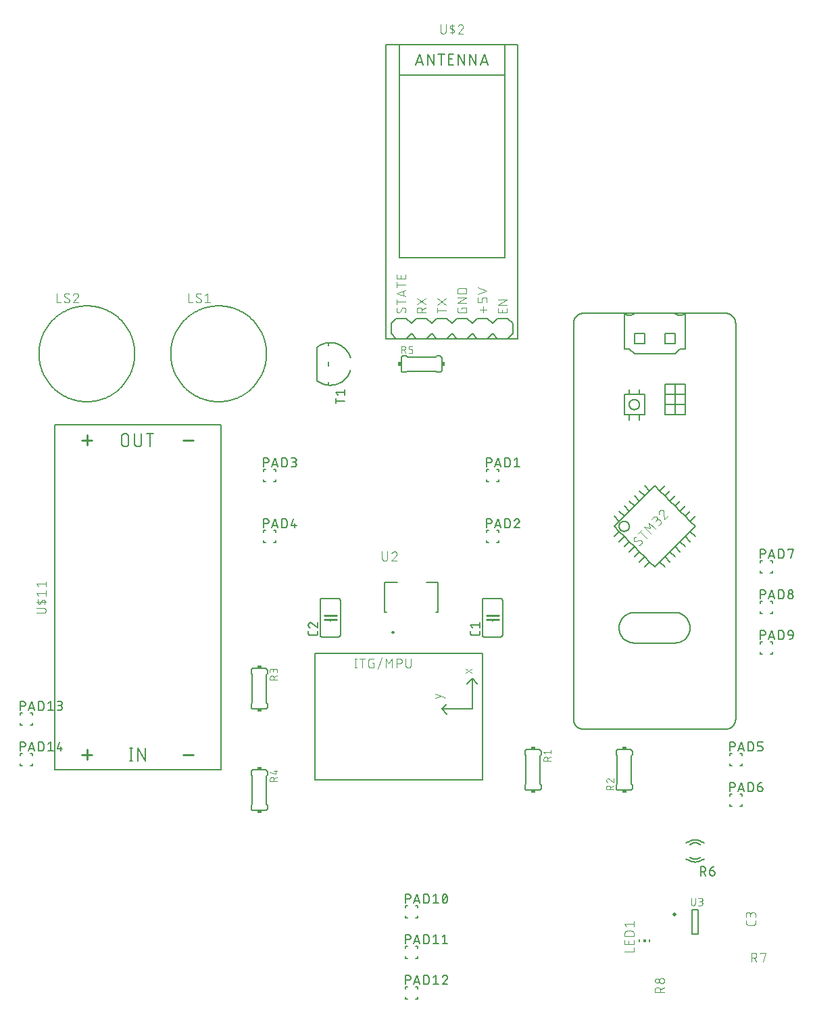
<source format=gbr>
G04 EAGLE Gerber RS-274X export*
G75*
%MOMM*%
%FSLAX34Y34*%
%LPD*%
%INSilkscreen Top*%
%IPPOS*%
%AMOC8*
5,1,8,0,0,1.08239X$1,22.5*%
G01*
%ADD10C,0.127000*%
%ADD11C,0.101600*%
%ADD12C,0.152400*%
%ADD13R,0.508000X0.381000*%
%ADD14R,0.381000X0.508000*%
%ADD15C,0.254000*%
%ADD16C,0.200000*%
%ADD17C,0.150000*%
%ADD18C,0.500000*%
%ADD19C,0.076200*%
%ADD20R,0.150000X0.300000*%
%ADD21R,0.300000X0.300000*%


D10*
X774700Y939800D02*
X787400Y939800D01*
X838200Y939800D02*
X850900Y939800D01*
X774700Y939800D02*
X774700Y895350D01*
X781050Y895350D01*
X787400Y889000D01*
X838200Y889000D01*
X844550Y895350D01*
X850900Y895350D01*
X850900Y939800D01*
X768350Y679450D02*
X762000Y673100D01*
X768350Y679450D02*
X774700Y685800D01*
X781050Y692150D01*
X787400Y698500D01*
X793750Y704850D01*
X800100Y711200D01*
X806450Y717550D01*
X812800Y723900D01*
X819150Y717550D01*
X825500Y711200D01*
X831850Y704850D01*
X838200Y698500D01*
X844550Y692150D01*
X850900Y685800D01*
X857250Y679450D01*
X863600Y673100D01*
X857250Y666750D01*
X850900Y660400D01*
X844550Y654050D01*
X838200Y647700D01*
X831850Y641350D01*
X825500Y635000D01*
X819150Y628650D01*
X812800Y622300D01*
X806450Y628650D01*
X800100Y635000D01*
X793750Y641350D01*
X787400Y647700D01*
X781050Y654050D01*
X774700Y660400D01*
X768350Y666750D01*
X762000Y673100D01*
D11*
X796303Y654918D02*
X796374Y654848D01*
X796442Y654776D01*
X796507Y654701D01*
X796570Y654624D01*
X796629Y654544D01*
X796686Y654462D01*
X796739Y654378D01*
X796789Y654292D01*
X796835Y654204D01*
X796878Y654115D01*
X796918Y654024D01*
X796954Y653931D01*
X796987Y653837D01*
X797016Y653742D01*
X797041Y653646D01*
X797063Y653549D01*
X797081Y653451D01*
X797095Y653352D01*
X797106Y653253D01*
X797112Y653154D01*
X797115Y653055D01*
X797114Y652955D01*
X797109Y652856D01*
X797100Y652757D01*
X797088Y652658D01*
X797072Y652560D01*
X797052Y652463D01*
X797028Y652366D01*
X797001Y652271D01*
X796970Y652176D01*
X796935Y652083D01*
X796897Y651991D01*
X796855Y651901D01*
X796810Y651812D01*
X796762Y651725D01*
X796710Y651640D01*
X796655Y651557D01*
X796597Y651476D01*
X796536Y651398D01*
X796472Y651322D01*
X796405Y651248D01*
X796406Y651247D02*
X796306Y651144D01*
X796203Y651043D01*
X796097Y650945D01*
X795988Y650849D01*
X795877Y650757D01*
X795764Y650668D01*
X795648Y650581D01*
X795531Y650498D01*
X795411Y650417D01*
X795289Y650340D01*
X795165Y650266D01*
X795039Y650196D01*
X794911Y650129D01*
X794781Y650065D01*
X794650Y650004D01*
X794518Y649948D01*
X794383Y649894D01*
X794248Y649844D01*
X794111Y649798D01*
X793973Y649755D01*
X793834Y649716D01*
X793694Y649681D01*
X793554Y649649D01*
X793412Y649621D01*
X793270Y649597D01*
X793127Y649577D01*
X792983Y649560D01*
X792839Y649547D01*
X792695Y649538D01*
X792551Y649533D01*
X787350Y654898D02*
X787279Y654968D01*
X787211Y655040D01*
X787146Y655115D01*
X787083Y655192D01*
X787024Y655272D01*
X786967Y655354D01*
X786914Y655438D01*
X786864Y655524D01*
X786818Y655612D01*
X786775Y655701D01*
X786735Y655792D01*
X786699Y655885D01*
X786666Y655979D01*
X786637Y656074D01*
X786612Y656170D01*
X786590Y656267D01*
X786572Y656365D01*
X786558Y656464D01*
X786547Y656563D01*
X786541Y656662D01*
X786538Y656761D01*
X786539Y656861D01*
X786544Y656960D01*
X786553Y657059D01*
X786565Y657158D01*
X786581Y657256D01*
X786601Y657353D01*
X786625Y657450D01*
X786652Y657546D01*
X786683Y657640D01*
X786718Y657733D01*
X786756Y657825D01*
X786798Y657915D01*
X786843Y658004D01*
X786891Y658091D01*
X786943Y658176D01*
X786998Y658259D01*
X787056Y658340D01*
X787117Y658418D01*
X787181Y658494D01*
X787248Y658568D01*
X787248Y658569D02*
X787343Y658666D01*
X787441Y658761D01*
X787541Y658853D01*
X787644Y658943D01*
X787749Y659029D01*
X787857Y659113D01*
X787967Y659193D01*
X788079Y659270D01*
X788193Y659345D01*
X788309Y659415D01*
X788427Y659483D01*
X788548Y659547D01*
X788669Y659608D01*
X788793Y659666D01*
X788918Y659720D01*
X789044Y659770D01*
X789172Y659817D01*
X789301Y659860D01*
X789432Y659900D01*
X789563Y659936D01*
X789695Y659968D01*
X789828Y659997D01*
X789962Y660022D01*
X789893Y654280D02*
X789795Y654254D01*
X789696Y654232D01*
X789596Y654213D01*
X789496Y654198D01*
X789395Y654187D01*
X789294Y654180D01*
X789193Y654177D01*
X789091Y654178D01*
X788990Y654183D01*
X788889Y654191D01*
X788788Y654204D01*
X788688Y654220D01*
X788589Y654240D01*
X788490Y654264D01*
X788393Y654292D01*
X788296Y654323D01*
X788201Y654358D01*
X788108Y654397D01*
X788015Y654439D01*
X787925Y654485D01*
X787836Y654534D01*
X787750Y654587D01*
X787665Y654643D01*
X787583Y654702D01*
X787503Y654764D01*
X787425Y654830D01*
X787350Y654898D01*
X793761Y655536D02*
X793859Y655562D01*
X793958Y655584D01*
X794058Y655603D01*
X794158Y655618D01*
X794259Y655629D01*
X794360Y655636D01*
X794461Y655639D01*
X794563Y655638D01*
X794664Y655633D01*
X794765Y655625D01*
X794866Y655612D01*
X794966Y655596D01*
X795065Y655576D01*
X795164Y655552D01*
X795261Y655524D01*
X795358Y655493D01*
X795453Y655458D01*
X795546Y655419D01*
X795639Y655377D01*
X795729Y655331D01*
X795818Y655282D01*
X795904Y655229D01*
X795989Y655173D01*
X796071Y655114D01*
X796151Y655052D01*
X796229Y654986D01*
X796304Y654918D01*
X793761Y655536D02*
X789893Y654280D01*
X794539Y666278D02*
X803028Y658250D01*
X792309Y663920D02*
X796769Y668637D01*
X799978Y672030D02*
X808467Y664002D01*
X807370Y670400D02*
X799978Y672030D01*
X807370Y670400D02*
X805330Y677690D01*
X813819Y669662D01*
X817552Y673609D02*
X819782Y675967D01*
X819859Y676050D01*
X819932Y676137D01*
X820003Y676225D01*
X820070Y676317D01*
X820134Y676410D01*
X820195Y676506D01*
X820252Y676604D01*
X820306Y676703D01*
X820356Y676805D01*
X820403Y676908D01*
X820446Y677013D01*
X820486Y677119D01*
X820521Y677226D01*
X820553Y677335D01*
X820582Y677445D01*
X820606Y677555D01*
X820626Y677667D01*
X820643Y677779D01*
X820656Y677892D01*
X820664Y678004D01*
X820669Y678118D01*
X820670Y678231D01*
X820667Y678344D01*
X820660Y678457D01*
X820648Y678570D01*
X820634Y678682D01*
X820615Y678794D01*
X820592Y678905D01*
X820565Y679015D01*
X820535Y679124D01*
X820500Y679232D01*
X820462Y679339D01*
X820421Y679444D01*
X820375Y679548D01*
X820326Y679650D01*
X820274Y679751D01*
X820218Y679849D01*
X820159Y679946D01*
X820096Y680040D01*
X820030Y680132D01*
X819961Y680222D01*
X819889Y680309D01*
X819813Y680394D01*
X819735Y680476D01*
X819654Y680555D01*
X819571Y680632D01*
X819484Y680705D01*
X819396Y680776D01*
X819304Y680843D01*
X819211Y680907D01*
X819115Y680968D01*
X819017Y681025D01*
X818918Y681079D01*
X818816Y681129D01*
X818713Y681176D01*
X818608Y681219D01*
X818502Y681259D01*
X818395Y681294D01*
X818286Y681326D01*
X818176Y681355D01*
X818066Y681379D01*
X817954Y681399D01*
X817842Y681416D01*
X817729Y681429D01*
X817617Y681437D01*
X817503Y681442D01*
X817390Y681443D01*
X817277Y681440D01*
X817164Y681433D01*
X817051Y681421D01*
X816939Y681407D01*
X816827Y681388D01*
X816716Y681365D01*
X816606Y681338D01*
X816497Y681308D01*
X816389Y681273D01*
X816282Y681235D01*
X816177Y681194D01*
X816073Y681148D01*
X815971Y681099D01*
X815870Y681047D01*
X815772Y680991D01*
X815675Y680932D01*
X815581Y680869D01*
X815489Y680803D01*
X815399Y680734D01*
X815312Y680662D01*
X815227Y680586D01*
X815145Y680508D01*
X815066Y680427D01*
X811738Y684467D02*
X809063Y681637D01*
X811739Y684467D02*
X811809Y684538D01*
X811883Y684607D01*
X811959Y684674D01*
X812037Y684737D01*
X812118Y684797D01*
X812201Y684854D01*
X812286Y684907D01*
X812373Y684957D01*
X812463Y685004D01*
X812553Y685048D01*
X812646Y685087D01*
X812740Y685123D01*
X812835Y685156D01*
X812932Y685185D01*
X813029Y685210D01*
X813128Y685231D01*
X813227Y685248D01*
X813327Y685262D01*
X813427Y685271D01*
X813527Y685277D01*
X813628Y685279D01*
X813729Y685277D01*
X813829Y685271D01*
X813929Y685261D01*
X814029Y685247D01*
X814128Y685230D01*
X814227Y685208D01*
X814324Y685183D01*
X814421Y685154D01*
X814516Y685121D01*
X814610Y685085D01*
X814702Y685045D01*
X814793Y685002D01*
X814882Y684954D01*
X814969Y684904D01*
X815054Y684850D01*
X815137Y684793D01*
X815218Y684733D01*
X815296Y684670D01*
X815372Y684603D01*
X815445Y684534D01*
X815515Y684462D01*
X815583Y684388D01*
X815648Y684310D01*
X815709Y684231D01*
X815768Y684149D01*
X815823Y684065D01*
X815875Y683978D01*
X815923Y683890D01*
X815968Y683800D01*
X816010Y683708D01*
X816048Y683615D01*
X816082Y683521D01*
X816113Y683425D01*
X816140Y683328D01*
X816163Y683230D01*
X816182Y683131D01*
X816198Y683031D01*
X816209Y682931D01*
X816217Y682831D01*
X816221Y682730D01*
X816220Y682630D01*
X816216Y682529D01*
X816209Y682429D01*
X816197Y682329D01*
X816181Y682229D01*
X816162Y682130D01*
X816138Y682032D01*
X816111Y681936D01*
X816080Y681840D01*
X816046Y681745D01*
X816007Y681652D01*
X815966Y681560D01*
X815920Y681470D01*
X815872Y681382D01*
X815820Y681296D01*
X815764Y681212D01*
X815705Y681130D01*
X815644Y681051D01*
X815579Y680974D01*
X815511Y680899D01*
X815512Y680899D02*
X813728Y679012D01*
X819369Y692536D02*
X819443Y692612D01*
X819521Y692686D01*
X819601Y692756D01*
X819684Y692824D01*
X819769Y692888D01*
X819856Y692949D01*
X819945Y693008D01*
X820037Y693062D01*
X820130Y693114D01*
X820226Y693162D01*
X820323Y693206D01*
X820421Y693247D01*
X820521Y693284D01*
X820622Y693318D01*
X820725Y693348D01*
X820828Y693374D01*
X820933Y693396D01*
X821038Y693415D01*
X821144Y693429D01*
X821250Y693440D01*
X821356Y693447D01*
X821463Y693450D01*
X821569Y693449D01*
X821676Y693444D01*
X821782Y693435D01*
X821888Y693423D01*
X821994Y693406D01*
X822099Y693386D01*
X822202Y693362D01*
X822305Y693334D01*
X822407Y693303D01*
X822508Y693267D01*
X822607Y693228D01*
X822705Y693186D01*
X822801Y693140D01*
X822896Y693090D01*
X822989Y693037D01*
X823079Y692981D01*
X823168Y692921D01*
X823254Y692858D01*
X823338Y692792D01*
X823419Y692723D01*
X823498Y692651D01*
X819368Y692536D02*
X819286Y692446D01*
X819208Y692355D01*
X819132Y692260D01*
X819059Y692163D01*
X818990Y692064D01*
X818923Y691963D01*
X818860Y691860D01*
X818801Y691755D01*
X818744Y691647D01*
X818692Y691539D01*
X818642Y691428D01*
X818597Y691316D01*
X818555Y691202D01*
X818516Y691088D01*
X818482Y690972D01*
X818451Y690855D01*
X818424Y690737D01*
X818401Y690618D01*
X818381Y690499D01*
X818366Y690378D01*
X818354Y690258D01*
X818346Y690137D01*
X818342Y690016D01*
X818343Y689895D01*
X818346Y689774D01*
X818354Y689654D01*
X818366Y689533D01*
X818382Y689413D01*
X818401Y689294D01*
X818424Y689175D01*
X818452Y689057D01*
X818482Y688940D01*
X818517Y688824D01*
X818555Y688709D01*
X818598Y688596D01*
X818643Y688484D01*
X818693Y688373D01*
X818745Y688264D01*
X818802Y688157D01*
X824479Y690382D02*
X824477Y690493D01*
X824470Y690603D01*
X824460Y690713D01*
X824446Y690822D01*
X824429Y690931D01*
X824407Y691040D01*
X824381Y691147D01*
X824352Y691254D01*
X824319Y691359D01*
X824283Y691463D01*
X824242Y691566D01*
X824199Y691667D01*
X824151Y691767D01*
X824100Y691865D01*
X824046Y691961D01*
X823988Y692056D01*
X823927Y692148D01*
X823863Y692238D01*
X823796Y692325D01*
X823726Y692410D01*
X823652Y692493D01*
X823576Y692573D01*
X823497Y692650D01*
X824480Y690383D02*
X825405Y681914D01*
X829865Y686630D01*
D10*
X857250Y666750D02*
X863600Y660400D01*
X857250Y654050D02*
X850900Y660400D01*
X844550Y654050D02*
X850900Y647700D01*
X844550Y641350D02*
X838200Y647700D01*
X831850Y641350D02*
X838200Y635000D01*
X831850Y628650D02*
X825500Y635000D01*
X819150Y628650D02*
X825500Y622300D01*
X806450Y628650D02*
X800100Y622300D01*
X793750Y628650D02*
X800100Y635000D01*
X793750Y641350D02*
X787400Y635000D01*
X781050Y641350D02*
X787400Y647700D01*
X781050Y654050D02*
X774700Y647700D01*
X768350Y654050D02*
X774700Y660400D01*
X774700Y685800D02*
X768350Y692150D01*
X774700Y698500D02*
X781050Y692150D01*
X787400Y698500D02*
X781050Y704850D01*
X787400Y711200D02*
X793750Y704850D01*
X800100Y711200D02*
X793750Y717550D01*
X800100Y723900D02*
X806450Y717550D01*
X819150Y717550D02*
X825500Y723900D01*
X831850Y717550D02*
X825500Y711200D01*
X831850Y704850D02*
X838200Y711200D01*
X844550Y704850D02*
X838200Y698500D01*
X844550Y692150D02*
X850900Y698500D01*
X857250Y692150D02*
X850900Y685800D01*
X850900Y939800D02*
X901700Y939800D01*
X902007Y939796D01*
X902314Y939785D01*
X902620Y939767D01*
X902926Y939741D01*
X903231Y939707D01*
X903535Y939667D01*
X903838Y939619D01*
X904140Y939563D01*
X904440Y939501D01*
X904739Y939431D01*
X905036Y939354D01*
X905332Y939270D01*
X905625Y939178D01*
X905915Y939080D01*
X906203Y938975D01*
X906489Y938862D01*
X906772Y938743D01*
X907052Y938617D01*
X907329Y938485D01*
X907602Y938345D01*
X907872Y938199D01*
X908138Y938047D01*
X908401Y937888D01*
X908660Y937723D01*
X908914Y937552D01*
X909165Y937375D01*
X909411Y937191D01*
X909653Y937002D01*
X909889Y936807D01*
X910122Y936606D01*
X910349Y936400D01*
X910571Y936188D01*
X910788Y935971D01*
X911000Y935749D01*
X911206Y935522D01*
X911407Y935289D01*
X911602Y935053D01*
X911791Y934811D01*
X911975Y934565D01*
X912152Y934314D01*
X912323Y934060D01*
X912488Y933801D01*
X912647Y933538D01*
X912799Y933272D01*
X912945Y933002D01*
X913085Y932729D01*
X913217Y932452D01*
X913343Y932172D01*
X913462Y931889D01*
X913575Y931603D01*
X913680Y931315D01*
X913778Y931025D01*
X913870Y930732D01*
X913954Y930436D01*
X914031Y930139D01*
X914101Y929840D01*
X914163Y929540D01*
X914219Y929238D01*
X914267Y928935D01*
X914307Y928631D01*
X914341Y928326D01*
X914367Y928020D01*
X914385Y927714D01*
X914396Y927407D01*
X914400Y927100D01*
X914400Y431800D01*
X914396Y431493D01*
X914385Y431186D01*
X914367Y430880D01*
X914341Y430574D01*
X914307Y430269D01*
X914267Y429965D01*
X914219Y429662D01*
X914163Y429360D01*
X914101Y429060D01*
X914031Y428761D01*
X913954Y428464D01*
X913870Y428168D01*
X913778Y427875D01*
X913680Y427585D01*
X913575Y427297D01*
X913462Y427011D01*
X913343Y426728D01*
X913217Y426448D01*
X913085Y426171D01*
X912945Y425898D01*
X912799Y425628D01*
X912647Y425362D01*
X912488Y425099D01*
X912323Y424840D01*
X912152Y424586D01*
X911975Y424335D01*
X911791Y424089D01*
X911602Y423847D01*
X911407Y423611D01*
X911206Y423378D01*
X911000Y423151D01*
X910788Y422929D01*
X910571Y422712D01*
X910349Y422500D01*
X910122Y422294D01*
X909889Y422093D01*
X909653Y421898D01*
X909411Y421709D01*
X909165Y421525D01*
X908914Y421348D01*
X908660Y421177D01*
X908401Y421012D01*
X908138Y420853D01*
X907872Y420701D01*
X907602Y420555D01*
X907329Y420415D01*
X907052Y420283D01*
X906772Y420157D01*
X906489Y420038D01*
X906203Y419925D01*
X905915Y419820D01*
X905625Y419722D01*
X905332Y419630D01*
X905036Y419546D01*
X904739Y419469D01*
X904440Y419399D01*
X904140Y419337D01*
X903838Y419281D01*
X903535Y419233D01*
X903231Y419193D01*
X902926Y419159D01*
X902620Y419133D01*
X902314Y419115D01*
X902007Y419104D01*
X901700Y419100D01*
X723900Y419100D01*
X723593Y419104D01*
X723286Y419115D01*
X722980Y419133D01*
X722674Y419159D01*
X722369Y419193D01*
X722065Y419233D01*
X721762Y419281D01*
X721460Y419337D01*
X721160Y419399D01*
X720861Y419469D01*
X720564Y419546D01*
X720268Y419630D01*
X719975Y419722D01*
X719685Y419820D01*
X719397Y419925D01*
X719111Y420038D01*
X718828Y420157D01*
X718548Y420283D01*
X718271Y420415D01*
X717998Y420555D01*
X717728Y420701D01*
X717462Y420853D01*
X717199Y421012D01*
X716940Y421177D01*
X716686Y421348D01*
X716435Y421525D01*
X716189Y421709D01*
X715947Y421898D01*
X715711Y422093D01*
X715478Y422294D01*
X715251Y422500D01*
X715029Y422712D01*
X714812Y422929D01*
X714600Y423151D01*
X714394Y423378D01*
X714193Y423611D01*
X713998Y423847D01*
X713809Y424089D01*
X713625Y424335D01*
X713448Y424586D01*
X713277Y424840D01*
X713112Y425099D01*
X712953Y425362D01*
X712801Y425628D01*
X712655Y425898D01*
X712515Y426171D01*
X712383Y426448D01*
X712257Y426728D01*
X712138Y427011D01*
X712025Y427297D01*
X711920Y427585D01*
X711822Y427875D01*
X711730Y428168D01*
X711646Y428464D01*
X711569Y428761D01*
X711499Y429060D01*
X711437Y429360D01*
X711381Y429662D01*
X711333Y429965D01*
X711293Y430269D01*
X711259Y430574D01*
X711233Y430880D01*
X711215Y431186D01*
X711204Y431493D01*
X711200Y431800D01*
X711200Y927100D01*
X711204Y927407D01*
X711215Y927714D01*
X711233Y928020D01*
X711259Y928326D01*
X711293Y928631D01*
X711333Y928935D01*
X711381Y929238D01*
X711437Y929540D01*
X711499Y929840D01*
X711569Y930139D01*
X711646Y930436D01*
X711730Y930732D01*
X711822Y931025D01*
X711920Y931315D01*
X712025Y931603D01*
X712138Y931889D01*
X712257Y932172D01*
X712383Y932452D01*
X712515Y932729D01*
X712655Y933002D01*
X712801Y933272D01*
X712953Y933538D01*
X713112Y933801D01*
X713277Y934060D01*
X713448Y934314D01*
X713625Y934565D01*
X713809Y934811D01*
X713998Y935053D01*
X714193Y935289D01*
X714394Y935522D01*
X714600Y935749D01*
X714812Y935971D01*
X715029Y936188D01*
X715251Y936400D01*
X715478Y936606D01*
X715711Y936807D01*
X715947Y937002D01*
X716189Y937191D01*
X716435Y937375D01*
X716686Y937552D01*
X716940Y937723D01*
X717199Y937888D01*
X717462Y938047D01*
X717728Y938199D01*
X717998Y938345D01*
X718271Y938485D01*
X718548Y938617D01*
X718828Y938743D01*
X719111Y938862D01*
X719397Y938975D01*
X719685Y939080D01*
X719975Y939178D01*
X720268Y939270D01*
X720564Y939354D01*
X720861Y939431D01*
X721160Y939501D01*
X721460Y939563D01*
X721762Y939619D01*
X722065Y939667D01*
X722369Y939707D01*
X722674Y939741D01*
X722980Y939767D01*
X723286Y939785D01*
X723593Y939796D01*
X723900Y939800D01*
X774700Y939800D01*
X774855Y939649D01*
X775014Y939501D01*
X775177Y939357D01*
X775343Y939217D01*
X775512Y939081D01*
X775684Y938949D01*
X775860Y938822D01*
X776038Y938699D01*
X776220Y938580D01*
X776404Y938465D01*
X776591Y938355D01*
X776781Y938250D01*
X776973Y938149D01*
X777168Y938053D01*
X777364Y937961D01*
X777563Y937874D01*
X777764Y937793D01*
X777967Y937716D01*
X778172Y937644D01*
X778378Y937577D01*
X778586Y937515D01*
X778796Y937458D01*
X779006Y937406D01*
X779218Y937359D01*
X779431Y937317D01*
X779645Y937281D01*
X779860Y937249D01*
X780075Y937223D01*
X780291Y937202D01*
X780508Y937186D01*
X780725Y937176D01*
X780941Y937171D01*
X781159Y937171D01*
X781375Y937176D01*
X781592Y937186D01*
X781809Y937202D01*
X782025Y937223D01*
X782240Y937249D01*
X782455Y937281D01*
X782669Y937317D01*
X782882Y937359D01*
X783094Y937406D01*
X783304Y937458D01*
X783514Y937515D01*
X783722Y937577D01*
X783928Y937644D01*
X784133Y937716D01*
X784336Y937793D01*
X784537Y937874D01*
X784736Y937961D01*
X784932Y938053D01*
X785127Y938149D01*
X785319Y938250D01*
X785509Y938355D01*
X785696Y938465D01*
X785880Y938580D01*
X786062Y938699D01*
X786240Y938822D01*
X786416Y938949D01*
X786588Y939081D01*
X786757Y939217D01*
X786923Y939357D01*
X787086Y939501D01*
X787245Y939649D01*
X787400Y939800D01*
X838200Y939800D01*
X838355Y939649D01*
X838514Y939501D01*
X838677Y939357D01*
X838843Y939217D01*
X839012Y939081D01*
X839184Y938949D01*
X839360Y938822D01*
X839538Y938699D01*
X839720Y938580D01*
X839904Y938465D01*
X840091Y938355D01*
X840281Y938250D01*
X840473Y938149D01*
X840668Y938053D01*
X840864Y937961D01*
X841063Y937874D01*
X841264Y937793D01*
X841467Y937716D01*
X841672Y937644D01*
X841878Y937577D01*
X842086Y937515D01*
X842296Y937458D01*
X842506Y937406D01*
X842718Y937359D01*
X842931Y937317D01*
X843145Y937281D01*
X843360Y937249D01*
X843575Y937223D01*
X843791Y937202D01*
X844008Y937186D01*
X844225Y937176D01*
X844441Y937171D01*
X844659Y937171D01*
X844875Y937176D01*
X845092Y937186D01*
X845309Y937202D01*
X845525Y937223D01*
X845740Y937249D01*
X845955Y937281D01*
X846169Y937317D01*
X846382Y937359D01*
X846594Y937406D01*
X846804Y937458D01*
X847014Y937515D01*
X847222Y937577D01*
X847428Y937644D01*
X847633Y937716D01*
X847836Y937793D01*
X848037Y937874D01*
X848236Y937961D01*
X848432Y938053D01*
X848627Y938149D01*
X848819Y938250D01*
X849009Y938355D01*
X849196Y938465D01*
X849380Y938580D01*
X849562Y938699D01*
X849740Y938822D01*
X849916Y938949D01*
X850088Y939081D01*
X850257Y939217D01*
X850423Y939357D01*
X850586Y939501D01*
X850745Y939649D01*
X850900Y939800D01*
X787400Y914400D02*
X787400Y901700D01*
X800100Y901700D01*
X800100Y914400D01*
X825500Y914400D02*
X825500Y901700D01*
X838200Y901700D01*
X838200Y914400D01*
X800100Y914400D02*
X787400Y914400D01*
X825500Y914400D02*
X838200Y914400D01*
X768350Y666750D02*
X762000Y660400D01*
X768350Y679450D02*
X762000Y685800D01*
X857250Y679450D02*
X863600Y685800D01*
X768350Y673100D02*
X768352Y673259D01*
X768358Y673418D01*
X768368Y673576D01*
X768382Y673735D01*
X768400Y673893D01*
X768421Y674050D01*
X768447Y674207D01*
X768477Y674363D01*
X768510Y674519D01*
X768548Y674673D01*
X768589Y674827D01*
X768634Y674979D01*
X768683Y675130D01*
X768736Y675280D01*
X768792Y675429D01*
X768853Y675576D01*
X768916Y675721D01*
X768984Y675865D01*
X769055Y676008D01*
X769129Y676148D01*
X769207Y676286D01*
X769289Y676423D01*
X769374Y676557D01*
X769462Y676690D01*
X769553Y676820D01*
X769648Y676947D01*
X769746Y677072D01*
X769847Y677195D01*
X769951Y677315D01*
X770058Y677433D01*
X770168Y677548D01*
X770281Y677660D01*
X770396Y677769D01*
X770514Y677875D01*
X770635Y677979D01*
X770759Y678079D01*
X770884Y678176D01*
X771013Y678270D01*
X771143Y678360D01*
X771276Y678448D01*
X771411Y678532D01*
X771548Y678612D01*
X771687Y678690D01*
X771828Y678763D01*
X771970Y678833D01*
X772115Y678900D01*
X772261Y678963D01*
X772408Y679022D01*
X772557Y679078D01*
X772708Y679129D01*
X772859Y679177D01*
X773012Y679221D01*
X773166Y679262D01*
X773320Y679298D01*
X773476Y679331D01*
X773632Y679360D01*
X773789Y679384D01*
X773947Y679405D01*
X774105Y679422D01*
X774263Y679435D01*
X774422Y679444D01*
X774581Y679449D01*
X774740Y679450D01*
X774899Y679447D01*
X775057Y679440D01*
X775216Y679429D01*
X775374Y679414D01*
X775532Y679395D01*
X775689Y679372D01*
X775846Y679346D01*
X776002Y679315D01*
X776157Y679281D01*
X776311Y679242D01*
X776465Y679200D01*
X776617Y679154D01*
X776768Y679104D01*
X776917Y679050D01*
X777066Y678993D01*
X777212Y678932D01*
X777358Y678867D01*
X777501Y678799D01*
X777643Y678727D01*
X777783Y678651D01*
X777921Y678573D01*
X778057Y678490D01*
X778191Y678405D01*
X778322Y678316D01*
X778452Y678223D01*
X778579Y678128D01*
X778703Y678029D01*
X778826Y677927D01*
X778945Y677823D01*
X779062Y677715D01*
X779176Y677604D01*
X779287Y677491D01*
X779396Y677375D01*
X779501Y677256D01*
X779604Y677134D01*
X779703Y677010D01*
X779800Y676884D01*
X779893Y676755D01*
X779983Y676624D01*
X780069Y676490D01*
X780152Y676355D01*
X780232Y676217D01*
X780308Y676078D01*
X780381Y675937D01*
X780450Y675794D01*
X780516Y675649D01*
X780578Y675502D01*
X780636Y675355D01*
X780691Y675205D01*
X780742Y675055D01*
X780789Y674903D01*
X780832Y674750D01*
X780871Y674596D01*
X780907Y674441D01*
X780938Y674285D01*
X780966Y674129D01*
X780990Y673972D01*
X781010Y673814D01*
X781026Y673656D01*
X781038Y673497D01*
X781046Y673338D01*
X781050Y673179D01*
X781050Y673021D01*
X781046Y672862D01*
X781038Y672703D01*
X781026Y672544D01*
X781010Y672386D01*
X780990Y672228D01*
X780966Y672071D01*
X780938Y671915D01*
X780907Y671759D01*
X780871Y671604D01*
X780832Y671450D01*
X780789Y671297D01*
X780742Y671145D01*
X780691Y670995D01*
X780636Y670845D01*
X780578Y670698D01*
X780516Y670551D01*
X780450Y670406D01*
X780381Y670263D01*
X780308Y670122D01*
X780232Y669983D01*
X780152Y669845D01*
X780069Y669710D01*
X779983Y669576D01*
X779893Y669445D01*
X779800Y669316D01*
X779703Y669190D01*
X779604Y669066D01*
X779501Y668944D01*
X779396Y668825D01*
X779287Y668709D01*
X779176Y668596D01*
X779062Y668485D01*
X778945Y668377D01*
X778826Y668273D01*
X778703Y668171D01*
X778579Y668072D01*
X778452Y667977D01*
X778322Y667884D01*
X778191Y667795D01*
X778057Y667710D01*
X777921Y667627D01*
X777783Y667549D01*
X777643Y667473D01*
X777501Y667401D01*
X777358Y667333D01*
X777212Y667268D01*
X777066Y667207D01*
X776917Y667150D01*
X776768Y667096D01*
X776617Y667046D01*
X776465Y667000D01*
X776311Y666958D01*
X776157Y666919D01*
X776002Y666885D01*
X775846Y666854D01*
X775689Y666828D01*
X775532Y666805D01*
X775374Y666786D01*
X775216Y666771D01*
X775057Y666760D01*
X774899Y666753D01*
X774740Y666750D01*
X774581Y666751D01*
X774422Y666756D01*
X774263Y666765D01*
X774105Y666778D01*
X773947Y666795D01*
X773789Y666816D01*
X773632Y666840D01*
X773476Y666869D01*
X773320Y666902D01*
X773166Y666938D01*
X773012Y666979D01*
X772859Y667023D01*
X772708Y667071D01*
X772557Y667122D01*
X772408Y667178D01*
X772261Y667237D01*
X772115Y667300D01*
X771970Y667367D01*
X771828Y667437D01*
X771687Y667510D01*
X771548Y667588D01*
X771411Y667668D01*
X771276Y667752D01*
X771143Y667840D01*
X771013Y667930D01*
X770884Y668024D01*
X770759Y668121D01*
X770635Y668221D01*
X770514Y668325D01*
X770396Y668431D01*
X770281Y668540D01*
X770168Y668652D01*
X770058Y668767D01*
X769951Y668885D01*
X769847Y669005D01*
X769746Y669128D01*
X769648Y669253D01*
X769553Y669380D01*
X769462Y669510D01*
X769374Y669643D01*
X769289Y669777D01*
X769207Y669914D01*
X769129Y670052D01*
X769055Y670192D01*
X768984Y670335D01*
X768916Y670479D01*
X768853Y670624D01*
X768792Y670771D01*
X768736Y670920D01*
X768683Y671070D01*
X768634Y671221D01*
X768589Y671373D01*
X768548Y671527D01*
X768510Y671681D01*
X768477Y671837D01*
X768447Y671993D01*
X768421Y672150D01*
X768400Y672307D01*
X768382Y672465D01*
X768368Y672624D01*
X768358Y672782D01*
X768352Y672941D01*
X768350Y673100D01*
X768350Y546100D02*
X768356Y545640D01*
X768372Y545180D01*
X768400Y544720D01*
X768439Y544261D01*
X768489Y543804D01*
X768550Y543347D01*
X768622Y542893D01*
X768705Y542440D01*
X768799Y541989D01*
X768904Y541541D01*
X769019Y541095D01*
X769145Y540653D01*
X769282Y540213D01*
X769430Y539777D01*
X769588Y539345D01*
X769756Y538916D01*
X769935Y538492D01*
X770124Y538072D01*
X770323Y537657D01*
X770532Y537247D01*
X770751Y536842D01*
X770979Y536442D01*
X771218Y536048D01*
X771465Y535660D01*
X771722Y535278D01*
X771988Y534903D01*
X772263Y534534D01*
X772547Y534171D01*
X772840Y533816D01*
X773141Y533468D01*
X773450Y533127D01*
X773768Y532793D01*
X774093Y532468D01*
X774427Y532150D01*
X774768Y531841D01*
X775116Y531540D01*
X775471Y531247D01*
X775834Y530963D01*
X776203Y530688D01*
X776578Y530422D01*
X776960Y530165D01*
X777348Y529918D01*
X777742Y529679D01*
X778142Y529451D01*
X778547Y529232D01*
X778957Y529023D01*
X779372Y528824D01*
X779792Y528635D01*
X780216Y528456D01*
X780645Y528288D01*
X781077Y528130D01*
X781513Y527982D01*
X781953Y527845D01*
X782395Y527719D01*
X782841Y527604D01*
X783289Y527499D01*
X783740Y527405D01*
X784193Y527322D01*
X784647Y527250D01*
X785104Y527189D01*
X785561Y527139D01*
X786020Y527100D01*
X786480Y527072D01*
X786940Y527056D01*
X787400Y527050D01*
X838200Y527050D01*
X838660Y527056D01*
X839120Y527072D01*
X839580Y527100D01*
X840039Y527139D01*
X840496Y527189D01*
X840953Y527250D01*
X841407Y527322D01*
X841860Y527405D01*
X842311Y527499D01*
X842759Y527604D01*
X843205Y527719D01*
X843647Y527845D01*
X844087Y527982D01*
X844523Y528130D01*
X844955Y528288D01*
X845384Y528456D01*
X845808Y528635D01*
X846228Y528824D01*
X846643Y529023D01*
X847053Y529232D01*
X847458Y529451D01*
X847858Y529679D01*
X848252Y529918D01*
X848640Y530165D01*
X849022Y530422D01*
X849397Y530688D01*
X849766Y530963D01*
X850129Y531247D01*
X850484Y531540D01*
X850832Y531841D01*
X851173Y532150D01*
X851507Y532468D01*
X851832Y532793D01*
X852150Y533127D01*
X852459Y533468D01*
X852760Y533816D01*
X853053Y534171D01*
X853337Y534534D01*
X853612Y534903D01*
X853878Y535278D01*
X854135Y535660D01*
X854382Y536048D01*
X854621Y536442D01*
X854849Y536842D01*
X855068Y537247D01*
X855277Y537657D01*
X855476Y538072D01*
X855665Y538492D01*
X855844Y538916D01*
X856012Y539345D01*
X856170Y539777D01*
X856318Y540213D01*
X856455Y540653D01*
X856581Y541095D01*
X856696Y541541D01*
X856801Y541989D01*
X856895Y542440D01*
X856978Y542893D01*
X857050Y543347D01*
X857111Y543804D01*
X857161Y544261D01*
X857200Y544720D01*
X857228Y545180D01*
X857244Y545640D01*
X857250Y546100D01*
X857244Y546560D01*
X857228Y547020D01*
X857200Y547480D01*
X857161Y547939D01*
X857111Y548396D01*
X857050Y548853D01*
X856978Y549307D01*
X856895Y549760D01*
X856801Y550211D01*
X856696Y550659D01*
X856581Y551105D01*
X856455Y551547D01*
X856318Y551987D01*
X856170Y552423D01*
X856012Y552855D01*
X855844Y553284D01*
X855665Y553708D01*
X855476Y554128D01*
X855277Y554543D01*
X855068Y554953D01*
X854849Y555358D01*
X854621Y555758D01*
X854382Y556152D01*
X854135Y556540D01*
X853878Y556922D01*
X853612Y557297D01*
X853337Y557666D01*
X853053Y558029D01*
X852760Y558384D01*
X852459Y558732D01*
X852150Y559073D01*
X851832Y559407D01*
X851507Y559732D01*
X851173Y560050D01*
X850832Y560359D01*
X850484Y560660D01*
X850129Y560953D01*
X849766Y561237D01*
X849397Y561512D01*
X849022Y561778D01*
X848640Y562035D01*
X848252Y562282D01*
X847858Y562521D01*
X847458Y562749D01*
X847053Y562968D01*
X846643Y563177D01*
X846228Y563376D01*
X845808Y563565D01*
X845384Y563744D01*
X844955Y563912D01*
X844523Y564070D01*
X844087Y564218D01*
X843647Y564355D01*
X843205Y564481D01*
X842759Y564596D01*
X842311Y564701D01*
X841860Y564795D01*
X841407Y564878D01*
X840953Y564950D01*
X840496Y565011D01*
X840039Y565061D01*
X839580Y565100D01*
X839120Y565128D01*
X838660Y565144D01*
X838200Y565150D01*
X787400Y565150D01*
X786940Y565144D01*
X786480Y565128D01*
X786020Y565100D01*
X785561Y565061D01*
X785104Y565011D01*
X784647Y564950D01*
X784193Y564878D01*
X783740Y564795D01*
X783289Y564701D01*
X782841Y564596D01*
X782395Y564481D01*
X781953Y564355D01*
X781513Y564218D01*
X781077Y564070D01*
X780645Y563912D01*
X780216Y563744D01*
X779792Y563565D01*
X779372Y563376D01*
X778957Y563177D01*
X778547Y562968D01*
X778142Y562749D01*
X777742Y562521D01*
X777348Y562282D01*
X776960Y562035D01*
X776578Y561778D01*
X776203Y561512D01*
X775834Y561237D01*
X775471Y560953D01*
X775116Y560660D01*
X774768Y560359D01*
X774427Y560050D01*
X774093Y559732D01*
X773768Y559407D01*
X773450Y559073D01*
X773141Y558732D01*
X772840Y558384D01*
X772547Y558029D01*
X772263Y557666D01*
X771988Y557297D01*
X771722Y556922D01*
X771465Y556540D01*
X771218Y556152D01*
X770979Y555758D01*
X770751Y555358D01*
X770532Y554953D01*
X770323Y554543D01*
X770124Y554128D01*
X769935Y553708D01*
X769756Y553284D01*
X769588Y552855D01*
X769430Y552423D01*
X769282Y551987D01*
X769145Y551547D01*
X769019Y551105D01*
X768904Y550659D01*
X768799Y550211D01*
X768705Y549760D01*
X768622Y549307D01*
X768550Y548853D01*
X768489Y548396D01*
X768439Y547939D01*
X768400Y547480D01*
X768372Y547020D01*
X768356Y546560D01*
X768350Y546100D01*
X825500Y850900D02*
X838200Y850900D01*
X838200Y812800D01*
X825500Y812800D01*
X825500Y825500D01*
X825500Y838200D01*
X825500Y850900D01*
X838200Y850900D02*
X850900Y850900D01*
X850900Y838200D01*
X850900Y825500D01*
X850900Y812800D01*
X838200Y812800D01*
X781050Y825500D02*
X781052Y825659D01*
X781058Y825818D01*
X781068Y825976D01*
X781082Y826135D01*
X781100Y826293D01*
X781121Y826450D01*
X781147Y826607D01*
X781177Y826763D01*
X781210Y826919D01*
X781248Y827073D01*
X781289Y827227D01*
X781334Y827379D01*
X781383Y827530D01*
X781436Y827680D01*
X781492Y827829D01*
X781553Y827976D01*
X781616Y828121D01*
X781684Y828265D01*
X781755Y828408D01*
X781829Y828548D01*
X781907Y828686D01*
X781989Y828823D01*
X782074Y828957D01*
X782162Y829090D01*
X782253Y829220D01*
X782348Y829347D01*
X782446Y829472D01*
X782547Y829595D01*
X782651Y829715D01*
X782758Y829833D01*
X782868Y829948D01*
X782981Y830060D01*
X783096Y830169D01*
X783214Y830275D01*
X783335Y830379D01*
X783459Y830479D01*
X783584Y830576D01*
X783713Y830670D01*
X783843Y830760D01*
X783976Y830848D01*
X784111Y830932D01*
X784248Y831012D01*
X784387Y831090D01*
X784528Y831163D01*
X784670Y831233D01*
X784815Y831300D01*
X784961Y831363D01*
X785108Y831422D01*
X785257Y831478D01*
X785408Y831529D01*
X785559Y831577D01*
X785712Y831621D01*
X785866Y831662D01*
X786020Y831698D01*
X786176Y831731D01*
X786332Y831760D01*
X786489Y831784D01*
X786647Y831805D01*
X786805Y831822D01*
X786963Y831835D01*
X787122Y831844D01*
X787281Y831849D01*
X787440Y831850D01*
X787599Y831847D01*
X787757Y831840D01*
X787916Y831829D01*
X788074Y831814D01*
X788232Y831795D01*
X788389Y831772D01*
X788546Y831746D01*
X788702Y831715D01*
X788857Y831681D01*
X789011Y831642D01*
X789165Y831600D01*
X789317Y831554D01*
X789468Y831504D01*
X789617Y831450D01*
X789766Y831393D01*
X789912Y831332D01*
X790058Y831267D01*
X790201Y831199D01*
X790343Y831127D01*
X790483Y831051D01*
X790621Y830973D01*
X790757Y830890D01*
X790891Y830805D01*
X791022Y830716D01*
X791152Y830623D01*
X791279Y830528D01*
X791403Y830429D01*
X791526Y830327D01*
X791645Y830223D01*
X791762Y830115D01*
X791876Y830004D01*
X791987Y829891D01*
X792096Y829775D01*
X792201Y829656D01*
X792304Y829534D01*
X792403Y829410D01*
X792500Y829284D01*
X792593Y829155D01*
X792683Y829024D01*
X792769Y828890D01*
X792852Y828755D01*
X792932Y828617D01*
X793008Y828478D01*
X793081Y828337D01*
X793150Y828194D01*
X793216Y828049D01*
X793278Y827902D01*
X793336Y827755D01*
X793391Y827605D01*
X793442Y827455D01*
X793489Y827303D01*
X793532Y827150D01*
X793571Y826996D01*
X793607Y826841D01*
X793638Y826685D01*
X793666Y826529D01*
X793690Y826372D01*
X793710Y826214D01*
X793726Y826056D01*
X793738Y825897D01*
X793746Y825738D01*
X793750Y825579D01*
X793750Y825421D01*
X793746Y825262D01*
X793738Y825103D01*
X793726Y824944D01*
X793710Y824786D01*
X793690Y824628D01*
X793666Y824471D01*
X793638Y824315D01*
X793607Y824159D01*
X793571Y824004D01*
X793532Y823850D01*
X793489Y823697D01*
X793442Y823545D01*
X793391Y823395D01*
X793336Y823245D01*
X793278Y823098D01*
X793216Y822951D01*
X793150Y822806D01*
X793081Y822663D01*
X793008Y822522D01*
X792932Y822383D01*
X792852Y822245D01*
X792769Y822110D01*
X792683Y821976D01*
X792593Y821845D01*
X792500Y821716D01*
X792403Y821590D01*
X792304Y821466D01*
X792201Y821344D01*
X792096Y821225D01*
X791987Y821109D01*
X791876Y820996D01*
X791762Y820885D01*
X791645Y820777D01*
X791526Y820673D01*
X791403Y820571D01*
X791279Y820472D01*
X791152Y820377D01*
X791022Y820284D01*
X790891Y820195D01*
X790757Y820110D01*
X790621Y820027D01*
X790483Y819949D01*
X790343Y819873D01*
X790201Y819801D01*
X790058Y819733D01*
X789912Y819668D01*
X789766Y819607D01*
X789617Y819550D01*
X789468Y819496D01*
X789317Y819446D01*
X789165Y819400D01*
X789011Y819358D01*
X788857Y819319D01*
X788702Y819285D01*
X788546Y819254D01*
X788389Y819228D01*
X788232Y819205D01*
X788074Y819186D01*
X787916Y819171D01*
X787757Y819160D01*
X787599Y819153D01*
X787440Y819150D01*
X787281Y819151D01*
X787122Y819156D01*
X786963Y819165D01*
X786805Y819178D01*
X786647Y819195D01*
X786489Y819216D01*
X786332Y819240D01*
X786176Y819269D01*
X786020Y819302D01*
X785866Y819338D01*
X785712Y819379D01*
X785559Y819423D01*
X785408Y819471D01*
X785257Y819522D01*
X785108Y819578D01*
X784961Y819637D01*
X784815Y819700D01*
X784670Y819767D01*
X784528Y819837D01*
X784387Y819910D01*
X784248Y819988D01*
X784111Y820068D01*
X783976Y820152D01*
X783843Y820240D01*
X783713Y820330D01*
X783584Y820424D01*
X783459Y820521D01*
X783335Y820621D01*
X783214Y820725D01*
X783096Y820831D01*
X782981Y820940D01*
X782868Y821052D01*
X782758Y821167D01*
X782651Y821285D01*
X782547Y821405D01*
X782446Y821528D01*
X782348Y821653D01*
X782253Y821780D01*
X782162Y821910D01*
X782074Y822043D01*
X781989Y822177D01*
X781907Y822314D01*
X781829Y822452D01*
X781755Y822592D01*
X781684Y822735D01*
X781616Y822879D01*
X781553Y823024D01*
X781492Y823171D01*
X781436Y823320D01*
X781383Y823470D01*
X781334Y823621D01*
X781289Y823773D01*
X781248Y823927D01*
X781210Y824081D01*
X781177Y824237D01*
X781147Y824393D01*
X781121Y824550D01*
X781100Y824707D01*
X781082Y824865D01*
X781068Y825024D01*
X781058Y825182D01*
X781052Y825341D01*
X781050Y825500D01*
X781050Y838200D02*
X774700Y838200D01*
X781050Y838200D02*
X793750Y838200D01*
X800100Y838200D01*
X800100Y812800D01*
X793750Y812800D01*
X781050Y812800D01*
X774700Y812800D01*
X774700Y838200D01*
X793750Y812800D02*
X793750Y806450D01*
X781050Y806450D02*
X781050Y812800D01*
X781050Y838200D02*
X781050Y844550D01*
X793750Y844550D02*
X793750Y838200D01*
X825500Y838200D02*
X850900Y838200D01*
X850900Y825500D02*
X825500Y825500D01*
X387350Y514350D02*
X387350Y355600D01*
X387350Y514350D02*
X596900Y514350D01*
X596900Y355600D01*
X387350Y355600D01*
X584200Y444500D02*
X584200Y482600D01*
X577850Y476250D01*
X584200Y482600D02*
X590550Y476250D01*
X584200Y444500D02*
X546100Y444500D01*
X552450Y450850D01*
X546100Y444500D02*
X552450Y438150D01*
D11*
X583692Y489458D02*
X575903Y494651D01*
X575903Y489458D02*
X583692Y494651D01*
X549487Y459006D02*
X549487Y457708D01*
X549487Y459006D02*
X537803Y462901D01*
X537803Y457708D02*
X545592Y460304D01*
X438334Y495808D02*
X438334Y507492D01*
X437035Y495808D02*
X439632Y495808D01*
X439632Y507492D02*
X437035Y507492D01*
X446716Y507492D02*
X446716Y495808D01*
X443470Y507492D02*
X449961Y507492D01*
X459063Y502299D02*
X461010Y502299D01*
X461010Y495808D01*
X457115Y495808D01*
X457016Y495810D01*
X456916Y495816D01*
X456817Y495825D01*
X456719Y495838D01*
X456621Y495855D01*
X456523Y495876D01*
X456427Y495901D01*
X456332Y495929D01*
X456238Y495961D01*
X456145Y495996D01*
X456053Y496035D01*
X455963Y496078D01*
X455875Y496123D01*
X455788Y496173D01*
X455704Y496225D01*
X455621Y496281D01*
X455541Y496339D01*
X455463Y496401D01*
X455388Y496466D01*
X455315Y496534D01*
X455245Y496604D01*
X455177Y496677D01*
X455112Y496752D01*
X455050Y496830D01*
X454992Y496910D01*
X454936Y496993D01*
X454884Y497077D01*
X454834Y497164D01*
X454789Y497252D01*
X454746Y497342D01*
X454707Y497434D01*
X454672Y497527D01*
X454640Y497621D01*
X454612Y497716D01*
X454587Y497812D01*
X454566Y497910D01*
X454549Y498008D01*
X454536Y498106D01*
X454527Y498205D01*
X454521Y498305D01*
X454519Y498404D01*
X454519Y504896D01*
X454521Y504995D01*
X454527Y505095D01*
X454536Y505194D01*
X454549Y505292D01*
X454566Y505390D01*
X454587Y505488D01*
X454612Y505584D01*
X454640Y505679D01*
X454672Y505773D01*
X454707Y505866D01*
X454746Y505958D01*
X454789Y506048D01*
X454834Y506136D01*
X454884Y506223D01*
X454936Y506307D01*
X454992Y506390D01*
X455050Y506470D01*
X455112Y506548D01*
X455177Y506623D01*
X455245Y506696D01*
X455315Y506766D01*
X455388Y506834D01*
X455463Y506899D01*
X455541Y506961D01*
X455621Y507019D01*
X455704Y507075D01*
X455788Y507127D01*
X455875Y507177D01*
X455963Y507222D01*
X456053Y507265D01*
X456145Y507304D01*
X456237Y507339D01*
X456332Y507371D01*
X456427Y507399D01*
X456523Y507424D01*
X456621Y507445D01*
X456719Y507462D01*
X456817Y507475D01*
X456916Y507484D01*
X457016Y507490D01*
X457115Y507492D01*
X461010Y507492D01*
X471029Y508790D02*
X465836Y494510D01*
X475968Y495808D02*
X475968Y507492D01*
X479863Y501001D01*
X483757Y507492D01*
X483757Y495808D01*
X489740Y495808D02*
X489740Y507492D01*
X492986Y507492D01*
X493099Y507490D01*
X493212Y507484D01*
X493325Y507474D01*
X493438Y507460D01*
X493550Y507443D01*
X493661Y507421D01*
X493771Y507396D01*
X493881Y507366D01*
X493989Y507333D01*
X494096Y507296D01*
X494202Y507256D01*
X494306Y507211D01*
X494409Y507163D01*
X494510Y507112D01*
X494609Y507057D01*
X494706Y506999D01*
X494801Y506937D01*
X494894Y506872D01*
X494984Y506804D01*
X495072Y506733D01*
X495158Y506658D01*
X495241Y506581D01*
X495321Y506501D01*
X495398Y506418D01*
X495473Y506332D01*
X495544Y506244D01*
X495612Y506154D01*
X495677Y506061D01*
X495739Y505966D01*
X495797Y505869D01*
X495852Y505770D01*
X495903Y505669D01*
X495951Y505566D01*
X495996Y505462D01*
X496036Y505356D01*
X496073Y505249D01*
X496106Y505141D01*
X496136Y505031D01*
X496161Y504921D01*
X496183Y504810D01*
X496200Y504698D01*
X496214Y504585D01*
X496224Y504472D01*
X496230Y504359D01*
X496232Y504246D01*
X496230Y504133D01*
X496224Y504020D01*
X496214Y503907D01*
X496200Y503794D01*
X496183Y503682D01*
X496161Y503571D01*
X496136Y503461D01*
X496106Y503351D01*
X496073Y503243D01*
X496036Y503136D01*
X495996Y503030D01*
X495951Y502926D01*
X495903Y502823D01*
X495852Y502722D01*
X495797Y502623D01*
X495739Y502526D01*
X495677Y502431D01*
X495612Y502338D01*
X495544Y502248D01*
X495473Y502160D01*
X495398Y502074D01*
X495321Y501991D01*
X495241Y501911D01*
X495158Y501834D01*
X495072Y501759D01*
X494984Y501688D01*
X494894Y501620D01*
X494801Y501555D01*
X494706Y501493D01*
X494609Y501435D01*
X494510Y501380D01*
X494409Y501329D01*
X494306Y501281D01*
X494202Y501236D01*
X494096Y501196D01*
X493989Y501159D01*
X493881Y501126D01*
X493771Y501096D01*
X493661Y501071D01*
X493550Y501049D01*
X493438Y501032D01*
X493325Y501018D01*
X493212Y501008D01*
X493099Y501002D01*
X492986Y501000D01*
X492986Y501001D02*
X489740Y501001D01*
X501001Y499054D02*
X501001Y507492D01*
X501000Y499054D02*
X501002Y498941D01*
X501008Y498828D01*
X501018Y498715D01*
X501032Y498602D01*
X501049Y498490D01*
X501071Y498379D01*
X501096Y498269D01*
X501126Y498159D01*
X501159Y498051D01*
X501196Y497944D01*
X501236Y497838D01*
X501281Y497734D01*
X501329Y497631D01*
X501380Y497530D01*
X501435Y497431D01*
X501493Y497334D01*
X501555Y497239D01*
X501620Y497146D01*
X501688Y497056D01*
X501759Y496968D01*
X501834Y496882D01*
X501911Y496799D01*
X501991Y496719D01*
X502074Y496642D01*
X502160Y496567D01*
X502248Y496496D01*
X502338Y496428D01*
X502431Y496363D01*
X502526Y496301D01*
X502623Y496243D01*
X502722Y496188D01*
X502823Y496137D01*
X502926Y496089D01*
X503030Y496044D01*
X503136Y496004D01*
X503243Y495967D01*
X503351Y495934D01*
X503461Y495904D01*
X503571Y495879D01*
X503682Y495857D01*
X503794Y495840D01*
X503907Y495826D01*
X504020Y495816D01*
X504133Y495810D01*
X504246Y495808D01*
X504359Y495810D01*
X504472Y495816D01*
X504585Y495826D01*
X504698Y495840D01*
X504810Y495857D01*
X504921Y495879D01*
X505031Y495904D01*
X505141Y495934D01*
X505249Y495967D01*
X505356Y496004D01*
X505462Y496044D01*
X505566Y496089D01*
X505669Y496137D01*
X505770Y496188D01*
X505869Y496243D01*
X505966Y496301D01*
X506061Y496363D01*
X506154Y496428D01*
X506244Y496496D01*
X506332Y496567D01*
X506418Y496642D01*
X506501Y496719D01*
X506581Y496799D01*
X506658Y496882D01*
X506733Y496968D01*
X506804Y497056D01*
X506872Y497146D01*
X506937Y497239D01*
X506999Y497334D01*
X507057Y497431D01*
X507112Y497530D01*
X507163Y497631D01*
X507211Y497734D01*
X507256Y497838D01*
X507296Y497944D01*
X507333Y498051D01*
X507366Y498159D01*
X507396Y498269D01*
X507421Y498379D01*
X507443Y498490D01*
X507460Y498602D01*
X507474Y498715D01*
X507484Y498828D01*
X507490Y498941D01*
X507492Y499054D01*
X507492Y507492D01*
D12*
X668020Y393700D02*
X668120Y393698D01*
X668219Y393692D01*
X668319Y393682D01*
X668417Y393669D01*
X668516Y393651D01*
X668613Y393630D01*
X668709Y393605D01*
X668805Y393576D01*
X668899Y393543D01*
X668992Y393507D01*
X669083Y393467D01*
X669173Y393423D01*
X669261Y393376D01*
X669347Y393326D01*
X669431Y393272D01*
X669513Y393215D01*
X669592Y393155D01*
X669670Y393091D01*
X669744Y393025D01*
X669816Y392956D01*
X669885Y392884D01*
X669951Y392810D01*
X670015Y392732D01*
X670075Y392653D01*
X670132Y392571D01*
X670186Y392487D01*
X670236Y392401D01*
X670283Y392313D01*
X670327Y392223D01*
X670367Y392132D01*
X670403Y392039D01*
X670436Y391945D01*
X670465Y391849D01*
X670490Y391753D01*
X670511Y391656D01*
X670529Y391557D01*
X670542Y391459D01*
X670552Y391359D01*
X670558Y391260D01*
X670560Y391160D01*
X652780Y393700D02*
X652680Y393698D01*
X652581Y393692D01*
X652481Y393682D01*
X652383Y393669D01*
X652284Y393651D01*
X652187Y393630D01*
X652091Y393605D01*
X651995Y393576D01*
X651901Y393543D01*
X651808Y393507D01*
X651717Y393467D01*
X651627Y393423D01*
X651539Y393376D01*
X651453Y393326D01*
X651369Y393272D01*
X651287Y393215D01*
X651208Y393155D01*
X651130Y393091D01*
X651056Y393025D01*
X650984Y392956D01*
X650915Y392884D01*
X650849Y392810D01*
X650785Y392732D01*
X650725Y392653D01*
X650668Y392571D01*
X650614Y392487D01*
X650564Y392401D01*
X650517Y392313D01*
X650473Y392223D01*
X650433Y392132D01*
X650397Y392039D01*
X650364Y391945D01*
X650335Y391849D01*
X650310Y391753D01*
X650289Y391656D01*
X650271Y391557D01*
X650258Y391459D01*
X650248Y391359D01*
X650242Y391260D01*
X650240Y391160D01*
X650240Y345440D02*
X650242Y345340D01*
X650248Y345241D01*
X650258Y345141D01*
X650271Y345043D01*
X650289Y344944D01*
X650310Y344847D01*
X650335Y344751D01*
X650364Y344655D01*
X650397Y344561D01*
X650433Y344468D01*
X650473Y344377D01*
X650517Y344287D01*
X650564Y344199D01*
X650614Y344113D01*
X650668Y344029D01*
X650725Y343947D01*
X650785Y343868D01*
X650849Y343790D01*
X650915Y343716D01*
X650984Y343644D01*
X651056Y343575D01*
X651130Y343509D01*
X651208Y343445D01*
X651287Y343385D01*
X651369Y343328D01*
X651453Y343274D01*
X651539Y343224D01*
X651627Y343177D01*
X651717Y343133D01*
X651808Y343093D01*
X651901Y343057D01*
X651995Y343024D01*
X652091Y342995D01*
X652187Y342970D01*
X652284Y342949D01*
X652383Y342931D01*
X652481Y342918D01*
X652581Y342908D01*
X652680Y342902D01*
X652780Y342900D01*
X668020Y342900D02*
X668120Y342902D01*
X668219Y342908D01*
X668319Y342918D01*
X668417Y342931D01*
X668516Y342949D01*
X668613Y342970D01*
X668709Y342995D01*
X668805Y343024D01*
X668899Y343057D01*
X668992Y343093D01*
X669083Y343133D01*
X669173Y343177D01*
X669261Y343224D01*
X669347Y343274D01*
X669431Y343328D01*
X669513Y343385D01*
X669592Y343445D01*
X669670Y343509D01*
X669744Y343575D01*
X669816Y343644D01*
X669885Y343716D01*
X669951Y343790D01*
X670015Y343868D01*
X670075Y343947D01*
X670132Y344029D01*
X670186Y344113D01*
X670236Y344199D01*
X670283Y344287D01*
X670327Y344377D01*
X670367Y344468D01*
X670403Y344561D01*
X670436Y344655D01*
X670465Y344751D01*
X670490Y344847D01*
X670511Y344944D01*
X670529Y345043D01*
X670542Y345141D01*
X670552Y345241D01*
X670558Y345340D01*
X670560Y345440D01*
X668020Y393700D02*
X652780Y393700D01*
X670560Y391160D02*
X670560Y387350D01*
X669290Y386080D01*
X650240Y387350D02*
X650240Y391160D01*
X650240Y387350D02*
X651510Y386080D01*
X669290Y350520D02*
X670560Y349250D01*
X669290Y350520D02*
X669290Y386080D01*
X651510Y350520D02*
X650240Y349250D01*
X651510Y350520D02*
X651510Y386080D01*
X670560Y349250D02*
X670560Y345440D01*
X650240Y345440D02*
X650240Y349250D01*
X652780Y342900D02*
X668020Y342900D01*
D13*
X660400Y340995D03*
X660400Y395605D03*
D11*
X673862Y379403D02*
X682752Y379403D01*
X673862Y379403D02*
X673862Y381873D01*
X673864Y381971D01*
X673870Y382069D01*
X673880Y382167D01*
X673893Y382264D01*
X673911Y382361D01*
X673932Y382457D01*
X673957Y382551D01*
X673986Y382645D01*
X674018Y382738D01*
X674055Y382829D01*
X674094Y382919D01*
X674138Y383007D01*
X674185Y383093D01*
X674235Y383178D01*
X674288Y383260D01*
X674345Y383340D01*
X674405Y383418D01*
X674468Y383493D01*
X674534Y383566D01*
X674603Y383636D01*
X674674Y383703D01*
X674748Y383768D01*
X674825Y383829D01*
X674904Y383888D01*
X674985Y383943D01*
X675068Y383995D01*
X675154Y384043D01*
X675241Y384088D01*
X675330Y384130D01*
X675420Y384168D01*
X675512Y384202D01*
X675605Y384233D01*
X675700Y384260D01*
X675795Y384283D01*
X675892Y384303D01*
X675988Y384318D01*
X676086Y384330D01*
X676184Y384338D01*
X676282Y384342D01*
X676380Y384342D01*
X676478Y384338D01*
X676576Y384330D01*
X676674Y384318D01*
X676770Y384303D01*
X676867Y384283D01*
X676962Y384260D01*
X677057Y384233D01*
X677150Y384202D01*
X677242Y384168D01*
X677332Y384130D01*
X677421Y384088D01*
X677508Y384043D01*
X677594Y383995D01*
X677677Y383943D01*
X677758Y383888D01*
X677837Y383829D01*
X677914Y383768D01*
X677988Y383703D01*
X678059Y383636D01*
X678128Y383566D01*
X678194Y383493D01*
X678257Y383418D01*
X678317Y383340D01*
X678374Y383260D01*
X678427Y383178D01*
X678477Y383093D01*
X678524Y383007D01*
X678568Y382919D01*
X678607Y382829D01*
X678644Y382738D01*
X678676Y382645D01*
X678705Y382551D01*
X678730Y382457D01*
X678751Y382361D01*
X678769Y382264D01*
X678782Y382167D01*
X678792Y382069D01*
X678798Y381971D01*
X678800Y381873D01*
X678801Y381873D02*
X678801Y379403D01*
X678801Y382367D02*
X682752Y384342D01*
X675838Y388253D02*
X673862Y390723D01*
X682752Y390723D01*
X682752Y393192D02*
X682752Y388253D01*
D12*
X764540Y345440D02*
X764542Y345340D01*
X764548Y345241D01*
X764558Y345141D01*
X764571Y345043D01*
X764589Y344944D01*
X764610Y344847D01*
X764635Y344751D01*
X764664Y344655D01*
X764697Y344561D01*
X764733Y344468D01*
X764773Y344377D01*
X764817Y344287D01*
X764864Y344199D01*
X764914Y344113D01*
X764968Y344029D01*
X765025Y343947D01*
X765085Y343868D01*
X765149Y343790D01*
X765215Y343716D01*
X765284Y343644D01*
X765356Y343575D01*
X765430Y343509D01*
X765508Y343445D01*
X765587Y343385D01*
X765669Y343328D01*
X765753Y343274D01*
X765839Y343224D01*
X765927Y343177D01*
X766017Y343133D01*
X766108Y343093D01*
X766201Y343057D01*
X766295Y343024D01*
X766391Y342995D01*
X766487Y342970D01*
X766584Y342949D01*
X766683Y342931D01*
X766781Y342918D01*
X766881Y342908D01*
X766980Y342902D01*
X767080Y342900D01*
X782320Y342900D02*
X782420Y342902D01*
X782519Y342908D01*
X782619Y342918D01*
X782717Y342931D01*
X782816Y342949D01*
X782913Y342970D01*
X783009Y342995D01*
X783105Y343024D01*
X783199Y343057D01*
X783292Y343093D01*
X783383Y343133D01*
X783473Y343177D01*
X783561Y343224D01*
X783647Y343274D01*
X783731Y343328D01*
X783813Y343385D01*
X783892Y343445D01*
X783970Y343509D01*
X784044Y343575D01*
X784116Y343644D01*
X784185Y343716D01*
X784251Y343790D01*
X784315Y343868D01*
X784375Y343947D01*
X784432Y344029D01*
X784486Y344113D01*
X784536Y344199D01*
X784583Y344287D01*
X784627Y344377D01*
X784667Y344468D01*
X784703Y344561D01*
X784736Y344655D01*
X784765Y344751D01*
X784790Y344847D01*
X784811Y344944D01*
X784829Y345043D01*
X784842Y345141D01*
X784852Y345241D01*
X784858Y345340D01*
X784860Y345440D01*
X784860Y391160D02*
X784858Y391260D01*
X784852Y391359D01*
X784842Y391459D01*
X784829Y391557D01*
X784811Y391656D01*
X784790Y391753D01*
X784765Y391849D01*
X784736Y391945D01*
X784703Y392039D01*
X784667Y392132D01*
X784627Y392223D01*
X784583Y392313D01*
X784536Y392401D01*
X784486Y392487D01*
X784432Y392571D01*
X784375Y392653D01*
X784315Y392732D01*
X784251Y392810D01*
X784185Y392884D01*
X784116Y392956D01*
X784044Y393025D01*
X783970Y393091D01*
X783892Y393155D01*
X783813Y393215D01*
X783731Y393272D01*
X783647Y393326D01*
X783561Y393376D01*
X783473Y393423D01*
X783383Y393467D01*
X783292Y393507D01*
X783199Y393543D01*
X783105Y393576D01*
X783009Y393605D01*
X782913Y393630D01*
X782816Y393651D01*
X782717Y393669D01*
X782619Y393682D01*
X782519Y393692D01*
X782420Y393698D01*
X782320Y393700D01*
X767080Y393700D02*
X766980Y393698D01*
X766881Y393692D01*
X766781Y393682D01*
X766683Y393669D01*
X766584Y393651D01*
X766487Y393630D01*
X766391Y393605D01*
X766295Y393576D01*
X766201Y393543D01*
X766108Y393507D01*
X766017Y393467D01*
X765927Y393423D01*
X765839Y393376D01*
X765753Y393326D01*
X765669Y393272D01*
X765587Y393215D01*
X765508Y393155D01*
X765430Y393091D01*
X765356Y393025D01*
X765284Y392956D01*
X765215Y392884D01*
X765149Y392810D01*
X765085Y392732D01*
X765025Y392653D01*
X764968Y392571D01*
X764914Y392487D01*
X764864Y392401D01*
X764817Y392313D01*
X764773Y392223D01*
X764733Y392132D01*
X764697Y392039D01*
X764664Y391945D01*
X764635Y391849D01*
X764610Y391753D01*
X764589Y391656D01*
X764571Y391557D01*
X764558Y391459D01*
X764548Y391359D01*
X764542Y391260D01*
X764540Y391160D01*
X767080Y342900D02*
X782320Y342900D01*
X764540Y345440D02*
X764540Y349250D01*
X765810Y350520D01*
X784860Y349250D02*
X784860Y345440D01*
X784860Y349250D02*
X783590Y350520D01*
X765810Y386080D02*
X764540Y387350D01*
X765810Y386080D02*
X765810Y350520D01*
X783590Y386080D02*
X784860Y387350D01*
X783590Y386080D02*
X783590Y350520D01*
X764540Y387350D02*
X764540Y391160D01*
X784860Y391160D02*
X784860Y387350D01*
X782320Y393700D02*
X767080Y393700D01*
D13*
X774700Y395605D03*
X774700Y340995D03*
D11*
X761238Y343408D02*
X752348Y343408D01*
X752348Y345877D01*
X752350Y345975D01*
X752356Y346073D01*
X752366Y346171D01*
X752379Y346268D01*
X752397Y346365D01*
X752418Y346461D01*
X752443Y346555D01*
X752472Y346649D01*
X752504Y346742D01*
X752541Y346833D01*
X752580Y346923D01*
X752624Y347011D01*
X752671Y347097D01*
X752721Y347182D01*
X752774Y347264D01*
X752831Y347344D01*
X752891Y347422D01*
X752954Y347497D01*
X753020Y347570D01*
X753089Y347640D01*
X753160Y347707D01*
X753234Y347772D01*
X753311Y347833D01*
X753390Y347892D01*
X753471Y347947D01*
X753554Y347999D01*
X753640Y348047D01*
X753727Y348092D01*
X753816Y348134D01*
X753906Y348172D01*
X753998Y348206D01*
X754091Y348237D01*
X754186Y348264D01*
X754281Y348287D01*
X754378Y348307D01*
X754474Y348322D01*
X754572Y348334D01*
X754670Y348342D01*
X754768Y348346D01*
X754866Y348346D01*
X754964Y348342D01*
X755062Y348334D01*
X755160Y348322D01*
X755256Y348307D01*
X755353Y348287D01*
X755448Y348264D01*
X755543Y348237D01*
X755636Y348206D01*
X755728Y348172D01*
X755818Y348134D01*
X755907Y348092D01*
X755994Y348047D01*
X756080Y347999D01*
X756163Y347947D01*
X756244Y347892D01*
X756323Y347833D01*
X756400Y347772D01*
X756474Y347707D01*
X756545Y347640D01*
X756614Y347570D01*
X756680Y347497D01*
X756743Y347422D01*
X756803Y347344D01*
X756860Y347264D01*
X756913Y347182D01*
X756963Y347097D01*
X757010Y347011D01*
X757054Y346923D01*
X757093Y346833D01*
X757130Y346742D01*
X757162Y346649D01*
X757191Y346555D01*
X757216Y346461D01*
X757237Y346365D01*
X757255Y346268D01*
X757268Y346171D01*
X757278Y346073D01*
X757284Y345975D01*
X757286Y345877D01*
X757287Y345877D02*
X757287Y343408D01*
X757287Y346371D02*
X761238Y348347D01*
X754571Y357197D02*
X754479Y357195D01*
X754387Y357189D01*
X754296Y357180D01*
X754205Y357167D01*
X754115Y357150D01*
X754025Y357129D01*
X753937Y357105D01*
X753849Y357077D01*
X753763Y357045D01*
X753678Y357010D01*
X753595Y356971D01*
X753513Y356929D01*
X753433Y356884D01*
X753355Y356835D01*
X753279Y356783D01*
X753206Y356728D01*
X753134Y356670D01*
X753065Y356610D01*
X752999Y356546D01*
X752935Y356480D01*
X752875Y356411D01*
X752817Y356339D01*
X752762Y356266D01*
X752710Y356190D01*
X752661Y356112D01*
X752616Y356032D01*
X752574Y355950D01*
X752535Y355867D01*
X752500Y355782D01*
X752468Y355696D01*
X752440Y355608D01*
X752416Y355520D01*
X752395Y355430D01*
X752378Y355340D01*
X752365Y355249D01*
X752356Y355158D01*
X752350Y355066D01*
X752348Y354974D01*
X752350Y354868D01*
X752356Y354763D01*
X752366Y354658D01*
X752379Y354553D01*
X752397Y354449D01*
X752418Y354346D01*
X752443Y354243D01*
X752472Y354141D01*
X752505Y354041D01*
X752541Y353942D01*
X752581Y353844D01*
X752625Y353748D01*
X752672Y353653D01*
X752722Y353561D01*
X752776Y353470D01*
X752834Y353381D01*
X752894Y353295D01*
X752958Y353211D01*
X753024Y353129D01*
X753094Y353049D01*
X753167Y352973D01*
X753242Y352899D01*
X753320Y352828D01*
X753401Y352760D01*
X753484Y352694D01*
X753570Y352632D01*
X753657Y352574D01*
X753747Y352518D01*
X753839Y352466D01*
X753933Y352417D01*
X754028Y352372D01*
X754125Y352330D01*
X754224Y352292D01*
X754323Y352258D01*
X756300Y356456D02*
X756231Y356525D01*
X756161Y356591D01*
X756087Y356654D01*
X756011Y356713D01*
X755933Y356770D01*
X755853Y356824D01*
X755770Y356874D01*
X755686Y356921D01*
X755599Y356964D01*
X755511Y357004D01*
X755422Y357040D01*
X755331Y357073D01*
X755239Y357102D01*
X755145Y357127D01*
X755051Y357148D01*
X754956Y357166D01*
X754860Y357179D01*
X754764Y357189D01*
X754668Y357195D01*
X754571Y357197D01*
X756299Y356456D02*
X761238Y352258D01*
X761238Y357197D01*
D12*
X327660Y492760D02*
X327658Y492860D01*
X327652Y492959D01*
X327642Y493059D01*
X327629Y493157D01*
X327611Y493256D01*
X327590Y493353D01*
X327565Y493449D01*
X327536Y493545D01*
X327503Y493639D01*
X327467Y493732D01*
X327427Y493823D01*
X327383Y493913D01*
X327336Y494001D01*
X327286Y494087D01*
X327232Y494171D01*
X327175Y494253D01*
X327115Y494332D01*
X327051Y494410D01*
X326985Y494484D01*
X326916Y494556D01*
X326844Y494625D01*
X326770Y494691D01*
X326692Y494755D01*
X326613Y494815D01*
X326531Y494872D01*
X326447Y494926D01*
X326361Y494976D01*
X326273Y495023D01*
X326183Y495067D01*
X326092Y495107D01*
X325999Y495143D01*
X325905Y495176D01*
X325809Y495205D01*
X325713Y495230D01*
X325616Y495251D01*
X325517Y495269D01*
X325419Y495282D01*
X325319Y495292D01*
X325220Y495298D01*
X325120Y495300D01*
X309880Y495300D02*
X309780Y495298D01*
X309681Y495292D01*
X309581Y495282D01*
X309483Y495269D01*
X309384Y495251D01*
X309287Y495230D01*
X309191Y495205D01*
X309095Y495176D01*
X309001Y495143D01*
X308908Y495107D01*
X308817Y495067D01*
X308727Y495023D01*
X308639Y494976D01*
X308553Y494926D01*
X308469Y494872D01*
X308387Y494815D01*
X308308Y494755D01*
X308230Y494691D01*
X308156Y494625D01*
X308084Y494556D01*
X308015Y494484D01*
X307949Y494410D01*
X307885Y494332D01*
X307825Y494253D01*
X307768Y494171D01*
X307714Y494087D01*
X307664Y494001D01*
X307617Y493913D01*
X307573Y493823D01*
X307533Y493732D01*
X307497Y493639D01*
X307464Y493545D01*
X307435Y493449D01*
X307410Y493353D01*
X307389Y493256D01*
X307371Y493157D01*
X307358Y493059D01*
X307348Y492959D01*
X307342Y492860D01*
X307340Y492760D01*
X307340Y447040D02*
X307342Y446940D01*
X307348Y446841D01*
X307358Y446741D01*
X307371Y446643D01*
X307389Y446544D01*
X307410Y446447D01*
X307435Y446351D01*
X307464Y446255D01*
X307497Y446161D01*
X307533Y446068D01*
X307573Y445977D01*
X307617Y445887D01*
X307664Y445799D01*
X307714Y445713D01*
X307768Y445629D01*
X307825Y445547D01*
X307885Y445468D01*
X307949Y445390D01*
X308015Y445316D01*
X308084Y445244D01*
X308156Y445175D01*
X308230Y445109D01*
X308308Y445045D01*
X308387Y444985D01*
X308469Y444928D01*
X308553Y444874D01*
X308639Y444824D01*
X308727Y444777D01*
X308817Y444733D01*
X308908Y444693D01*
X309001Y444657D01*
X309095Y444624D01*
X309191Y444595D01*
X309287Y444570D01*
X309384Y444549D01*
X309483Y444531D01*
X309581Y444518D01*
X309681Y444508D01*
X309780Y444502D01*
X309880Y444500D01*
X325120Y444500D02*
X325220Y444502D01*
X325319Y444508D01*
X325419Y444518D01*
X325517Y444531D01*
X325616Y444549D01*
X325713Y444570D01*
X325809Y444595D01*
X325905Y444624D01*
X325999Y444657D01*
X326092Y444693D01*
X326183Y444733D01*
X326273Y444777D01*
X326361Y444824D01*
X326447Y444874D01*
X326531Y444928D01*
X326613Y444985D01*
X326692Y445045D01*
X326770Y445109D01*
X326844Y445175D01*
X326916Y445244D01*
X326985Y445316D01*
X327051Y445390D01*
X327115Y445468D01*
X327175Y445547D01*
X327232Y445629D01*
X327286Y445713D01*
X327336Y445799D01*
X327383Y445887D01*
X327427Y445977D01*
X327467Y446068D01*
X327503Y446161D01*
X327536Y446255D01*
X327565Y446351D01*
X327590Y446447D01*
X327611Y446544D01*
X327629Y446643D01*
X327642Y446741D01*
X327652Y446841D01*
X327658Y446940D01*
X327660Y447040D01*
X325120Y495300D02*
X309880Y495300D01*
X327660Y492760D02*
X327660Y488950D01*
X326390Y487680D01*
X307340Y488950D02*
X307340Y492760D01*
X307340Y488950D02*
X308610Y487680D01*
X326390Y452120D02*
X327660Y450850D01*
X326390Y452120D02*
X326390Y487680D01*
X308610Y452120D02*
X307340Y450850D01*
X308610Y452120D02*
X308610Y487680D01*
X327660Y450850D02*
X327660Y447040D01*
X307340Y447040D02*
X307340Y450850D01*
X309880Y444500D02*
X325120Y444500D01*
D13*
X317500Y442595D03*
X317500Y497205D03*
D11*
X330962Y481003D02*
X339852Y481003D01*
X330962Y481003D02*
X330962Y483473D01*
X330964Y483571D01*
X330970Y483669D01*
X330980Y483767D01*
X330993Y483864D01*
X331011Y483961D01*
X331032Y484057D01*
X331057Y484151D01*
X331086Y484245D01*
X331118Y484338D01*
X331155Y484429D01*
X331194Y484519D01*
X331238Y484607D01*
X331285Y484693D01*
X331335Y484778D01*
X331388Y484860D01*
X331445Y484940D01*
X331505Y485018D01*
X331568Y485093D01*
X331634Y485166D01*
X331703Y485236D01*
X331774Y485303D01*
X331848Y485368D01*
X331925Y485429D01*
X332004Y485488D01*
X332085Y485543D01*
X332168Y485595D01*
X332254Y485643D01*
X332341Y485688D01*
X332430Y485730D01*
X332520Y485768D01*
X332612Y485802D01*
X332705Y485833D01*
X332800Y485860D01*
X332895Y485883D01*
X332992Y485903D01*
X333088Y485918D01*
X333186Y485930D01*
X333284Y485938D01*
X333382Y485942D01*
X333480Y485942D01*
X333578Y485938D01*
X333676Y485930D01*
X333774Y485918D01*
X333870Y485903D01*
X333967Y485883D01*
X334062Y485860D01*
X334157Y485833D01*
X334250Y485802D01*
X334342Y485768D01*
X334432Y485730D01*
X334521Y485688D01*
X334608Y485643D01*
X334694Y485595D01*
X334777Y485543D01*
X334858Y485488D01*
X334937Y485429D01*
X335014Y485368D01*
X335088Y485303D01*
X335159Y485236D01*
X335228Y485166D01*
X335294Y485093D01*
X335357Y485018D01*
X335417Y484940D01*
X335474Y484860D01*
X335527Y484778D01*
X335577Y484693D01*
X335624Y484607D01*
X335668Y484519D01*
X335707Y484429D01*
X335744Y484338D01*
X335776Y484245D01*
X335805Y484151D01*
X335830Y484057D01*
X335851Y483961D01*
X335869Y483864D01*
X335882Y483767D01*
X335892Y483669D01*
X335898Y483571D01*
X335900Y483473D01*
X335901Y483473D02*
X335901Y481003D01*
X335901Y483967D02*
X339852Y485942D01*
X339852Y489853D02*
X339852Y492323D01*
X339850Y492421D01*
X339844Y492519D01*
X339834Y492617D01*
X339821Y492714D01*
X339803Y492811D01*
X339782Y492907D01*
X339757Y493001D01*
X339728Y493095D01*
X339696Y493188D01*
X339659Y493279D01*
X339620Y493369D01*
X339576Y493457D01*
X339529Y493543D01*
X339479Y493628D01*
X339426Y493710D01*
X339369Y493790D01*
X339309Y493868D01*
X339246Y493943D01*
X339180Y494016D01*
X339111Y494086D01*
X339040Y494153D01*
X338966Y494218D01*
X338889Y494279D01*
X338810Y494338D01*
X338729Y494393D01*
X338646Y494445D01*
X338560Y494493D01*
X338473Y494538D01*
X338384Y494580D01*
X338294Y494618D01*
X338202Y494652D01*
X338109Y494683D01*
X338014Y494710D01*
X337919Y494733D01*
X337822Y494753D01*
X337726Y494768D01*
X337628Y494780D01*
X337530Y494788D01*
X337432Y494792D01*
X337334Y494792D01*
X337236Y494788D01*
X337138Y494780D01*
X337040Y494768D01*
X336944Y494753D01*
X336847Y494733D01*
X336752Y494710D01*
X336657Y494683D01*
X336564Y494652D01*
X336472Y494618D01*
X336382Y494580D01*
X336293Y494538D01*
X336206Y494493D01*
X336120Y494445D01*
X336037Y494393D01*
X335956Y494338D01*
X335877Y494279D01*
X335800Y494218D01*
X335726Y494153D01*
X335655Y494086D01*
X335586Y494016D01*
X335520Y493943D01*
X335457Y493868D01*
X335397Y493790D01*
X335340Y493710D01*
X335287Y493628D01*
X335237Y493543D01*
X335190Y493457D01*
X335146Y493369D01*
X335107Y493279D01*
X335070Y493188D01*
X335038Y493095D01*
X335009Y493001D01*
X334984Y492907D01*
X334963Y492811D01*
X334945Y492714D01*
X334932Y492617D01*
X334922Y492519D01*
X334916Y492421D01*
X334914Y492323D01*
X330962Y492816D02*
X330962Y489853D01*
X330962Y492816D02*
X330964Y492903D01*
X330970Y492991D01*
X330979Y493078D01*
X330993Y493164D01*
X331010Y493250D01*
X331031Y493334D01*
X331056Y493418D01*
X331085Y493501D01*
X331117Y493582D01*
X331152Y493662D01*
X331191Y493740D01*
X331234Y493817D01*
X331280Y493891D01*
X331329Y493963D01*
X331381Y494033D01*
X331437Y494101D01*
X331495Y494166D01*
X331556Y494229D01*
X331620Y494288D01*
X331687Y494345D01*
X331755Y494399D01*
X331827Y494450D01*
X331900Y494497D01*
X331975Y494542D01*
X332053Y494583D01*
X332132Y494620D01*
X332212Y494654D01*
X332294Y494684D01*
X332377Y494711D01*
X332462Y494734D01*
X332547Y494753D01*
X332633Y494768D01*
X332720Y494780D01*
X332807Y494788D01*
X332894Y494792D01*
X332982Y494792D01*
X333069Y494788D01*
X333156Y494780D01*
X333243Y494768D01*
X333329Y494753D01*
X333414Y494734D01*
X333499Y494711D01*
X333582Y494684D01*
X333664Y494654D01*
X333744Y494620D01*
X333823Y494583D01*
X333901Y494542D01*
X333976Y494497D01*
X334049Y494450D01*
X334121Y494399D01*
X334189Y494345D01*
X334256Y494288D01*
X334320Y494229D01*
X334381Y494166D01*
X334439Y494101D01*
X334495Y494033D01*
X334547Y493963D01*
X334596Y493891D01*
X334642Y493817D01*
X334685Y493740D01*
X334724Y493662D01*
X334759Y493582D01*
X334791Y493501D01*
X334820Y493418D01*
X334845Y493334D01*
X334866Y493250D01*
X334883Y493164D01*
X334897Y493078D01*
X334906Y492991D01*
X334912Y492903D01*
X334914Y492816D01*
X334913Y492816D02*
X334913Y490841D01*
D12*
X325120Y368300D02*
X325220Y368298D01*
X325319Y368292D01*
X325419Y368282D01*
X325517Y368269D01*
X325616Y368251D01*
X325713Y368230D01*
X325809Y368205D01*
X325905Y368176D01*
X325999Y368143D01*
X326092Y368107D01*
X326183Y368067D01*
X326273Y368023D01*
X326361Y367976D01*
X326447Y367926D01*
X326531Y367872D01*
X326613Y367815D01*
X326692Y367755D01*
X326770Y367691D01*
X326844Y367625D01*
X326916Y367556D01*
X326985Y367484D01*
X327051Y367410D01*
X327115Y367332D01*
X327175Y367253D01*
X327232Y367171D01*
X327286Y367087D01*
X327336Y367001D01*
X327383Y366913D01*
X327427Y366823D01*
X327467Y366732D01*
X327503Y366639D01*
X327536Y366545D01*
X327565Y366449D01*
X327590Y366353D01*
X327611Y366256D01*
X327629Y366157D01*
X327642Y366059D01*
X327652Y365959D01*
X327658Y365860D01*
X327660Y365760D01*
X309880Y368300D02*
X309780Y368298D01*
X309681Y368292D01*
X309581Y368282D01*
X309483Y368269D01*
X309384Y368251D01*
X309287Y368230D01*
X309191Y368205D01*
X309095Y368176D01*
X309001Y368143D01*
X308908Y368107D01*
X308817Y368067D01*
X308727Y368023D01*
X308639Y367976D01*
X308553Y367926D01*
X308469Y367872D01*
X308387Y367815D01*
X308308Y367755D01*
X308230Y367691D01*
X308156Y367625D01*
X308084Y367556D01*
X308015Y367484D01*
X307949Y367410D01*
X307885Y367332D01*
X307825Y367253D01*
X307768Y367171D01*
X307714Y367087D01*
X307664Y367001D01*
X307617Y366913D01*
X307573Y366823D01*
X307533Y366732D01*
X307497Y366639D01*
X307464Y366545D01*
X307435Y366449D01*
X307410Y366353D01*
X307389Y366256D01*
X307371Y366157D01*
X307358Y366059D01*
X307348Y365959D01*
X307342Y365860D01*
X307340Y365760D01*
X307340Y320040D02*
X307342Y319940D01*
X307348Y319841D01*
X307358Y319741D01*
X307371Y319643D01*
X307389Y319544D01*
X307410Y319447D01*
X307435Y319351D01*
X307464Y319255D01*
X307497Y319161D01*
X307533Y319068D01*
X307573Y318977D01*
X307617Y318887D01*
X307664Y318799D01*
X307714Y318713D01*
X307768Y318629D01*
X307825Y318547D01*
X307885Y318468D01*
X307949Y318390D01*
X308015Y318316D01*
X308084Y318244D01*
X308156Y318175D01*
X308230Y318109D01*
X308308Y318045D01*
X308387Y317985D01*
X308469Y317928D01*
X308553Y317874D01*
X308639Y317824D01*
X308727Y317777D01*
X308817Y317733D01*
X308908Y317693D01*
X309001Y317657D01*
X309095Y317624D01*
X309191Y317595D01*
X309287Y317570D01*
X309384Y317549D01*
X309483Y317531D01*
X309581Y317518D01*
X309681Y317508D01*
X309780Y317502D01*
X309880Y317500D01*
X325120Y317500D02*
X325220Y317502D01*
X325319Y317508D01*
X325419Y317518D01*
X325517Y317531D01*
X325616Y317549D01*
X325713Y317570D01*
X325809Y317595D01*
X325905Y317624D01*
X325999Y317657D01*
X326092Y317693D01*
X326183Y317733D01*
X326273Y317777D01*
X326361Y317824D01*
X326447Y317874D01*
X326531Y317928D01*
X326613Y317985D01*
X326692Y318045D01*
X326770Y318109D01*
X326844Y318175D01*
X326916Y318244D01*
X326985Y318316D01*
X327051Y318390D01*
X327115Y318468D01*
X327175Y318547D01*
X327232Y318629D01*
X327286Y318713D01*
X327336Y318799D01*
X327383Y318887D01*
X327427Y318977D01*
X327467Y319068D01*
X327503Y319161D01*
X327536Y319255D01*
X327565Y319351D01*
X327590Y319447D01*
X327611Y319544D01*
X327629Y319643D01*
X327642Y319741D01*
X327652Y319841D01*
X327658Y319940D01*
X327660Y320040D01*
X325120Y368300D02*
X309880Y368300D01*
X327660Y365760D02*
X327660Y361950D01*
X326390Y360680D01*
X307340Y361950D02*
X307340Y365760D01*
X307340Y361950D02*
X308610Y360680D01*
X326390Y325120D02*
X327660Y323850D01*
X326390Y325120D02*
X326390Y360680D01*
X308610Y325120D02*
X307340Y323850D01*
X308610Y325120D02*
X308610Y360680D01*
X327660Y323850D02*
X327660Y320040D01*
X307340Y320040D02*
X307340Y323850D01*
X309880Y317500D02*
X325120Y317500D01*
D13*
X317500Y315595D03*
X317500Y370205D03*
D11*
X330962Y354003D02*
X339852Y354003D01*
X330962Y354003D02*
X330962Y356473D01*
X330964Y356571D01*
X330970Y356669D01*
X330980Y356767D01*
X330993Y356864D01*
X331011Y356961D01*
X331032Y357057D01*
X331057Y357151D01*
X331086Y357245D01*
X331118Y357338D01*
X331155Y357429D01*
X331194Y357519D01*
X331238Y357607D01*
X331285Y357693D01*
X331335Y357778D01*
X331388Y357860D01*
X331445Y357940D01*
X331505Y358018D01*
X331568Y358093D01*
X331634Y358166D01*
X331703Y358236D01*
X331774Y358303D01*
X331848Y358368D01*
X331925Y358429D01*
X332004Y358488D01*
X332085Y358543D01*
X332168Y358595D01*
X332254Y358643D01*
X332341Y358688D01*
X332430Y358730D01*
X332520Y358768D01*
X332612Y358802D01*
X332705Y358833D01*
X332800Y358860D01*
X332895Y358883D01*
X332992Y358903D01*
X333088Y358918D01*
X333186Y358930D01*
X333284Y358938D01*
X333382Y358942D01*
X333480Y358942D01*
X333578Y358938D01*
X333676Y358930D01*
X333774Y358918D01*
X333870Y358903D01*
X333967Y358883D01*
X334062Y358860D01*
X334157Y358833D01*
X334250Y358802D01*
X334342Y358768D01*
X334432Y358730D01*
X334521Y358688D01*
X334608Y358643D01*
X334694Y358595D01*
X334777Y358543D01*
X334858Y358488D01*
X334937Y358429D01*
X335014Y358368D01*
X335088Y358303D01*
X335159Y358236D01*
X335228Y358166D01*
X335294Y358093D01*
X335357Y358018D01*
X335417Y357940D01*
X335474Y357860D01*
X335527Y357778D01*
X335577Y357693D01*
X335624Y357607D01*
X335668Y357519D01*
X335707Y357429D01*
X335744Y357338D01*
X335776Y357245D01*
X335805Y357151D01*
X335830Y357057D01*
X335851Y356961D01*
X335869Y356864D01*
X335882Y356767D01*
X335892Y356669D01*
X335898Y356571D01*
X335900Y356473D01*
X335901Y356473D02*
X335901Y354003D01*
X335901Y356967D02*
X339852Y358942D01*
X337876Y362853D02*
X330962Y364829D01*
X337876Y362853D02*
X337876Y367792D01*
X335901Y366310D02*
X339852Y366310D01*
D12*
X495300Y883920D02*
X495302Y884020D01*
X495308Y884119D01*
X495318Y884219D01*
X495331Y884317D01*
X495349Y884416D01*
X495370Y884513D01*
X495395Y884609D01*
X495424Y884705D01*
X495457Y884799D01*
X495493Y884892D01*
X495533Y884983D01*
X495577Y885073D01*
X495624Y885161D01*
X495674Y885247D01*
X495728Y885331D01*
X495785Y885413D01*
X495845Y885492D01*
X495909Y885570D01*
X495975Y885644D01*
X496044Y885716D01*
X496116Y885785D01*
X496190Y885851D01*
X496268Y885915D01*
X496347Y885975D01*
X496429Y886032D01*
X496513Y886086D01*
X496599Y886136D01*
X496687Y886183D01*
X496777Y886227D01*
X496868Y886267D01*
X496961Y886303D01*
X497055Y886336D01*
X497151Y886365D01*
X497247Y886390D01*
X497344Y886411D01*
X497443Y886429D01*
X497541Y886442D01*
X497641Y886452D01*
X497740Y886458D01*
X497840Y886460D01*
X495300Y868680D02*
X495302Y868580D01*
X495308Y868481D01*
X495318Y868381D01*
X495331Y868283D01*
X495349Y868184D01*
X495370Y868087D01*
X495395Y867991D01*
X495424Y867895D01*
X495457Y867801D01*
X495493Y867708D01*
X495533Y867617D01*
X495577Y867527D01*
X495624Y867439D01*
X495674Y867353D01*
X495728Y867269D01*
X495785Y867187D01*
X495845Y867108D01*
X495909Y867030D01*
X495975Y866956D01*
X496044Y866884D01*
X496116Y866815D01*
X496190Y866749D01*
X496268Y866685D01*
X496347Y866625D01*
X496429Y866568D01*
X496513Y866514D01*
X496599Y866464D01*
X496687Y866417D01*
X496777Y866373D01*
X496868Y866333D01*
X496961Y866297D01*
X497055Y866264D01*
X497151Y866235D01*
X497247Y866210D01*
X497344Y866189D01*
X497443Y866171D01*
X497541Y866158D01*
X497641Y866148D01*
X497740Y866142D01*
X497840Y866140D01*
X543560Y866140D02*
X543660Y866142D01*
X543759Y866148D01*
X543859Y866158D01*
X543957Y866171D01*
X544056Y866189D01*
X544153Y866210D01*
X544249Y866235D01*
X544345Y866264D01*
X544439Y866297D01*
X544532Y866333D01*
X544623Y866373D01*
X544713Y866417D01*
X544801Y866464D01*
X544887Y866514D01*
X544971Y866568D01*
X545053Y866625D01*
X545132Y866685D01*
X545210Y866749D01*
X545284Y866815D01*
X545356Y866884D01*
X545425Y866956D01*
X545491Y867030D01*
X545555Y867108D01*
X545615Y867187D01*
X545672Y867269D01*
X545726Y867353D01*
X545776Y867439D01*
X545823Y867527D01*
X545867Y867617D01*
X545907Y867708D01*
X545943Y867801D01*
X545976Y867895D01*
X546005Y867991D01*
X546030Y868087D01*
X546051Y868184D01*
X546069Y868283D01*
X546082Y868381D01*
X546092Y868481D01*
X546098Y868580D01*
X546100Y868680D01*
X546100Y883920D02*
X546098Y884020D01*
X546092Y884119D01*
X546082Y884219D01*
X546069Y884317D01*
X546051Y884416D01*
X546030Y884513D01*
X546005Y884609D01*
X545976Y884705D01*
X545943Y884799D01*
X545907Y884892D01*
X545867Y884983D01*
X545823Y885073D01*
X545776Y885161D01*
X545726Y885247D01*
X545672Y885331D01*
X545615Y885413D01*
X545555Y885492D01*
X545491Y885570D01*
X545425Y885644D01*
X545356Y885716D01*
X545284Y885785D01*
X545210Y885851D01*
X545132Y885915D01*
X545053Y885975D01*
X544971Y886032D01*
X544887Y886086D01*
X544801Y886136D01*
X544713Y886183D01*
X544623Y886227D01*
X544532Y886267D01*
X544439Y886303D01*
X544345Y886336D01*
X544249Y886365D01*
X544153Y886390D01*
X544056Y886411D01*
X543957Y886429D01*
X543859Y886442D01*
X543759Y886452D01*
X543660Y886458D01*
X543560Y886460D01*
X495300Y883920D02*
X495300Y868680D01*
X497840Y886460D02*
X501650Y886460D01*
X502920Y885190D01*
X501650Y866140D02*
X497840Y866140D01*
X501650Y866140D02*
X502920Y867410D01*
X538480Y885190D02*
X539750Y886460D01*
X538480Y885190D02*
X502920Y885190D01*
X538480Y867410D02*
X539750Y866140D01*
X538480Y867410D02*
X502920Y867410D01*
X539750Y886460D02*
X543560Y886460D01*
X543560Y866140D02*
X539750Y866140D01*
X546100Y868680D02*
X546100Y883920D01*
D14*
X548005Y876300D03*
X493395Y876300D03*
D11*
X495808Y889762D02*
X495808Y898652D01*
X498277Y898652D01*
X498375Y898650D01*
X498473Y898644D01*
X498571Y898634D01*
X498668Y898621D01*
X498765Y898603D01*
X498861Y898582D01*
X498955Y898557D01*
X499049Y898528D01*
X499142Y898496D01*
X499233Y898459D01*
X499323Y898420D01*
X499411Y898376D01*
X499497Y898329D01*
X499582Y898279D01*
X499664Y898226D01*
X499744Y898169D01*
X499822Y898109D01*
X499897Y898046D01*
X499970Y897980D01*
X500040Y897911D01*
X500107Y897840D01*
X500172Y897766D01*
X500233Y897689D01*
X500292Y897610D01*
X500347Y897529D01*
X500399Y897446D01*
X500447Y897360D01*
X500492Y897273D01*
X500534Y897184D01*
X500572Y897094D01*
X500606Y897002D01*
X500637Y896909D01*
X500664Y896814D01*
X500687Y896719D01*
X500707Y896622D01*
X500722Y896526D01*
X500734Y896428D01*
X500742Y896330D01*
X500746Y896232D01*
X500746Y896134D01*
X500742Y896036D01*
X500734Y895938D01*
X500722Y895840D01*
X500707Y895744D01*
X500687Y895647D01*
X500664Y895552D01*
X500637Y895457D01*
X500606Y895364D01*
X500572Y895272D01*
X500534Y895182D01*
X500492Y895093D01*
X500447Y895006D01*
X500399Y894920D01*
X500347Y894837D01*
X500292Y894756D01*
X500233Y894677D01*
X500172Y894600D01*
X500107Y894526D01*
X500040Y894455D01*
X499970Y894386D01*
X499897Y894320D01*
X499822Y894257D01*
X499744Y894197D01*
X499664Y894140D01*
X499582Y894087D01*
X499497Y894037D01*
X499411Y893990D01*
X499323Y893946D01*
X499233Y893907D01*
X499142Y893870D01*
X499049Y893838D01*
X498955Y893809D01*
X498861Y893784D01*
X498765Y893763D01*
X498668Y893745D01*
X498571Y893732D01*
X498473Y893722D01*
X498375Y893716D01*
X498277Y893714D01*
X498277Y893713D02*
X495808Y893713D01*
X498771Y893713D02*
X500747Y889762D01*
X504658Y889762D02*
X507621Y889762D01*
X507710Y889764D01*
X507798Y889770D01*
X507886Y889780D01*
X507974Y889794D01*
X508061Y889812D01*
X508147Y889833D01*
X508232Y889859D01*
X508315Y889888D01*
X508398Y889921D01*
X508478Y889958D01*
X508557Y889998D01*
X508634Y890042D01*
X508710Y890089D01*
X508782Y890139D01*
X508853Y890193D01*
X508921Y890250D01*
X508987Y890310D01*
X509049Y890372D01*
X509109Y890438D01*
X509166Y890506D01*
X509220Y890577D01*
X509270Y890649D01*
X509317Y890724D01*
X509361Y890802D01*
X509401Y890881D01*
X509438Y890961D01*
X509471Y891044D01*
X509500Y891127D01*
X509526Y891212D01*
X509547Y891298D01*
X509565Y891385D01*
X509579Y891473D01*
X509589Y891561D01*
X509595Y891649D01*
X509597Y891738D01*
X509597Y892725D01*
X509595Y892811D01*
X509589Y892897D01*
X509580Y892983D01*
X509567Y893068D01*
X509550Y893153D01*
X509530Y893236D01*
X509506Y893319D01*
X509478Y893401D01*
X509447Y893481D01*
X509412Y893560D01*
X509374Y893637D01*
X509332Y893713D01*
X509288Y893787D01*
X509240Y893858D01*
X509189Y893928D01*
X509135Y893995D01*
X509078Y894060D01*
X509018Y894122D01*
X508956Y894182D01*
X508891Y894239D01*
X508824Y894293D01*
X508754Y894344D01*
X508683Y894392D01*
X508609Y894436D01*
X508533Y894478D01*
X508456Y894516D01*
X508377Y894551D01*
X508297Y894582D01*
X508215Y894610D01*
X508132Y894634D01*
X508049Y894654D01*
X507964Y894671D01*
X507879Y894684D01*
X507793Y894693D01*
X507707Y894699D01*
X507621Y894701D01*
X504658Y894701D01*
X504658Y898652D01*
X509597Y898652D01*
D10*
X206700Y889000D02*
X206718Y890472D01*
X206772Y891944D01*
X206863Y893414D01*
X206989Y894881D01*
X207151Y896345D01*
X207349Y897804D01*
X207583Y899258D01*
X207853Y900705D01*
X208158Y902146D01*
X208498Y903579D01*
X208873Y905003D01*
X209284Y906417D01*
X209728Y907821D01*
X210207Y909213D01*
X210720Y910594D01*
X211267Y911961D01*
X211847Y913314D01*
X212461Y914653D01*
X213107Y915977D01*
X213785Y917284D01*
X214495Y918574D01*
X215236Y919846D01*
X216009Y921100D01*
X216812Y922334D01*
X217645Y923548D01*
X218508Y924742D01*
X219399Y925914D01*
X220319Y927064D01*
X221267Y928190D01*
X222243Y929294D01*
X223245Y930372D01*
X224274Y931426D01*
X225328Y932455D01*
X226406Y933457D01*
X227510Y934433D01*
X228636Y935381D01*
X229786Y936301D01*
X230958Y937192D01*
X232152Y938055D01*
X233366Y938888D01*
X234600Y939691D01*
X235854Y940464D01*
X237126Y941205D01*
X238416Y941915D01*
X239723Y942593D01*
X241047Y943239D01*
X242386Y943853D01*
X243739Y944433D01*
X245106Y944980D01*
X246487Y945493D01*
X247879Y945972D01*
X249283Y946416D01*
X250697Y946827D01*
X252121Y947202D01*
X253554Y947542D01*
X254995Y947847D01*
X256442Y948117D01*
X257896Y948351D01*
X259355Y948549D01*
X260819Y948711D01*
X262286Y948837D01*
X263756Y948928D01*
X265228Y948982D01*
X266700Y949000D01*
X268172Y948982D01*
X269644Y948928D01*
X271114Y948837D01*
X272581Y948711D01*
X274045Y948549D01*
X275504Y948351D01*
X276958Y948117D01*
X278405Y947847D01*
X279846Y947542D01*
X281279Y947202D01*
X282703Y946827D01*
X284117Y946416D01*
X285521Y945972D01*
X286913Y945493D01*
X288294Y944980D01*
X289661Y944433D01*
X291014Y943853D01*
X292353Y943239D01*
X293677Y942593D01*
X294984Y941915D01*
X296274Y941205D01*
X297546Y940464D01*
X298800Y939691D01*
X300034Y938888D01*
X301248Y938055D01*
X302442Y937192D01*
X303614Y936301D01*
X304764Y935381D01*
X305890Y934433D01*
X306994Y933457D01*
X308072Y932455D01*
X309126Y931426D01*
X310155Y930372D01*
X311157Y929294D01*
X312133Y928190D01*
X313081Y927064D01*
X314001Y925914D01*
X314892Y924742D01*
X315755Y923548D01*
X316588Y922334D01*
X317391Y921100D01*
X318164Y919846D01*
X318905Y918574D01*
X319615Y917284D01*
X320293Y915977D01*
X320939Y914653D01*
X321553Y913314D01*
X322133Y911961D01*
X322680Y910594D01*
X323193Y909213D01*
X323672Y907821D01*
X324116Y906417D01*
X324527Y905003D01*
X324902Y903579D01*
X325242Y902146D01*
X325547Y900705D01*
X325817Y899258D01*
X326051Y897804D01*
X326249Y896345D01*
X326411Y894881D01*
X326537Y893414D01*
X326628Y891944D01*
X326682Y890472D01*
X326700Y889000D01*
X326682Y887528D01*
X326628Y886056D01*
X326537Y884586D01*
X326411Y883119D01*
X326249Y881655D01*
X326051Y880196D01*
X325817Y878742D01*
X325547Y877295D01*
X325242Y875854D01*
X324902Y874421D01*
X324527Y872997D01*
X324116Y871583D01*
X323672Y870179D01*
X323193Y868787D01*
X322680Y867406D01*
X322133Y866039D01*
X321553Y864686D01*
X320939Y863347D01*
X320293Y862023D01*
X319615Y860716D01*
X318905Y859426D01*
X318164Y858154D01*
X317391Y856900D01*
X316588Y855666D01*
X315755Y854452D01*
X314892Y853258D01*
X314001Y852086D01*
X313081Y850936D01*
X312133Y849810D01*
X311157Y848706D01*
X310155Y847628D01*
X309126Y846574D01*
X308072Y845545D01*
X306994Y844543D01*
X305890Y843567D01*
X304764Y842619D01*
X303614Y841699D01*
X302442Y840808D01*
X301248Y839945D01*
X300034Y839112D01*
X298800Y838309D01*
X297546Y837536D01*
X296274Y836795D01*
X294984Y836085D01*
X293677Y835407D01*
X292353Y834761D01*
X291014Y834147D01*
X289661Y833567D01*
X288294Y833020D01*
X286913Y832507D01*
X285521Y832028D01*
X284117Y831584D01*
X282703Y831173D01*
X281279Y830798D01*
X279846Y830458D01*
X278405Y830153D01*
X276958Y829883D01*
X275504Y829649D01*
X274045Y829451D01*
X272581Y829289D01*
X271114Y829163D01*
X269644Y829072D01*
X268172Y829018D01*
X266700Y829000D01*
X265228Y829018D01*
X263756Y829072D01*
X262286Y829163D01*
X260819Y829289D01*
X259355Y829451D01*
X257896Y829649D01*
X256442Y829883D01*
X254995Y830153D01*
X253554Y830458D01*
X252121Y830798D01*
X250697Y831173D01*
X249283Y831584D01*
X247879Y832028D01*
X246487Y832507D01*
X245106Y833020D01*
X243739Y833567D01*
X242386Y834147D01*
X241047Y834761D01*
X239723Y835407D01*
X238416Y836085D01*
X237126Y836795D01*
X235854Y837536D01*
X234600Y838309D01*
X233366Y839112D01*
X232152Y839945D01*
X230958Y840808D01*
X229786Y841699D01*
X228636Y842619D01*
X227510Y843567D01*
X226406Y844543D01*
X225328Y845545D01*
X224274Y846574D01*
X223245Y847628D01*
X222243Y848706D01*
X221267Y849810D01*
X220319Y850936D01*
X219399Y852086D01*
X218508Y853258D01*
X217645Y854452D01*
X216812Y855666D01*
X216009Y856900D01*
X215236Y858154D01*
X214495Y859426D01*
X213785Y860716D01*
X213107Y862023D01*
X212461Y863347D01*
X211847Y864686D01*
X211267Y866039D01*
X210720Y867406D01*
X210207Y868787D01*
X209728Y870179D01*
X209284Y871583D01*
X208873Y872997D01*
X208498Y874421D01*
X208158Y875854D01*
X207853Y877295D01*
X207583Y878742D01*
X207349Y880196D01*
X207151Y881655D01*
X206989Y883119D01*
X206863Y884586D01*
X206772Y886056D01*
X206718Y887528D01*
X206700Y889000D01*
D11*
X229058Y953092D02*
X229058Y964793D01*
X229058Y953092D02*
X234258Y953092D01*
X242091Y953092D02*
X242191Y953094D01*
X242290Y953100D01*
X242389Y953109D01*
X242488Y953122D01*
X242586Y953140D01*
X242683Y953160D01*
X242780Y953185D01*
X242875Y953213D01*
X242970Y953245D01*
X243063Y953280D01*
X243155Y953319D01*
X243245Y953362D01*
X243333Y953408D01*
X243420Y953457D01*
X243504Y953510D01*
X243587Y953565D01*
X243667Y953624D01*
X243745Y953686D01*
X243821Y953751D01*
X243894Y953819D01*
X243964Y953889D01*
X244032Y953962D01*
X244097Y954038D01*
X244159Y954116D01*
X244218Y954196D01*
X244273Y954279D01*
X244326Y954363D01*
X244375Y954450D01*
X244421Y954538D01*
X244464Y954628D01*
X244503Y954720D01*
X244538Y954813D01*
X244570Y954908D01*
X244598Y955003D01*
X244623Y955100D01*
X244643Y955197D01*
X244661Y955295D01*
X244674Y955394D01*
X244683Y955493D01*
X244689Y955592D01*
X244691Y955692D01*
X242091Y953092D02*
X241946Y953094D01*
X241802Y953100D01*
X241658Y953109D01*
X241514Y953122D01*
X241370Y953139D01*
X241227Y953160D01*
X241085Y953185D01*
X240943Y953213D01*
X240802Y953245D01*
X240662Y953281D01*
X240523Y953321D01*
X240385Y953364D01*
X240248Y953410D01*
X240112Y953461D01*
X239978Y953515D01*
X239846Y953572D01*
X239714Y953633D01*
X239585Y953697D01*
X239457Y953765D01*
X239331Y953836D01*
X239207Y953910D01*
X239085Y953987D01*
X238965Y954068D01*
X238847Y954152D01*
X238732Y954239D01*
X238619Y954329D01*
X238508Y954422D01*
X238400Y954517D01*
X238294Y954616D01*
X238191Y954717D01*
X238516Y962193D02*
X238518Y962293D01*
X238524Y962392D01*
X238533Y962491D01*
X238546Y962590D01*
X238564Y962688D01*
X238584Y962785D01*
X238609Y962882D01*
X238637Y962977D01*
X238669Y963072D01*
X238704Y963165D01*
X238743Y963257D01*
X238786Y963347D01*
X238832Y963435D01*
X238881Y963522D01*
X238934Y963606D01*
X238989Y963689D01*
X239048Y963769D01*
X239110Y963847D01*
X239175Y963923D01*
X239243Y963996D01*
X239313Y964066D01*
X239386Y964134D01*
X239462Y964199D01*
X239540Y964261D01*
X239620Y964320D01*
X239703Y964375D01*
X239787Y964428D01*
X239874Y964477D01*
X239962Y964523D01*
X240052Y964566D01*
X240144Y964605D01*
X240237Y964640D01*
X240332Y964672D01*
X240427Y964700D01*
X240524Y964725D01*
X240621Y964745D01*
X240719Y964763D01*
X240818Y964776D01*
X240917Y964785D01*
X241016Y964791D01*
X241116Y964793D01*
X241252Y964791D01*
X241389Y964785D01*
X241525Y964776D01*
X241660Y964763D01*
X241796Y964745D01*
X241931Y964724D01*
X242065Y964700D01*
X242198Y964671D01*
X242331Y964639D01*
X242462Y964603D01*
X242593Y964564D01*
X242722Y964521D01*
X242850Y964474D01*
X242977Y964424D01*
X243102Y964370D01*
X243226Y964313D01*
X243348Y964252D01*
X243469Y964188D01*
X243587Y964120D01*
X243704Y964049D01*
X243818Y963975D01*
X243931Y963898D01*
X244041Y963818D01*
X239816Y959918D02*
X239730Y959971D01*
X239645Y960027D01*
X239563Y960087D01*
X239483Y960150D01*
X239406Y960216D01*
X239331Y960285D01*
X239259Y960356D01*
X239190Y960431D01*
X239124Y960507D01*
X239061Y960587D01*
X239000Y960669D01*
X238943Y960753D01*
X238890Y960839D01*
X238839Y960927D01*
X238792Y961017D01*
X238749Y961109D01*
X238709Y961202D01*
X238673Y961297D01*
X238640Y961393D01*
X238611Y961491D01*
X238586Y961589D01*
X238565Y961688D01*
X238547Y961788D01*
X238534Y961889D01*
X238524Y961990D01*
X238518Y962091D01*
X238516Y962193D01*
X243392Y957967D02*
X243478Y957914D01*
X243563Y957858D01*
X243645Y957798D01*
X243725Y957735D01*
X243802Y957669D01*
X243877Y957600D01*
X243949Y957529D01*
X244018Y957454D01*
X244084Y957378D01*
X244147Y957298D01*
X244208Y957216D01*
X244265Y957132D01*
X244318Y957046D01*
X244369Y956958D01*
X244416Y956868D01*
X244459Y956776D01*
X244499Y956683D01*
X244535Y956588D01*
X244568Y956492D01*
X244597Y956394D01*
X244622Y956296D01*
X244643Y956197D01*
X244661Y956097D01*
X244674Y955996D01*
X244684Y955895D01*
X244690Y955794D01*
X244692Y955692D01*
X243391Y957967D02*
X239816Y959918D01*
X249255Y962193D02*
X252505Y964793D01*
X252505Y953092D01*
X249255Y953092D02*
X255755Y953092D01*
D10*
X41600Y889000D02*
X41618Y890472D01*
X41672Y891944D01*
X41763Y893414D01*
X41889Y894881D01*
X42051Y896345D01*
X42249Y897804D01*
X42483Y899258D01*
X42753Y900705D01*
X43058Y902146D01*
X43398Y903579D01*
X43773Y905003D01*
X44184Y906417D01*
X44628Y907821D01*
X45107Y909213D01*
X45620Y910594D01*
X46167Y911961D01*
X46747Y913314D01*
X47361Y914653D01*
X48007Y915977D01*
X48685Y917284D01*
X49395Y918574D01*
X50136Y919846D01*
X50909Y921100D01*
X51712Y922334D01*
X52545Y923548D01*
X53408Y924742D01*
X54299Y925914D01*
X55219Y927064D01*
X56167Y928190D01*
X57143Y929294D01*
X58145Y930372D01*
X59174Y931426D01*
X60228Y932455D01*
X61306Y933457D01*
X62410Y934433D01*
X63536Y935381D01*
X64686Y936301D01*
X65858Y937192D01*
X67052Y938055D01*
X68266Y938888D01*
X69500Y939691D01*
X70754Y940464D01*
X72026Y941205D01*
X73316Y941915D01*
X74623Y942593D01*
X75947Y943239D01*
X77286Y943853D01*
X78639Y944433D01*
X80006Y944980D01*
X81387Y945493D01*
X82779Y945972D01*
X84183Y946416D01*
X85597Y946827D01*
X87021Y947202D01*
X88454Y947542D01*
X89895Y947847D01*
X91342Y948117D01*
X92796Y948351D01*
X94255Y948549D01*
X95719Y948711D01*
X97186Y948837D01*
X98656Y948928D01*
X100128Y948982D01*
X101600Y949000D01*
X103072Y948982D01*
X104544Y948928D01*
X106014Y948837D01*
X107481Y948711D01*
X108945Y948549D01*
X110404Y948351D01*
X111858Y948117D01*
X113305Y947847D01*
X114746Y947542D01*
X116179Y947202D01*
X117603Y946827D01*
X119017Y946416D01*
X120421Y945972D01*
X121813Y945493D01*
X123194Y944980D01*
X124561Y944433D01*
X125914Y943853D01*
X127253Y943239D01*
X128577Y942593D01*
X129884Y941915D01*
X131174Y941205D01*
X132446Y940464D01*
X133700Y939691D01*
X134934Y938888D01*
X136148Y938055D01*
X137342Y937192D01*
X138514Y936301D01*
X139664Y935381D01*
X140790Y934433D01*
X141894Y933457D01*
X142972Y932455D01*
X144026Y931426D01*
X145055Y930372D01*
X146057Y929294D01*
X147033Y928190D01*
X147981Y927064D01*
X148901Y925914D01*
X149792Y924742D01*
X150655Y923548D01*
X151488Y922334D01*
X152291Y921100D01*
X153064Y919846D01*
X153805Y918574D01*
X154515Y917284D01*
X155193Y915977D01*
X155839Y914653D01*
X156453Y913314D01*
X157033Y911961D01*
X157580Y910594D01*
X158093Y909213D01*
X158572Y907821D01*
X159016Y906417D01*
X159427Y905003D01*
X159802Y903579D01*
X160142Y902146D01*
X160447Y900705D01*
X160717Y899258D01*
X160951Y897804D01*
X161149Y896345D01*
X161311Y894881D01*
X161437Y893414D01*
X161528Y891944D01*
X161582Y890472D01*
X161600Y889000D01*
X161582Y887528D01*
X161528Y886056D01*
X161437Y884586D01*
X161311Y883119D01*
X161149Y881655D01*
X160951Y880196D01*
X160717Y878742D01*
X160447Y877295D01*
X160142Y875854D01*
X159802Y874421D01*
X159427Y872997D01*
X159016Y871583D01*
X158572Y870179D01*
X158093Y868787D01*
X157580Y867406D01*
X157033Y866039D01*
X156453Y864686D01*
X155839Y863347D01*
X155193Y862023D01*
X154515Y860716D01*
X153805Y859426D01*
X153064Y858154D01*
X152291Y856900D01*
X151488Y855666D01*
X150655Y854452D01*
X149792Y853258D01*
X148901Y852086D01*
X147981Y850936D01*
X147033Y849810D01*
X146057Y848706D01*
X145055Y847628D01*
X144026Y846574D01*
X142972Y845545D01*
X141894Y844543D01*
X140790Y843567D01*
X139664Y842619D01*
X138514Y841699D01*
X137342Y840808D01*
X136148Y839945D01*
X134934Y839112D01*
X133700Y838309D01*
X132446Y837536D01*
X131174Y836795D01*
X129884Y836085D01*
X128577Y835407D01*
X127253Y834761D01*
X125914Y834147D01*
X124561Y833567D01*
X123194Y833020D01*
X121813Y832507D01*
X120421Y832028D01*
X119017Y831584D01*
X117603Y831173D01*
X116179Y830798D01*
X114746Y830458D01*
X113305Y830153D01*
X111858Y829883D01*
X110404Y829649D01*
X108945Y829451D01*
X107481Y829289D01*
X106014Y829163D01*
X104544Y829072D01*
X103072Y829018D01*
X101600Y829000D01*
X100128Y829018D01*
X98656Y829072D01*
X97186Y829163D01*
X95719Y829289D01*
X94255Y829451D01*
X92796Y829649D01*
X91342Y829883D01*
X89895Y830153D01*
X88454Y830458D01*
X87021Y830798D01*
X85597Y831173D01*
X84183Y831584D01*
X82779Y832028D01*
X81387Y832507D01*
X80006Y833020D01*
X78639Y833567D01*
X77286Y834147D01*
X75947Y834761D01*
X74623Y835407D01*
X73316Y836085D01*
X72026Y836795D01*
X70754Y837536D01*
X69500Y838309D01*
X68266Y839112D01*
X67052Y839945D01*
X65858Y840808D01*
X64686Y841699D01*
X63536Y842619D01*
X62410Y843567D01*
X61306Y844543D01*
X60228Y845545D01*
X59174Y846574D01*
X58145Y847628D01*
X57143Y848706D01*
X56167Y849810D01*
X55219Y850936D01*
X54299Y852086D01*
X53408Y853258D01*
X52545Y854452D01*
X51712Y855666D01*
X50909Y856900D01*
X50136Y858154D01*
X49395Y859426D01*
X48685Y860716D01*
X48007Y862023D01*
X47361Y863347D01*
X46747Y864686D01*
X46167Y866039D01*
X45620Y867406D01*
X45107Y868787D01*
X44628Y870179D01*
X44184Y871583D01*
X43773Y872997D01*
X43398Y874421D01*
X43058Y875854D01*
X42753Y877295D01*
X42483Y878742D01*
X42249Y880196D01*
X42051Y881655D01*
X41889Y883119D01*
X41763Y884586D01*
X41672Y886056D01*
X41618Y887528D01*
X41600Y889000D01*
D11*
X63958Y953092D02*
X63958Y964793D01*
X63958Y953092D02*
X69158Y953092D01*
X76991Y953092D02*
X77091Y953094D01*
X77190Y953100D01*
X77289Y953109D01*
X77388Y953122D01*
X77486Y953140D01*
X77583Y953160D01*
X77680Y953185D01*
X77775Y953213D01*
X77870Y953245D01*
X77963Y953280D01*
X78055Y953319D01*
X78145Y953362D01*
X78233Y953408D01*
X78320Y953457D01*
X78404Y953510D01*
X78487Y953565D01*
X78567Y953624D01*
X78645Y953686D01*
X78721Y953751D01*
X78794Y953819D01*
X78864Y953889D01*
X78932Y953962D01*
X78997Y954038D01*
X79059Y954116D01*
X79118Y954196D01*
X79173Y954279D01*
X79226Y954363D01*
X79275Y954450D01*
X79321Y954538D01*
X79364Y954628D01*
X79403Y954720D01*
X79438Y954813D01*
X79470Y954908D01*
X79498Y955003D01*
X79523Y955100D01*
X79543Y955197D01*
X79561Y955295D01*
X79574Y955394D01*
X79583Y955493D01*
X79589Y955592D01*
X79591Y955692D01*
X76991Y953092D02*
X76846Y953094D01*
X76702Y953100D01*
X76558Y953109D01*
X76414Y953122D01*
X76270Y953139D01*
X76127Y953160D01*
X75985Y953185D01*
X75843Y953213D01*
X75702Y953245D01*
X75562Y953281D01*
X75423Y953321D01*
X75285Y953364D01*
X75148Y953410D01*
X75012Y953461D01*
X74878Y953515D01*
X74746Y953572D01*
X74614Y953633D01*
X74485Y953697D01*
X74357Y953765D01*
X74231Y953836D01*
X74107Y953910D01*
X73985Y953987D01*
X73865Y954068D01*
X73747Y954152D01*
X73632Y954239D01*
X73519Y954329D01*
X73408Y954422D01*
X73300Y954517D01*
X73194Y954616D01*
X73091Y954717D01*
X73416Y962193D02*
X73418Y962293D01*
X73424Y962392D01*
X73433Y962491D01*
X73446Y962590D01*
X73464Y962688D01*
X73484Y962785D01*
X73509Y962882D01*
X73537Y962977D01*
X73569Y963072D01*
X73604Y963165D01*
X73643Y963257D01*
X73686Y963347D01*
X73732Y963435D01*
X73781Y963522D01*
X73834Y963606D01*
X73889Y963689D01*
X73948Y963769D01*
X74010Y963847D01*
X74075Y963923D01*
X74143Y963996D01*
X74213Y964066D01*
X74286Y964134D01*
X74362Y964199D01*
X74440Y964261D01*
X74520Y964320D01*
X74603Y964375D01*
X74687Y964428D01*
X74774Y964477D01*
X74862Y964523D01*
X74952Y964566D01*
X75044Y964605D01*
X75137Y964640D01*
X75232Y964672D01*
X75327Y964700D01*
X75424Y964725D01*
X75521Y964745D01*
X75619Y964763D01*
X75718Y964776D01*
X75817Y964785D01*
X75916Y964791D01*
X76016Y964793D01*
X76152Y964791D01*
X76289Y964785D01*
X76425Y964776D01*
X76560Y964763D01*
X76696Y964745D01*
X76831Y964724D01*
X76965Y964700D01*
X77098Y964671D01*
X77231Y964639D01*
X77362Y964603D01*
X77493Y964564D01*
X77622Y964521D01*
X77750Y964474D01*
X77877Y964424D01*
X78002Y964370D01*
X78126Y964313D01*
X78248Y964252D01*
X78369Y964188D01*
X78487Y964120D01*
X78604Y964049D01*
X78718Y963975D01*
X78831Y963898D01*
X78941Y963818D01*
X74716Y959918D02*
X74630Y959971D01*
X74545Y960027D01*
X74463Y960087D01*
X74383Y960150D01*
X74306Y960216D01*
X74231Y960285D01*
X74159Y960356D01*
X74090Y960431D01*
X74024Y960507D01*
X73961Y960587D01*
X73900Y960669D01*
X73843Y960753D01*
X73790Y960839D01*
X73739Y960927D01*
X73692Y961017D01*
X73649Y961109D01*
X73609Y961202D01*
X73573Y961297D01*
X73540Y961393D01*
X73511Y961491D01*
X73486Y961589D01*
X73465Y961688D01*
X73447Y961788D01*
X73434Y961889D01*
X73424Y961990D01*
X73418Y962091D01*
X73416Y962193D01*
X78292Y957967D02*
X78378Y957914D01*
X78463Y957858D01*
X78545Y957798D01*
X78625Y957735D01*
X78702Y957669D01*
X78777Y957600D01*
X78849Y957529D01*
X78918Y957454D01*
X78984Y957378D01*
X79047Y957298D01*
X79108Y957216D01*
X79165Y957132D01*
X79218Y957046D01*
X79269Y956958D01*
X79316Y956868D01*
X79359Y956776D01*
X79399Y956683D01*
X79435Y956588D01*
X79468Y956492D01*
X79497Y956394D01*
X79522Y956296D01*
X79543Y956197D01*
X79561Y956097D01*
X79574Y955996D01*
X79584Y955895D01*
X79590Y955794D01*
X79592Y955692D01*
X78291Y957967D02*
X74716Y959918D01*
X87730Y964793D02*
X87837Y964791D01*
X87944Y964785D01*
X88050Y964775D01*
X88156Y964762D01*
X88261Y964744D01*
X88366Y964723D01*
X88470Y964698D01*
X88573Y964669D01*
X88674Y964636D01*
X88775Y964600D01*
X88874Y964560D01*
X88972Y964516D01*
X89067Y964469D01*
X89162Y964419D01*
X89254Y964365D01*
X89344Y964307D01*
X89432Y964247D01*
X89518Y964183D01*
X89601Y964116D01*
X89682Y964046D01*
X89760Y963974D01*
X89836Y963898D01*
X89908Y963820D01*
X89978Y963739D01*
X90045Y963656D01*
X90109Y963570D01*
X90169Y963482D01*
X90227Y963392D01*
X90281Y963300D01*
X90331Y963205D01*
X90378Y963110D01*
X90422Y963012D01*
X90462Y962913D01*
X90498Y962812D01*
X90531Y962711D01*
X90560Y962608D01*
X90585Y962504D01*
X90606Y962399D01*
X90624Y962294D01*
X90637Y962188D01*
X90647Y962082D01*
X90653Y961975D01*
X90655Y961868D01*
X87730Y964793D02*
X87609Y964791D01*
X87488Y964785D01*
X87367Y964775D01*
X87247Y964762D01*
X87127Y964744D01*
X87007Y964723D01*
X86889Y964698D01*
X86771Y964669D01*
X86655Y964636D01*
X86539Y964599D01*
X86425Y964559D01*
X86312Y964515D01*
X86200Y964468D01*
X86091Y964417D01*
X85982Y964362D01*
X85876Y964304D01*
X85772Y964242D01*
X85669Y964178D01*
X85569Y964109D01*
X85471Y964038D01*
X85375Y963964D01*
X85282Y963886D01*
X85191Y963806D01*
X85103Y963723D01*
X85018Y963637D01*
X84936Y963548D01*
X84856Y963456D01*
X84780Y963362D01*
X84706Y963266D01*
X84636Y963168D01*
X84569Y963067D01*
X84505Y962964D01*
X84444Y962859D01*
X84387Y962752D01*
X84333Y962643D01*
X84283Y962533D01*
X84237Y962421D01*
X84194Y962308D01*
X84155Y962193D01*
X89680Y959593D02*
X89759Y959670D01*
X89835Y959751D01*
X89908Y959834D01*
X89978Y959919D01*
X90045Y960007D01*
X90109Y960098D01*
X90170Y960190D01*
X90227Y960285D01*
X90281Y960381D01*
X90332Y960480D01*
X90379Y960580D01*
X90422Y960681D01*
X90462Y960784D01*
X90499Y960889D01*
X90531Y960995D01*
X90560Y961101D01*
X90585Y961209D01*
X90606Y961318D01*
X90624Y961427D01*
X90637Y961537D01*
X90647Y961647D01*
X90653Y961757D01*
X90655Y961868D01*
X89680Y959593D02*
X84155Y953092D01*
X90655Y953092D01*
D10*
X60960Y800100D02*
X60960Y368300D01*
X60960Y800100D02*
X269240Y800100D01*
X269240Y368300D01*
X60960Y368300D01*
D12*
X157232Y379222D02*
X157232Y395478D01*
X155426Y379222D02*
X159039Y379222D01*
X159039Y395478D02*
X155426Y395478D01*
X165743Y395478D02*
X165743Y379222D01*
X174774Y379222D02*
X165743Y395478D01*
X174774Y395478D02*
X174774Y379222D01*
X144953Y777438D02*
X144953Y784662D01*
X144955Y784795D01*
X144961Y784927D01*
X144971Y785059D01*
X144984Y785191D01*
X145002Y785323D01*
X145023Y785453D01*
X145048Y785584D01*
X145077Y785713D01*
X145110Y785841D01*
X145146Y785969D01*
X145186Y786095D01*
X145230Y786220D01*
X145278Y786344D01*
X145329Y786466D01*
X145384Y786587D01*
X145442Y786706D01*
X145504Y786824D01*
X145569Y786939D01*
X145638Y787053D01*
X145709Y787164D01*
X145785Y787273D01*
X145863Y787380D01*
X145944Y787485D01*
X146029Y787587D01*
X146116Y787687D01*
X146206Y787784D01*
X146299Y787879D01*
X146395Y787970D01*
X146493Y788059D01*
X146594Y788145D01*
X146698Y788228D01*
X146804Y788308D01*
X146912Y788384D01*
X147022Y788458D01*
X147135Y788528D01*
X147249Y788595D01*
X147366Y788658D01*
X147484Y788718D01*
X147604Y788775D01*
X147726Y788828D01*
X147849Y788877D01*
X147973Y788923D01*
X148099Y788965D01*
X148226Y789003D01*
X148354Y789038D01*
X148483Y789069D01*
X148612Y789096D01*
X148743Y789119D01*
X148874Y789139D01*
X149006Y789154D01*
X149138Y789166D01*
X149270Y789174D01*
X149403Y789178D01*
X149535Y789178D01*
X149668Y789174D01*
X149800Y789166D01*
X149932Y789154D01*
X150064Y789139D01*
X150195Y789119D01*
X150326Y789096D01*
X150455Y789069D01*
X150584Y789038D01*
X150712Y789003D01*
X150839Y788965D01*
X150965Y788923D01*
X151089Y788877D01*
X151212Y788828D01*
X151334Y788775D01*
X151454Y788718D01*
X151572Y788658D01*
X151689Y788595D01*
X151803Y788528D01*
X151916Y788458D01*
X152026Y788384D01*
X152134Y788308D01*
X152240Y788228D01*
X152344Y788145D01*
X152445Y788059D01*
X152543Y787970D01*
X152639Y787879D01*
X152732Y787784D01*
X152822Y787687D01*
X152909Y787587D01*
X152994Y787485D01*
X153075Y787380D01*
X153153Y787273D01*
X153229Y787164D01*
X153300Y787053D01*
X153369Y786939D01*
X153434Y786824D01*
X153496Y786706D01*
X153554Y786587D01*
X153609Y786466D01*
X153660Y786344D01*
X153708Y786220D01*
X153752Y786095D01*
X153792Y785969D01*
X153828Y785841D01*
X153861Y785713D01*
X153890Y785584D01*
X153915Y785453D01*
X153936Y785323D01*
X153954Y785191D01*
X153967Y785059D01*
X153977Y784927D01*
X153983Y784795D01*
X153985Y784662D01*
X153984Y784662D02*
X153984Y777438D01*
X153985Y777438D02*
X153983Y777305D01*
X153977Y777173D01*
X153967Y777041D01*
X153954Y776909D01*
X153936Y776777D01*
X153915Y776647D01*
X153890Y776516D01*
X153861Y776387D01*
X153828Y776259D01*
X153792Y776131D01*
X153752Y776005D01*
X153708Y775880D01*
X153660Y775756D01*
X153609Y775634D01*
X153554Y775513D01*
X153496Y775394D01*
X153434Y775276D01*
X153369Y775161D01*
X153300Y775047D01*
X153229Y774936D01*
X153153Y774827D01*
X153075Y774720D01*
X152994Y774615D01*
X152909Y774513D01*
X152822Y774413D01*
X152732Y774316D01*
X152639Y774221D01*
X152543Y774130D01*
X152445Y774041D01*
X152344Y773955D01*
X152240Y773872D01*
X152134Y773792D01*
X152026Y773716D01*
X151916Y773642D01*
X151803Y773572D01*
X151689Y773505D01*
X151572Y773442D01*
X151454Y773382D01*
X151334Y773325D01*
X151212Y773272D01*
X151089Y773223D01*
X150965Y773177D01*
X150839Y773135D01*
X150712Y773097D01*
X150584Y773062D01*
X150455Y773031D01*
X150326Y773004D01*
X150195Y772981D01*
X150064Y772961D01*
X149932Y772946D01*
X149800Y772934D01*
X149668Y772926D01*
X149535Y772922D01*
X149403Y772922D01*
X149270Y772926D01*
X149138Y772934D01*
X149006Y772946D01*
X148874Y772961D01*
X148743Y772981D01*
X148612Y773004D01*
X148483Y773031D01*
X148354Y773062D01*
X148226Y773097D01*
X148099Y773135D01*
X147973Y773177D01*
X147849Y773223D01*
X147726Y773272D01*
X147604Y773325D01*
X147484Y773382D01*
X147366Y773442D01*
X147249Y773505D01*
X147135Y773572D01*
X147022Y773642D01*
X146912Y773716D01*
X146804Y773792D01*
X146698Y773872D01*
X146594Y773955D01*
X146493Y774041D01*
X146395Y774130D01*
X146299Y774221D01*
X146206Y774316D01*
X146116Y774413D01*
X146029Y774513D01*
X145944Y774615D01*
X145863Y774720D01*
X145785Y774827D01*
X145709Y774936D01*
X145638Y775047D01*
X145569Y775161D01*
X145504Y775276D01*
X145442Y775394D01*
X145384Y775513D01*
X145329Y775634D01*
X145278Y775756D01*
X145230Y775880D01*
X145186Y776005D01*
X145146Y776131D01*
X145110Y776259D01*
X145077Y776387D01*
X145048Y776516D01*
X145023Y776647D01*
X145002Y776777D01*
X144984Y776909D01*
X144971Y777041D01*
X144961Y777173D01*
X144955Y777305D01*
X144953Y777438D01*
X161105Y777438D02*
X161105Y789178D01*
X161105Y777438D02*
X161107Y777305D01*
X161113Y777173D01*
X161123Y777041D01*
X161136Y776909D01*
X161154Y776777D01*
X161175Y776647D01*
X161200Y776516D01*
X161229Y776387D01*
X161262Y776259D01*
X161298Y776131D01*
X161338Y776005D01*
X161382Y775880D01*
X161430Y775756D01*
X161481Y775634D01*
X161536Y775513D01*
X161594Y775394D01*
X161656Y775276D01*
X161721Y775161D01*
X161790Y775047D01*
X161861Y774936D01*
X161937Y774827D01*
X162015Y774720D01*
X162096Y774615D01*
X162181Y774513D01*
X162268Y774413D01*
X162358Y774316D01*
X162451Y774221D01*
X162547Y774130D01*
X162645Y774041D01*
X162746Y773955D01*
X162850Y773872D01*
X162956Y773792D01*
X163064Y773716D01*
X163174Y773642D01*
X163287Y773572D01*
X163401Y773505D01*
X163518Y773442D01*
X163636Y773382D01*
X163756Y773325D01*
X163878Y773272D01*
X164001Y773223D01*
X164125Y773177D01*
X164251Y773135D01*
X164378Y773097D01*
X164506Y773062D01*
X164635Y773031D01*
X164764Y773004D01*
X164895Y772981D01*
X165026Y772961D01*
X165158Y772946D01*
X165290Y772934D01*
X165422Y772926D01*
X165555Y772922D01*
X165687Y772922D01*
X165820Y772926D01*
X165952Y772934D01*
X166084Y772946D01*
X166216Y772961D01*
X166347Y772981D01*
X166478Y773004D01*
X166607Y773031D01*
X166736Y773062D01*
X166864Y773097D01*
X166991Y773135D01*
X167117Y773177D01*
X167241Y773223D01*
X167364Y773272D01*
X167486Y773325D01*
X167606Y773382D01*
X167724Y773442D01*
X167841Y773505D01*
X167955Y773572D01*
X168068Y773642D01*
X168178Y773716D01*
X168286Y773792D01*
X168392Y773872D01*
X168496Y773955D01*
X168597Y774041D01*
X168695Y774130D01*
X168791Y774221D01*
X168884Y774316D01*
X168974Y774413D01*
X169061Y774513D01*
X169146Y774615D01*
X169227Y774720D01*
X169305Y774827D01*
X169381Y774936D01*
X169452Y775047D01*
X169521Y775161D01*
X169586Y775276D01*
X169648Y775394D01*
X169706Y775513D01*
X169761Y775634D01*
X169812Y775756D01*
X169860Y775880D01*
X169904Y776005D01*
X169944Y776131D01*
X169980Y776259D01*
X170013Y776387D01*
X170042Y776516D01*
X170067Y776647D01*
X170088Y776777D01*
X170106Y776909D01*
X170119Y777041D01*
X170129Y777173D01*
X170135Y777305D01*
X170137Y777438D01*
X170137Y789178D01*
X180731Y789178D02*
X180731Y772922D01*
X176216Y789178D02*
X185247Y789178D01*
D15*
X107950Y781050D02*
X95250Y781050D01*
X101600Y774700D02*
X101600Y787400D01*
X222250Y387350D02*
X234950Y387350D01*
X234950Y781050D02*
X222250Y781050D01*
X107950Y387350D02*
X95250Y387350D01*
X101600Y381000D02*
X101600Y393700D01*
D11*
X47046Y564381D02*
X38608Y564381D01*
X47046Y564381D02*
X47159Y564383D01*
X47272Y564389D01*
X47385Y564399D01*
X47498Y564413D01*
X47610Y564430D01*
X47721Y564452D01*
X47831Y564477D01*
X47941Y564507D01*
X48049Y564540D01*
X48156Y564577D01*
X48262Y564617D01*
X48366Y564662D01*
X48469Y564710D01*
X48570Y564761D01*
X48669Y564816D01*
X48766Y564874D01*
X48861Y564936D01*
X48954Y565001D01*
X49044Y565069D01*
X49132Y565140D01*
X49218Y565215D01*
X49301Y565292D01*
X49381Y565372D01*
X49458Y565455D01*
X49533Y565541D01*
X49604Y565629D01*
X49672Y565719D01*
X49737Y565812D01*
X49799Y565907D01*
X49857Y566004D01*
X49912Y566103D01*
X49963Y566204D01*
X50011Y566307D01*
X50056Y566411D01*
X50096Y566517D01*
X50133Y566624D01*
X50166Y566732D01*
X50196Y566842D01*
X50221Y566952D01*
X50243Y567063D01*
X50260Y567175D01*
X50274Y567288D01*
X50284Y567401D01*
X50290Y567514D01*
X50292Y567627D01*
X50290Y567740D01*
X50284Y567853D01*
X50274Y567966D01*
X50260Y568079D01*
X50243Y568191D01*
X50221Y568302D01*
X50196Y568412D01*
X50166Y568522D01*
X50133Y568630D01*
X50096Y568737D01*
X50056Y568843D01*
X50011Y568947D01*
X49963Y569050D01*
X49912Y569151D01*
X49857Y569250D01*
X49799Y569347D01*
X49737Y569442D01*
X49672Y569535D01*
X49604Y569625D01*
X49533Y569713D01*
X49458Y569799D01*
X49381Y569882D01*
X49301Y569962D01*
X49218Y570039D01*
X49132Y570114D01*
X49044Y570185D01*
X48954Y570253D01*
X48861Y570318D01*
X48766Y570380D01*
X48669Y570438D01*
X48570Y570493D01*
X48469Y570544D01*
X48366Y570592D01*
X48262Y570637D01*
X48156Y570677D01*
X48049Y570714D01*
X47941Y570747D01*
X47831Y570777D01*
X47721Y570802D01*
X47610Y570824D01*
X47498Y570841D01*
X47385Y570855D01*
X47272Y570865D01*
X47159Y570871D01*
X47046Y570873D01*
X47046Y570872D02*
X38608Y570872D01*
X38608Y578676D02*
X50292Y578676D01*
X44450Y578676D02*
X43476Y577053D01*
X43477Y577052D02*
X43430Y576979D01*
X43381Y576908D01*
X43328Y576839D01*
X43272Y576772D01*
X43213Y576708D01*
X43152Y576646D01*
X43088Y576588D01*
X43021Y576532D01*
X42952Y576480D01*
X42880Y576430D01*
X42806Y576384D01*
X42731Y576341D01*
X42653Y576302D01*
X42574Y576266D01*
X42493Y576234D01*
X42411Y576205D01*
X42328Y576180D01*
X42244Y576159D01*
X42159Y576142D01*
X42073Y576128D01*
X41987Y576119D01*
X41900Y576113D01*
X41813Y576111D01*
X41726Y576113D01*
X41639Y576119D01*
X41553Y576129D01*
X41467Y576142D01*
X41382Y576160D01*
X41298Y576181D01*
X41215Y576206D01*
X41132Y576235D01*
X41052Y576267D01*
X40973Y576303D01*
X40895Y576342D01*
X40820Y576385D01*
X40746Y576432D01*
X40675Y576481D01*
X40605Y576534D01*
X40539Y576589D01*
X40475Y576648D01*
X40413Y576709D01*
X40354Y576773D01*
X40299Y576840D01*
X40246Y576909D01*
X40196Y576981D01*
X40150Y577054D01*
X40107Y577130D01*
X40068Y577207D01*
X40032Y577286D01*
X39999Y577367D01*
X39971Y577449D01*
X39945Y577532D01*
X39924Y577616D01*
X39907Y577701D01*
X39906Y577702D02*
X39882Y577842D01*
X39862Y577984D01*
X39846Y578125D01*
X39835Y578267D01*
X39827Y578410D01*
X39823Y578552D01*
X39822Y578695D01*
X39826Y578838D01*
X39834Y578980D01*
X39846Y579122D01*
X39862Y579264D01*
X39881Y579405D01*
X39905Y579546D01*
X39932Y579686D01*
X39964Y579825D01*
X39999Y579963D01*
X40038Y580101D01*
X40081Y580237D01*
X40127Y580371D01*
X40178Y580505D01*
X40231Y580637D01*
X40289Y580767D01*
X40350Y580896D01*
X40415Y581023D01*
X40483Y581149D01*
X40555Y581272D01*
X44450Y578676D02*
X45424Y580298D01*
X45423Y580299D02*
X45470Y580372D01*
X45519Y580443D01*
X45572Y580513D01*
X45628Y580579D01*
X45687Y580643D01*
X45748Y580705D01*
X45812Y580763D01*
X45879Y580819D01*
X45948Y580871D01*
X46020Y580921D01*
X46094Y580967D01*
X46169Y581010D01*
X46247Y581049D01*
X46326Y581085D01*
X46407Y581117D01*
X46489Y581146D01*
X46572Y581171D01*
X46656Y581192D01*
X46741Y581209D01*
X46827Y581223D01*
X46914Y581232D01*
X47000Y581238D01*
X47087Y581240D01*
X47174Y581238D01*
X47261Y581232D01*
X47347Y581222D01*
X47433Y581209D01*
X47518Y581191D01*
X47602Y581170D01*
X47685Y581145D01*
X47768Y581116D01*
X47848Y581084D01*
X47927Y581048D01*
X48005Y581009D01*
X48080Y580966D01*
X48154Y580919D01*
X48225Y580870D01*
X48295Y580817D01*
X48361Y580762D01*
X48425Y580703D01*
X48487Y580642D01*
X48546Y580577D01*
X48601Y580511D01*
X48654Y580442D01*
X48704Y580370D01*
X48750Y580297D01*
X48793Y580221D01*
X48832Y580144D01*
X48868Y580065D01*
X48901Y579984D01*
X48929Y579902D01*
X48955Y579819D01*
X48976Y579735D01*
X48993Y579649D01*
X48994Y579649D02*
X49018Y579509D01*
X49038Y579367D01*
X49054Y579226D01*
X49065Y579084D01*
X49073Y578941D01*
X49077Y578799D01*
X49078Y578656D01*
X49074Y578513D01*
X49066Y578371D01*
X49054Y578229D01*
X49038Y578087D01*
X49019Y577946D01*
X48995Y577805D01*
X48968Y577665D01*
X48936Y577526D01*
X48901Y577388D01*
X48862Y577250D01*
X48819Y577114D01*
X48773Y576980D01*
X48722Y576846D01*
X48669Y576714D01*
X48611Y576584D01*
X48550Y576455D01*
X48485Y576328D01*
X48417Y576202D01*
X48345Y576079D01*
X41204Y586098D02*
X38608Y589344D01*
X50292Y589344D01*
X50292Y592589D02*
X50292Y586098D01*
X41204Y597528D02*
X38608Y600773D01*
X50292Y600773D01*
X50292Y597528D02*
X50292Y604019D01*
D10*
X389891Y897246D02*
X390395Y897633D01*
X390908Y898009D01*
X391430Y898372D01*
X391960Y898723D01*
X392498Y899060D01*
X393045Y899385D01*
X393599Y899697D01*
X394160Y899996D01*
X394729Y900281D01*
X395304Y900552D01*
X395885Y900810D01*
X396472Y901053D01*
X397065Y901283D01*
X397663Y901498D01*
X398266Y901699D01*
X398874Y901886D01*
X399486Y902058D01*
X400102Y902216D01*
X400722Y902358D01*
X401344Y902486D01*
X401970Y902599D01*
X402598Y902698D01*
X403228Y902781D01*
X403861Y902849D01*
X403860Y902849D02*
X404509Y902903D01*
X405158Y902941D01*
X405809Y902963D01*
X406460Y902970D01*
X407111Y902961D01*
X407761Y902935D01*
X408411Y902894D01*
X409059Y902837D01*
X409706Y902764D01*
X410351Y902676D01*
X410994Y902571D01*
X411634Y902451D01*
X412270Y902316D01*
X412904Y902165D01*
X413533Y901998D01*
X414158Y901817D01*
X414779Y901620D01*
X415394Y901408D01*
X416004Y901181D01*
X416609Y900939D01*
X417207Y900682D01*
X417799Y900411D01*
X418384Y900126D01*
X418962Y899826D01*
X419532Y899513D01*
X420095Y899185D01*
X420649Y898844D01*
X421195Y898490D01*
X421732Y898122D01*
X422261Y897741D01*
X422779Y897348D01*
X423288Y896942D01*
X423787Y896524D01*
X424275Y896093D01*
X424753Y895651D01*
X425220Y895197D01*
X425675Y894732D01*
X426119Y894256D01*
X426552Y893770D01*
X426972Y893273D01*
X427380Y892766D01*
X427776Y892249D01*
X428159Y891722D01*
X428529Y891186D01*
X428886Y890642D01*
X429229Y890089D01*
X429559Y889528D01*
X429875Y888958D01*
X430177Y888382D01*
X430464Y887798D01*
X430738Y887207D01*
X430997Y886610D01*
X431241Y886006D01*
X431471Y885397D01*
X431685Y884783D01*
X431885Y884163D01*
X431885Y868437D02*
X431686Y867822D01*
X431474Y867211D01*
X431246Y866606D01*
X431004Y866007D01*
X430747Y865414D01*
X430476Y864827D01*
X430191Y864247D01*
X429892Y863674D01*
X429579Y863108D01*
X429252Y862550D01*
X428912Y862000D01*
X428559Y861459D01*
X428193Y860926D01*
X427814Y860403D01*
X427422Y859888D01*
X427019Y859384D01*
X426602Y858889D01*
X426175Y858404D01*
X425735Y857930D01*
X425284Y857467D01*
X424822Y857015D01*
X424349Y856574D01*
X423866Y856145D01*
X423372Y855728D01*
X422869Y855322D01*
X422356Y854929D01*
X421833Y854549D01*
X421301Y854181D01*
X420761Y853827D01*
X420212Y853485D01*
X419655Y853157D01*
X419090Y852843D01*
X418518Y852542D01*
X417939Y852255D01*
X417352Y851983D01*
X416760Y851724D01*
X416161Y851481D01*
X415557Y851251D01*
X414947Y851037D01*
X414332Y850837D01*
X413713Y850652D01*
X413089Y850482D01*
X412461Y850328D01*
X411830Y850189D01*
X411196Y850065D01*
X410558Y849956D01*
X409919Y849863D01*
X409277Y849786D01*
X408634Y849724D01*
X407989Y849677D01*
X407343Y849647D01*
X406697Y849632D01*
X406051Y849632D01*
X405404Y849649D01*
X404759Y849681D01*
X404114Y849728D01*
X403471Y849791D01*
X402829Y849870D01*
X402190Y849964D01*
X401553Y850074D01*
X400918Y850199D01*
X400287Y850340D01*
X399660Y850496D01*
X399037Y850667D01*
X398418Y850853D01*
X397803Y851054D01*
X397194Y851269D01*
X396590Y851500D01*
X395992Y851745D01*
X395400Y852004D01*
X394814Y852278D01*
X394235Y852566D01*
X393664Y852868D01*
X393099Y853183D01*
X392543Y853512D01*
X391995Y853855D01*
X391455Y854211D01*
X390924Y854579D01*
X390402Y854961D01*
X389890Y855355D01*
X389890Y897245D01*
X403860Y898837D02*
X403860Y902849D01*
X403860Y879163D02*
X403860Y873437D01*
X403860Y853763D02*
X403860Y849751D01*
X413385Y830072D02*
X424815Y830072D01*
X413385Y826897D02*
X413385Y833247D01*
X415925Y837565D02*
X413385Y840740D01*
X424815Y840740D01*
X424815Y837565D02*
X424815Y843915D01*
D12*
X601980Y744220D02*
X604520Y744220D01*
X601980Y744220D02*
X601980Y741680D01*
X617220Y741680D02*
X617220Y744220D01*
X614680Y744220D01*
X617220Y731520D02*
X617220Y728980D01*
X614680Y728980D01*
X604520Y728980D02*
X601980Y728980D01*
X601980Y731520D01*
D10*
X602615Y747395D02*
X602615Y758825D01*
X605790Y758825D01*
X605901Y758823D01*
X606011Y758817D01*
X606122Y758808D01*
X606232Y758794D01*
X606341Y758777D01*
X606450Y758756D01*
X606558Y758731D01*
X606665Y758702D01*
X606771Y758670D01*
X606876Y758634D01*
X606979Y758594D01*
X607081Y758551D01*
X607182Y758504D01*
X607281Y758453D01*
X607378Y758400D01*
X607472Y758343D01*
X607565Y758282D01*
X607656Y758219D01*
X607745Y758152D01*
X607831Y758082D01*
X607914Y758009D01*
X607996Y757934D01*
X608074Y757856D01*
X608149Y757774D01*
X608222Y757691D01*
X608292Y757605D01*
X608359Y757516D01*
X608422Y757425D01*
X608483Y757332D01*
X608540Y757237D01*
X608593Y757141D01*
X608644Y757042D01*
X608691Y756941D01*
X608734Y756839D01*
X608774Y756736D01*
X608810Y756631D01*
X608842Y756525D01*
X608871Y756418D01*
X608896Y756310D01*
X608917Y756201D01*
X608934Y756092D01*
X608948Y755982D01*
X608957Y755871D01*
X608963Y755761D01*
X608965Y755650D01*
X608963Y755539D01*
X608957Y755429D01*
X608948Y755318D01*
X608934Y755208D01*
X608917Y755099D01*
X608896Y754990D01*
X608871Y754882D01*
X608842Y754775D01*
X608810Y754669D01*
X608774Y754564D01*
X608734Y754461D01*
X608691Y754359D01*
X608644Y754258D01*
X608593Y754159D01*
X608540Y754063D01*
X608483Y753968D01*
X608422Y753875D01*
X608359Y753784D01*
X608292Y753695D01*
X608222Y753609D01*
X608149Y753526D01*
X608074Y753444D01*
X607996Y753366D01*
X607914Y753291D01*
X607831Y753218D01*
X607745Y753148D01*
X607656Y753081D01*
X607565Y753018D01*
X607472Y752957D01*
X607378Y752900D01*
X607281Y752847D01*
X607182Y752796D01*
X607081Y752749D01*
X606979Y752706D01*
X606876Y752666D01*
X606771Y752630D01*
X606665Y752598D01*
X606558Y752569D01*
X606450Y752544D01*
X606341Y752523D01*
X606232Y752506D01*
X606122Y752492D01*
X606011Y752483D01*
X605901Y752477D01*
X605790Y752475D01*
X602615Y752475D01*
X612839Y747395D02*
X616649Y758825D01*
X620459Y747395D01*
X619506Y750253D02*
X613791Y750253D01*
X625285Y747395D02*
X625285Y758825D01*
X628460Y758825D01*
X628571Y758823D01*
X628681Y758817D01*
X628792Y758808D01*
X628902Y758794D01*
X629011Y758777D01*
X629120Y758756D01*
X629228Y758731D01*
X629335Y758702D01*
X629441Y758670D01*
X629546Y758634D01*
X629649Y758594D01*
X629751Y758551D01*
X629852Y758504D01*
X629951Y758453D01*
X630048Y758400D01*
X630142Y758343D01*
X630235Y758282D01*
X630326Y758219D01*
X630415Y758152D01*
X630501Y758082D01*
X630584Y758009D01*
X630666Y757934D01*
X630744Y757856D01*
X630819Y757774D01*
X630892Y757691D01*
X630962Y757605D01*
X631029Y757516D01*
X631092Y757425D01*
X631153Y757332D01*
X631210Y757238D01*
X631263Y757141D01*
X631314Y757042D01*
X631361Y756941D01*
X631404Y756839D01*
X631444Y756736D01*
X631480Y756631D01*
X631512Y756525D01*
X631541Y756418D01*
X631566Y756310D01*
X631587Y756201D01*
X631604Y756092D01*
X631618Y755982D01*
X631627Y755871D01*
X631633Y755761D01*
X631635Y755650D01*
X631635Y750570D01*
X631633Y750459D01*
X631627Y750349D01*
X631618Y750238D01*
X631604Y750128D01*
X631587Y750019D01*
X631566Y749910D01*
X631541Y749802D01*
X631512Y749695D01*
X631480Y749589D01*
X631444Y749484D01*
X631404Y749381D01*
X631361Y749279D01*
X631314Y749178D01*
X631263Y749079D01*
X631210Y748983D01*
X631153Y748888D01*
X631092Y748795D01*
X631029Y748704D01*
X630962Y748615D01*
X630892Y748529D01*
X630819Y748446D01*
X630744Y748364D01*
X630666Y748286D01*
X630584Y748211D01*
X630501Y748138D01*
X630415Y748068D01*
X630326Y748001D01*
X630235Y747938D01*
X630142Y747877D01*
X630048Y747820D01*
X629951Y747767D01*
X629852Y747716D01*
X629751Y747669D01*
X629649Y747626D01*
X629546Y747586D01*
X629441Y747550D01*
X629335Y747518D01*
X629228Y747489D01*
X629120Y747464D01*
X629011Y747443D01*
X628902Y747426D01*
X628792Y747412D01*
X628681Y747403D01*
X628571Y747397D01*
X628460Y747395D01*
X625285Y747395D01*
X637096Y756285D02*
X640271Y758825D01*
X640271Y747395D01*
X637096Y747395D02*
X643446Y747395D01*
D12*
X604520Y668020D02*
X601980Y668020D01*
X601980Y665480D01*
X617220Y665480D02*
X617220Y668020D01*
X614680Y668020D01*
X617220Y655320D02*
X617220Y652780D01*
X614680Y652780D01*
X604520Y652780D02*
X601980Y652780D01*
X601980Y655320D01*
D10*
X602615Y671195D02*
X602615Y682625D01*
X605790Y682625D01*
X605901Y682623D01*
X606011Y682617D01*
X606122Y682608D01*
X606232Y682594D01*
X606341Y682577D01*
X606450Y682556D01*
X606558Y682531D01*
X606665Y682502D01*
X606771Y682470D01*
X606876Y682434D01*
X606979Y682394D01*
X607081Y682351D01*
X607182Y682304D01*
X607281Y682253D01*
X607378Y682200D01*
X607472Y682143D01*
X607565Y682082D01*
X607656Y682019D01*
X607745Y681952D01*
X607831Y681882D01*
X607914Y681809D01*
X607996Y681734D01*
X608074Y681656D01*
X608149Y681574D01*
X608222Y681491D01*
X608292Y681405D01*
X608359Y681316D01*
X608422Y681225D01*
X608483Y681132D01*
X608540Y681037D01*
X608593Y680941D01*
X608644Y680842D01*
X608691Y680741D01*
X608734Y680639D01*
X608774Y680536D01*
X608810Y680431D01*
X608842Y680325D01*
X608871Y680218D01*
X608896Y680110D01*
X608917Y680001D01*
X608934Y679892D01*
X608948Y679782D01*
X608957Y679671D01*
X608963Y679561D01*
X608965Y679450D01*
X608963Y679339D01*
X608957Y679229D01*
X608948Y679118D01*
X608934Y679008D01*
X608917Y678899D01*
X608896Y678790D01*
X608871Y678682D01*
X608842Y678575D01*
X608810Y678469D01*
X608774Y678364D01*
X608734Y678261D01*
X608691Y678159D01*
X608644Y678058D01*
X608593Y677959D01*
X608540Y677863D01*
X608483Y677768D01*
X608422Y677675D01*
X608359Y677584D01*
X608292Y677495D01*
X608222Y677409D01*
X608149Y677326D01*
X608074Y677244D01*
X607996Y677166D01*
X607914Y677091D01*
X607831Y677018D01*
X607745Y676948D01*
X607656Y676881D01*
X607565Y676818D01*
X607472Y676757D01*
X607378Y676700D01*
X607281Y676647D01*
X607182Y676596D01*
X607081Y676549D01*
X606979Y676506D01*
X606876Y676466D01*
X606771Y676430D01*
X606665Y676398D01*
X606558Y676369D01*
X606450Y676344D01*
X606341Y676323D01*
X606232Y676306D01*
X606122Y676292D01*
X606011Y676283D01*
X605901Y676277D01*
X605790Y676275D01*
X602615Y676275D01*
X612839Y671195D02*
X616649Y682625D01*
X620459Y671195D01*
X619506Y674053D02*
X613791Y674053D01*
X625285Y671195D02*
X625285Y682625D01*
X628460Y682625D01*
X628571Y682623D01*
X628681Y682617D01*
X628792Y682608D01*
X628902Y682594D01*
X629011Y682577D01*
X629120Y682556D01*
X629228Y682531D01*
X629335Y682502D01*
X629441Y682470D01*
X629546Y682434D01*
X629649Y682394D01*
X629751Y682351D01*
X629852Y682304D01*
X629951Y682253D01*
X630048Y682200D01*
X630142Y682143D01*
X630235Y682082D01*
X630326Y682019D01*
X630415Y681952D01*
X630501Y681882D01*
X630584Y681809D01*
X630666Y681734D01*
X630744Y681656D01*
X630819Y681574D01*
X630892Y681491D01*
X630962Y681405D01*
X631029Y681316D01*
X631092Y681225D01*
X631153Y681132D01*
X631210Y681038D01*
X631263Y680941D01*
X631314Y680842D01*
X631361Y680741D01*
X631404Y680639D01*
X631444Y680536D01*
X631480Y680431D01*
X631512Y680325D01*
X631541Y680218D01*
X631566Y680110D01*
X631587Y680001D01*
X631604Y679892D01*
X631618Y679782D01*
X631627Y679671D01*
X631633Y679561D01*
X631635Y679450D01*
X631635Y674370D01*
X631633Y674259D01*
X631627Y674149D01*
X631618Y674038D01*
X631604Y673928D01*
X631587Y673819D01*
X631566Y673710D01*
X631541Y673602D01*
X631512Y673495D01*
X631480Y673389D01*
X631444Y673284D01*
X631404Y673181D01*
X631361Y673079D01*
X631314Y672978D01*
X631263Y672879D01*
X631210Y672783D01*
X631153Y672688D01*
X631092Y672595D01*
X631029Y672504D01*
X630962Y672415D01*
X630892Y672329D01*
X630819Y672246D01*
X630744Y672164D01*
X630666Y672086D01*
X630584Y672011D01*
X630501Y671938D01*
X630415Y671868D01*
X630326Y671801D01*
X630235Y671738D01*
X630142Y671677D01*
X630048Y671620D01*
X629951Y671567D01*
X629852Y671516D01*
X629751Y671469D01*
X629649Y671426D01*
X629546Y671386D01*
X629441Y671350D01*
X629335Y671318D01*
X629228Y671289D01*
X629120Y671264D01*
X629011Y671243D01*
X628902Y671226D01*
X628792Y671212D01*
X628681Y671203D01*
X628571Y671197D01*
X628460Y671195D01*
X625285Y671195D01*
X640588Y682626D02*
X640692Y682624D01*
X640797Y682618D01*
X640901Y682609D01*
X641004Y682596D01*
X641107Y682578D01*
X641209Y682558D01*
X641311Y682533D01*
X641411Y682505D01*
X641511Y682473D01*
X641609Y682437D01*
X641706Y682398D01*
X641801Y682356D01*
X641895Y682310D01*
X641987Y682260D01*
X642077Y682208D01*
X642165Y682152D01*
X642251Y682092D01*
X642335Y682030D01*
X642416Y681965D01*
X642495Y681897D01*
X642572Y681825D01*
X642645Y681752D01*
X642717Y681675D01*
X642785Y681596D01*
X642850Y681515D01*
X642912Y681431D01*
X642972Y681345D01*
X643028Y681257D01*
X643080Y681167D01*
X643130Y681075D01*
X643176Y680981D01*
X643218Y680886D01*
X643257Y680789D01*
X643293Y680691D01*
X643325Y680591D01*
X643353Y680491D01*
X643378Y680389D01*
X643398Y680287D01*
X643416Y680184D01*
X643429Y680081D01*
X643438Y679977D01*
X643444Y679872D01*
X643446Y679768D01*
X640588Y682625D02*
X640470Y682623D01*
X640351Y682617D01*
X640233Y682608D01*
X640116Y682595D01*
X639999Y682577D01*
X639882Y682557D01*
X639766Y682532D01*
X639651Y682504D01*
X639538Y682471D01*
X639425Y682436D01*
X639313Y682396D01*
X639203Y682354D01*
X639094Y682307D01*
X638986Y682257D01*
X638881Y682204D01*
X638777Y682147D01*
X638675Y682087D01*
X638575Y682024D01*
X638477Y681957D01*
X638381Y681888D01*
X638288Y681815D01*
X638197Y681739D01*
X638108Y681661D01*
X638022Y681579D01*
X637939Y681495D01*
X637858Y681409D01*
X637781Y681319D01*
X637706Y681228D01*
X637634Y681134D01*
X637565Y681037D01*
X637500Y680939D01*
X637437Y680838D01*
X637378Y680735D01*
X637322Y680631D01*
X637270Y680525D01*
X637221Y680417D01*
X637176Y680308D01*
X637134Y680197D01*
X637096Y680085D01*
X642493Y677546D02*
X642569Y677621D01*
X642644Y677700D01*
X642715Y677781D01*
X642784Y677865D01*
X642849Y677951D01*
X642911Y678039D01*
X642971Y678129D01*
X643027Y678221D01*
X643080Y678316D01*
X643129Y678412D01*
X643175Y678510D01*
X643218Y678609D01*
X643257Y678710D01*
X643292Y678812D01*
X643324Y678915D01*
X643352Y679019D01*
X643377Y679124D01*
X643398Y679231D01*
X643415Y679337D01*
X643428Y679444D01*
X643437Y679552D01*
X643443Y679660D01*
X643445Y679768D01*
X642493Y677545D02*
X637096Y671195D01*
X643446Y671195D01*
D12*
X325120Y744220D02*
X322580Y744220D01*
X322580Y741680D01*
X337820Y741680D02*
X337820Y744220D01*
X335280Y744220D01*
X337820Y731520D02*
X337820Y728980D01*
X335280Y728980D01*
X325120Y728980D02*
X322580Y728980D01*
X322580Y731520D01*
D10*
X323215Y747395D02*
X323215Y758825D01*
X326390Y758825D01*
X326501Y758823D01*
X326611Y758817D01*
X326722Y758808D01*
X326832Y758794D01*
X326941Y758777D01*
X327050Y758756D01*
X327158Y758731D01*
X327265Y758702D01*
X327371Y758670D01*
X327476Y758634D01*
X327579Y758594D01*
X327681Y758551D01*
X327782Y758504D01*
X327881Y758453D01*
X327978Y758400D01*
X328072Y758343D01*
X328165Y758282D01*
X328256Y758219D01*
X328345Y758152D01*
X328431Y758082D01*
X328514Y758009D01*
X328596Y757934D01*
X328674Y757856D01*
X328749Y757774D01*
X328822Y757691D01*
X328892Y757605D01*
X328959Y757516D01*
X329022Y757425D01*
X329083Y757332D01*
X329140Y757237D01*
X329193Y757141D01*
X329244Y757042D01*
X329291Y756941D01*
X329334Y756839D01*
X329374Y756736D01*
X329410Y756631D01*
X329442Y756525D01*
X329471Y756418D01*
X329496Y756310D01*
X329517Y756201D01*
X329534Y756092D01*
X329548Y755982D01*
X329557Y755871D01*
X329563Y755761D01*
X329565Y755650D01*
X329563Y755539D01*
X329557Y755429D01*
X329548Y755318D01*
X329534Y755208D01*
X329517Y755099D01*
X329496Y754990D01*
X329471Y754882D01*
X329442Y754775D01*
X329410Y754669D01*
X329374Y754564D01*
X329334Y754461D01*
X329291Y754359D01*
X329244Y754258D01*
X329193Y754159D01*
X329140Y754063D01*
X329083Y753968D01*
X329022Y753875D01*
X328959Y753784D01*
X328892Y753695D01*
X328822Y753609D01*
X328749Y753526D01*
X328674Y753444D01*
X328596Y753366D01*
X328514Y753291D01*
X328431Y753218D01*
X328345Y753148D01*
X328256Y753081D01*
X328165Y753018D01*
X328072Y752957D01*
X327978Y752900D01*
X327881Y752847D01*
X327782Y752796D01*
X327681Y752749D01*
X327579Y752706D01*
X327476Y752666D01*
X327371Y752630D01*
X327265Y752598D01*
X327158Y752569D01*
X327050Y752544D01*
X326941Y752523D01*
X326832Y752506D01*
X326722Y752492D01*
X326611Y752483D01*
X326501Y752477D01*
X326390Y752475D01*
X323215Y752475D01*
X333439Y747395D02*
X337249Y758825D01*
X341059Y747395D01*
X340106Y750253D02*
X334391Y750253D01*
X345885Y747395D02*
X345885Y758825D01*
X349060Y758825D01*
X349171Y758823D01*
X349281Y758817D01*
X349392Y758808D01*
X349502Y758794D01*
X349611Y758777D01*
X349720Y758756D01*
X349828Y758731D01*
X349935Y758702D01*
X350041Y758670D01*
X350146Y758634D01*
X350249Y758594D01*
X350351Y758551D01*
X350452Y758504D01*
X350551Y758453D01*
X350648Y758400D01*
X350742Y758343D01*
X350835Y758282D01*
X350926Y758219D01*
X351015Y758152D01*
X351101Y758082D01*
X351184Y758009D01*
X351266Y757934D01*
X351344Y757856D01*
X351419Y757774D01*
X351492Y757691D01*
X351562Y757605D01*
X351629Y757516D01*
X351692Y757425D01*
X351753Y757332D01*
X351810Y757238D01*
X351863Y757141D01*
X351914Y757042D01*
X351961Y756941D01*
X352004Y756839D01*
X352044Y756736D01*
X352080Y756631D01*
X352112Y756525D01*
X352141Y756418D01*
X352166Y756310D01*
X352187Y756201D01*
X352204Y756092D01*
X352218Y755982D01*
X352227Y755871D01*
X352233Y755761D01*
X352235Y755650D01*
X352235Y750570D01*
X352233Y750459D01*
X352227Y750349D01*
X352218Y750238D01*
X352204Y750128D01*
X352187Y750019D01*
X352166Y749910D01*
X352141Y749802D01*
X352112Y749695D01*
X352080Y749589D01*
X352044Y749484D01*
X352004Y749381D01*
X351961Y749279D01*
X351914Y749178D01*
X351863Y749079D01*
X351810Y748983D01*
X351753Y748888D01*
X351692Y748795D01*
X351629Y748704D01*
X351562Y748615D01*
X351492Y748529D01*
X351419Y748446D01*
X351344Y748364D01*
X351266Y748286D01*
X351184Y748211D01*
X351101Y748138D01*
X351015Y748068D01*
X350926Y748001D01*
X350835Y747938D01*
X350742Y747877D01*
X350648Y747820D01*
X350551Y747767D01*
X350452Y747716D01*
X350351Y747669D01*
X350249Y747626D01*
X350146Y747586D01*
X350041Y747550D01*
X349935Y747518D01*
X349828Y747489D01*
X349720Y747464D01*
X349611Y747443D01*
X349502Y747426D01*
X349392Y747412D01*
X349281Y747403D01*
X349171Y747397D01*
X349060Y747395D01*
X345885Y747395D01*
X357696Y747395D02*
X360871Y747395D01*
X360982Y747397D01*
X361092Y747403D01*
X361203Y747412D01*
X361313Y747426D01*
X361422Y747443D01*
X361531Y747464D01*
X361639Y747489D01*
X361746Y747518D01*
X361852Y747550D01*
X361957Y747586D01*
X362060Y747626D01*
X362162Y747669D01*
X362263Y747716D01*
X362362Y747767D01*
X362459Y747820D01*
X362553Y747877D01*
X362646Y747938D01*
X362737Y748001D01*
X362826Y748068D01*
X362912Y748138D01*
X362995Y748211D01*
X363077Y748286D01*
X363155Y748364D01*
X363230Y748446D01*
X363303Y748529D01*
X363373Y748615D01*
X363440Y748704D01*
X363503Y748795D01*
X363564Y748888D01*
X363621Y748983D01*
X363674Y749079D01*
X363725Y749178D01*
X363772Y749279D01*
X363815Y749381D01*
X363855Y749484D01*
X363891Y749589D01*
X363923Y749695D01*
X363952Y749802D01*
X363977Y749910D01*
X363998Y750019D01*
X364015Y750128D01*
X364029Y750238D01*
X364038Y750349D01*
X364044Y750459D01*
X364046Y750570D01*
X364044Y750681D01*
X364038Y750791D01*
X364029Y750902D01*
X364015Y751012D01*
X363998Y751121D01*
X363977Y751230D01*
X363952Y751338D01*
X363923Y751445D01*
X363891Y751551D01*
X363855Y751656D01*
X363815Y751759D01*
X363772Y751861D01*
X363725Y751962D01*
X363674Y752061D01*
X363621Y752157D01*
X363564Y752252D01*
X363503Y752345D01*
X363440Y752436D01*
X363373Y752525D01*
X363303Y752611D01*
X363230Y752694D01*
X363155Y752776D01*
X363077Y752854D01*
X362995Y752929D01*
X362912Y753002D01*
X362826Y753072D01*
X362737Y753139D01*
X362646Y753202D01*
X362553Y753263D01*
X362459Y753320D01*
X362362Y753373D01*
X362263Y753424D01*
X362162Y753471D01*
X362060Y753514D01*
X361957Y753554D01*
X361852Y753590D01*
X361746Y753622D01*
X361639Y753651D01*
X361531Y753676D01*
X361422Y753697D01*
X361313Y753714D01*
X361203Y753728D01*
X361092Y753737D01*
X360982Y753743D01*
X360871Y753745D01*
X361506Y758825D02*
X357696Y758825D01*
X361506Y758825D02*
X361606Y758823D01*
X361705Y758817D01*
X361805Y758807D01*
X361903Y758794D01*
X362002Y758776D01*
X362099Y758755D01*
X362195Y758730D01*
X362291Y758701D01*
X362385Y758668D01*
X362478Y758632D01*
X362569Y758592D01*
X362659Y758548D01*
X362747Y758501D01*
X362833Y758451D01*
X362917Y758397D01*
X362999Y758340D01*
X363078Y758280D01*
X363156Y758216D01*
X363230Y758150D01*
X363302Y758081D01*
X363371Y758009D01*
X363437Y757935D01*
X363501Y757857D01*
X363561Y757778D01*
X363618Y757696D01*
X363672Y757612D01*
X363722Y757526D01*
X363769Y757438D01*
X363813Y757348D01*
X363853Y757257D01*
X363889Y757164D01*
X363922Y757070D01*
X363951Y756974D01*
X363976Y756878D01*
X363997Y756781D01*
X364015Y756682D01*
X364028Y756584D01*
X364038Y756484D01*
X364044Y756385D01*
X364046Y756285D01*
X364044Y756185D01*
X364038Y756086D01*
X364028Y755986D01*
X364015Y755888D01*
X363997Y755789D01*
X363976Y755692D01*
X363951Y755596D01*
X363922Y755500D01*
X363889Y755406D01*
X363853Y755313D01*
X363813Y755222D01*
X363769Y755132D01*
X363722Y755044D01*
X363672Y754958D01*
X363618Y754874D01*
X363561Y754792D01*
X363501Y754713D01*
X363437Y754635D01*
X363371Y754561D01*
X363302Y754489D01*
X363230Y754420D01*
X363156Y754354D01*
X363078Y754290D01*
X362999Y754230D01*
X362917Y754173D01*
X362833Y754119D01*
X362747Y754069D01*
X362659Y754022D01*
X362569Y753978D01*
X362478Y753938D01*
X362385Y753902D01*
X362291Y753869D01*
X362195Y753840D01*
X362099Y753815D01*
X362002Y753794D01*
X361903Y753776D01*
X361805Y753763D01*
X361705Y753753D01*
X361606Y753747D01*
X361506Y753745D01*
X358966Y753745D01*
D12*
X325120Y668020D02*
X322580Y668020D01*
X322580Y665480D01*
X337820Y665480D02*
X337820Y668020D01*
X335280Y668020D01*
X337820Y655320D02*
X337820Y652780D01*
X335280Y652780D01*
X325120Y652780D02*
X322580Y652780D01*
X322580Y655320D01*
D10*
X323215Y671195D02*
X323215Y682625D01*
X326390Y682625D01*
X326501Y682623D01*
X326611Y682617D01*
X326722Y682608D01*
X326832Y682594D01*
X326941Y682577D01*
X327050Y682556D01*
X327158Y682531D01*
X327265Y682502D01*
X327371Y682470D01*
X327476Y682434D01*
X327579Y682394D01*
X327681Y682351D01*
X327782Y682304D01*
X327881Y682253D01*
X327978Y682200D01*
X328072Y682143D01*
X328165Y682082D01*
X328256Y682019D01*
X328345Y681952D01*
X328431Y681882D01*
X328514Y681809D01*
X328596Y681734D01*
X328674Y681656D01*
X328749Y681574D01*
X328822Y681491D01*
X328892Y681405D01*
X328959Y681316D01*
X329022Y681225D01*
X329083Y681132D01*
X329140Y681037D01*
X329193Y680941D01*
X329244Y680842D01*
X329291Y680741D01*
X329334Y680639D01*
X329374Y680536D01*
X329410Y680431D01*
X329442Y680325D01*
X329471Y680218D01*
X329496Y680110D01*
X329517Y680001D01*
X329534Y679892D01*
X329548Y679782D01*
X329557Y679671D01*
X329563Y679561D01*
X329565Y679450D01*
X329563Y679339D01*
X329557Y679229D01*
X329548Y679118D01*
X329534Y679008D01*
X329517Y678899D01*
X329496Y678790D01*
X329471Y678682D01*
X329442Y678575D01*
X329410Y678469D01*
X329374Y678364D01*
X329334Y678261D01*
X329291Y678159D01*
X329244Y678058D01*
X329193Y677959D01*
X329140Y677863D01*
X329083Y677768D01*
X329022Y677675D01*
X328959Y677584D01*
X328892Y677495D01*
X328822Y677409D01*
X328749Y677326D01*
X328674Y677244D01*
X328596Y677166D01*
X328514Y677091D01*
X328431Y677018D01*
X328345Y676948D01*
X328256Y676881D01*
X328165Y676818D01*
X328072Y676757D01*
X327978Y676700D01*
X327881Y676647D01*
X327782Y676596D01*
X327681Y676549D01*
X327579Y676506D01*
X327476Y676466D01*
X327371Y676430D01*
X327265Y676398D01*
X327158Y676369D01*
X327050Y676344D01*
X326941Y676323D01*
X326832Y676306D01*
X326722Y676292D01*
X326611Y676283D01*
X326501Y676277D01*
X326390Y676275D01*
X323215Y676275D01*
X333439Y671195D02*
X337249Y682625D01*
X341059Y671195D01*
X340106Y674053D02*
X334391Y674053D01*
X345885Y671195D02*
X345885Y682625D01*
X349060Y682625D01*
X349171Y682623D01*
X349281Y682617D01*
X349392Y682608D01*
X349502Y682594D01*
X349611Y682577D01*
X349720Y682556D01*
X349828Y682531D01*
X349935Y682502D01*
X350041Y682470D01*
X350146Y682434D01*
X350249Y682394D01*
X350351Y682351D01*
X350452Y682304D01*
X350551Y682253D01*
X350648Y682200D01*
X350742Y682143D01*
X350835Y682082D01*
X350926Y682019D01*
X351015Y681952D01*
X351101Y681882D01*
X351184Y681809D01*
X351266Y681734D01*
X351344Y681656D01*
X351419Y681574D01*
X351492Y681491D01*
X351562Y681405D01*
X351629Y681316D01*
X351692Y681225D01*
X351753Y681132D01*
X351810Y681038D01*
X351863Y680941D01*
X351914Y680842D01*
X351961Y680741D01*
X352004Y680639D01*
X352044Y680536D01*
X352080Y680431D01*
X352112Y680325D01*
X352141Y680218D01*
X352166Y680110D01*
X352187Y680001D01*
X352204Y679892D01*
X352218Y679782D01*
X352227Y679671D01*
X352233Y679561D01*
X352235Y679450D01*
X352235Y674370D01*
X352233Y674259D01*
X352227Y674149D01*
X352218Y674038D01*
X352204Y673928D01*
X352187Y673819D01*
X352166Y673710D01*
X352141Y673602D01*
X352112Y673495D01*
X352080Y673389D01*
X352044Y673284D01*
X352004Y673181D01*
X351961Y673079D01*
X351914Y672978D01*
X351863Y672879D01*
X351810Y672783D01*
X351753Y672688D01*
X351692Y672595D01*
X351629Y672504D01*
X351562Y672415D01*
X351492Y672329D01*
X351419Y672246D01*
X351344Y672164D01*
X351266Y672086D01*
X351184Y672011D01*
X351101Y671938D01*
X351015Y671868D01*
X350926Y671801D01*
X350835Y671738D01*
X350742Y671677D01*
X350648Y671620D01*
X350551Y671567D01*
X350452Y671516D01*
X350351Y671469D01*
X350249Y671426D01*
X350146Y671386D01*
X350041Y671350D01*
X349935Y671318D01*
X349828Y671289D01*
X349720Y671264D01*
X349611Y671243D01*
X349502Y671226D01*
X349392Y671212D01*
X349281Y671203D01*
X349171Y671197D01*
X349060Y671195D01*
X345885Y671195D01*
X357696Y673735D02*
X360236Y682625D01*
X357696Y673735D02*
X364046Y673735D01*
X362141Y676275D02*
X362141Y671195D01*
D12*
X906780Y388620D02*
X909320Y388620D01*
X906780Y388620D02*
X906780Y386080D01*
X922020Y386080D02*
X922020Y388620D01*
X919480Y388620D01*
X922020Y375920D02*
X922020Y373380D01*
X919480Y373380D01*
X909320Y373380D02*
X906780Y373380D01*
X906780Y375920D01*
D10*
X907415Y391795D02*
X907415Y403225D01*
X910590Y403225D01*
X910701Y403223D01*
X910811Y403217D01*
X910922Y403208D01*
X911032Y403194D01*
X911141Y403177D01*
X911250Y403156D01*
X911358Y403131D01*
X911465Y403102D01*
X911571Y403070D01*
X911676Y403034D01*
X911779Y402994D01*
X911881Y402951D01*
X911982Y402904D01*
X912081Y402853D01*
X912178Y402800D01*
X912272Y402743D01*
X912365Y402682D01*
X912456Y402619D01*
X912545Y402552D01*
X912631Y402482D01*
X912714Y402409D01*
X912796Y402334D01*
X912874Y402256D01*
X912949Y402174D01*
X913022Y402091D01*
X913092Y402005D01*
X913159Y401916D01*
X913222Y401825D01*
X913283Y401732D01*
X913340Y401637D01*
X913393Y401541D01*
X913444Y401442D01*
X913491Y401341D01*
X913534Y401239D01*
X913574Y401136D01*
X913610Y401031D01*
X913642Y400925D01*
X913671Y400818D01*
X913696Y400710D01*
X913717Y400601D01*
X913734Y400492D01*
X913748Y400382D01*
X913757Y400271D01*
X913763Y400161D01*
X913765Y400050D01*
X913763Y399939D01*
X913757Y399829D01*
X913748Y399718D01*
X913734Y399608D01*
X913717Y399499D01*
X913696Y399390D01*
X913671Y399282D01*
X913642Y399175D01*
X913610Y399069D01*
X913574Y398964D01*
X913534Y398861D01*
X913491Y398759D01*
X913444Y398658D01*
X913393Y398559D01*
X913340Y398462D01*
X913283Y398368D01*
X913222Y398275D01*
X913159Y398184D01*
X913092Y398095D01*
X913022Y398009D01*
X912949Y397926D01*
X912874Y397844D01*
X912796Y397766D01*
X912714Y397691D01*
X912631Y397618D01*
X912545Y397548D01*
X912456Y397481D01*
X912365Y397418D01*
X912272Y397357D01*
X912178Y397300D01*
X912081Y397247D01*
X911982Y397196D01*
X911881Y397149D01*
X911779Y397106D01*
X911676Y397066D01*
X911571Y397030D01*
X911465Y396998D01*
X911358Y396969D01*
X911250Y396944D01*
X911141Y396923D01*
X911032Y396906D01*
X910922Y396892D01*
X910811Y396883D01*
X910701Y396877D01*
X910590Y396875D01*
X907415Y396875D01*
X917639Y391795D02*
X921449Y403225D01*
X925259Y391795D01*
X924306Y394653D02*
X918591Y394653D01*
X930085Y391795D02*
X930085Y403225D01*
X933260Y403225D01*
X933371Y403223D01*
X933481Y403217D01*
X933592Y403208D01*
X933702Y403194D01*
X933811Y403177D01*
X933920Y403156D01*
X934028Y403131D01*
X934135Y403102D01*
X934241Y403070D01*
X934346Y403034D01*
X934449Y402994D01*
X934551Y402951D01*
X934652Y402904D01*
X934751Y402853D01*
X934848Y402800D01*
X934942Y402743D01*
X935035Y402682D01*
X935126Y402619D01*
X935215Y402552D01*
X935301Y402482D01*
X935384Y402409D01*
X935466Y402334D01*
X935544Y402256D01*
X935619Y402174D01*
X935692Y402091D01*
X935762Y402005D01*
X935829Y401916D01*
X935892Y401825D01*
X935953Y401732D01*
X936010Y401638D01*
X936063Y401541D01*
X936114Y401442D01*
X936161Y401341D01*
X936204Y401239D01*
X936244Y401136D01*
X936280Y401031D01*
X936312Y400925D01*
X936341Y400818D01*
X936366Y400710D01*
X936387Y400601D01*
X936404Y400492D01*
X936418Y400382D01*
X936427Y400271D01*
X936433Y400161D01*
X936435Y400050D01*
X936435Y394970D01*
X936433Y394859D01*
X936427Y394749D01*
X936418Y394638D01*
X936404Y394528D01*
X936387Y394419D01*
X936366Y394310D01*
X936341Y394202D01*
X936312Y394095D01*
X936280Y393989D01*
X936244Y393884D01*
X936204Y393781D01*
X936161Y393679D01*
X936114Y393578D01*
X936063Y393479D01*
X936010Y393382D01*
X935953Y393288D01*
X935892Y393195D01*
X935829Y393104D01*
X935762Y393015D01*
X935692Y392929D01*
X935619Y392846D01*
X935544Y392764D01*
X935466Y392686D01*
X935384Y392611D01*
X935301Y392538D01*
X935215Y392468D01*
X935126Y392401D01*
X935035Y392338D01*
X934942Y392277D01*
X934848Y392220D01*
X934751Y392167D01*
X934652Y392116D01*
X934551Y392069D01*
X934449Y392026D01*
X934346Y391986D01*
X934241Y391950D01*
X934135Y391918D01*
X934028Y391889D01*
X933920Y391864D01*
X933811Y391843D01*
X933702Y391826D01*
X933592Y391812D01*
X933481Y391803D01*
X933371Y391797D01*
X933260Y391795D01*
X930085Y391795D01*
X941896Y391795D02*
X945706Y391795D01*
X945806Y391797D01*
X945905Y391803D01*
X946005Y391813D01*
X946103Y391826D01*
X946202Y391844D01*
X946299Y391865D01*
X946395Y391890D01*
X946491Y391919D01*
X946585Y391952D01*
X946678Y391988D01*
X946769Y392028D01*
X946859Y392072D01*
X946947Y392119D01*
X947033Y392169D01*
X947117Y392223D01*
X947199Y392280D01*
X947278Y392340D01*
X947356Y392404D01*
X947430Y392470D01*
X947502Y392539D01*
X947571Y392611D01*
X947637Y392685D01*
X947701Y392763D01*
X947761Y392842D01*
X947818Y392924D01*
X947872Y393008D01*
X947922Y393094D01*
X947969Y393182D01*
X948013Y393272D01*
X948053Y393363D01*
X948089Y393456D01*
X948122Y393550D01*
X948151Y393646D01*
X948176Y393742D01*
X948197Y393839D01*
X948215Y393938D01*
X948228Y394036D01*
X948238Y394136D01*
X948244Y394235D01*
X948246Y394335D01*
X948246Y395605D01*
X948244Y395705D01*
X948238Y395804D01*
X948228Y395904D01*
X948215Y396002D01*
X948197Y396101D01*
X948176Y396198D01*
X948151Y396294D01*
X948122Y396390D01*
X948089Y396484D01*
X948053Y396577D01*
X948013Y396668D01*
X947969Y396758D01*
X947922Y396846D01*
X947872Y396932D01*
X947818Y397016D01*
X947761Y397098D01*
X947701Y397177D01*
X947637Y397255D01*
X947571Y397329D01*
X947502Y397401D01*
X947430Y397470D01*
X947356Y397536D01*
X947278Y397600D01*
X947199Y397660D01*
X947117Y397717D01*
X947033Y397771D01*
X946947Y397821D01*
X946859Y397868D01*
X946769Y397912D01*
X946678Y397952D01*
X946585Y397988D01*
X946491Y398021D01*
X946395Y398050D01*
X946299Y398075D01*
X946202Y398096D01*
X946103Y398114D01*
X946005Y398127D01*
X945905Y398137D01*
X945806Y398143D01*
X945706Y398145D01*
X941896Y398145D01*
X941896Y403225D01*
X948246Y403225D01*
D12*
X909320Y337820D02*
X906780Y337820D01*
X906780Y335280D01*
X922020Y335280D02*
X922020Y337820D01*
X919480Y337820D01*
X922020Y325120D02*
X922020Y322580D01*
X919480Y322580D01*
X909320Y322580D02*
X906780Y322580D01*
X906780Y325120D01*
D10*
X907415Y340995D02*
X907415Y352425D01*
X910590Y352425D01*
X910701Y352423D01*
X910811Y352417D01*
X910922Y352408D01*
X911032Y352394D01*
X911141Y352377D01*
X911250Y352356D01*
X911358Y352331D01*
X911465Y352302D01*
X911571Y352270D01*
X911676Y352234D01*
X911779Y352194D01*
X911881Y352151D01*
X911982Y352104D01*
X912081Y352053D01*
X912178Y352000D01*
X912272Y351943D01*
X912365Y351882D01*
X912456Y351819D01*
X912545Y351752D01*
X912631Y351682D01*
X912714Y351609D01*
X912796Y351534D01*
X912874Y351456D01*
X912949Y351374D01*
X913022Y351291D01*
X913092Y351205D01*
X913159Y351116D01*
X913222Y351025D01*
X913283Y350932D01*
X913340Y350837D01*
X913393Y350741D01*
X913444Y350642D01*
X913491Y350541D01*
X913534Y350439D01*
X913574Y350336D01*
X913610Y350231D01*
X913642Y350125D01*
X913671Y350018D01*
X913696Y349910D01*
X913717Y349801D01*
X913734Y349692D01*
X913748Y349582D01*
X913757Y349471D01*
X913763Y349361D01*
X913765Y349250D01*
X913763Y349139D01*
X913757Y349029D01*
X913748Y348918D01*
X913734Y348808D01*
X913717Y348699D01*
X913696Y348590D01*
X913671Y348482D01*
X913642Y348375D01*
X913610Y348269D01*
X913574Y348164D01*
X913534Y348061D01*
X913491Y347959D01*
X913444Y347858D01*
X913393Y347759D01*
X913340Y347662D01*
X913283Y347568D01*
X913222Y347475D01*
X913159Y347384D01*
X913092Y347295D01*
X913022Y347209D01*
X912949Y347126D01*
X912874Y347044D01*
X912796Y346966D01*
X912714Y346891D01*
X912631Y346818D01*
X912545Y346748D01*
X912456Y346681D01*
X912365Y346618D01*
X912272Y346557D01*
X912178Y346500D01*
X912081Y346447D01*
X911982Y346396D01*
X911881Y346349D01*
X911779Y346306D01*
X911676Y346266D01*
X911571Y346230D01*
X911465Y346198D01*
X911358Y346169D01*
X911250Y346144D01*
X911141Y346123D01*
X911032Y346106D01*
X910922Y346092D01*
X910811Y346083D01*
X910701Y346077D01*
X910590Y346075D01*
X907415Y346075D01*
X917639Y340995D02*
X921449Y352425D01*
X925259Y340995D01*
X924306Y343853D02*
X918591Y343853D01*
X930085Y340995D02*
X930085Y352425D01*
X933260Y352425D01*
X933371Y352423D01*
X933481Y352417D01*
X933592Y352408D01*
X933702Y352394D01*
X933811Y352377D01*
X933920Y352356D01*
X934028Y352331D01*
X934135Y352302D01*
X934241Y352270D01*
X934346Y352234D01*
X934449Y352194D01*
X934551Y352151D01*
X934652Y352104D01*
X934751Y352053D01*
X934848Y352000D01*
X934942Y351943D01*
X935035Y351882D01*
X935126Y351819D01*
X935215Y351752D01*
X935301Y351682D01*
X935384Y351609D01*
X935466Y351534D01*
X935544Y351456D01*
X935619Y351374D01*
X935692Y351291D01*
X935762Y351205D01*
X935829Y351116D01*
X935892Y351025D01*
X935953Y350932D01*
X936010Y350838D01*
X936063Y350741D01*
X936114Y350642D01*
X936161Y350541D01*
X936204Y350439D01*
X936244Y350336D01*
X936280Y350231D01*
X936312Y350125D01*
X936341Y350018D01*
X936366Y349910D01*
X936387Y349801D01*
X936404Y349692D01*
X936418Y349582D01*
X936427Y349471D01*
X936433Y349361D01*
X936435Y349250D01*
X936435Y344170D01*
X936433Y344059D01*
X936427Y343949D01*
X936418Y343838D01*
X936404Y343728D01*
X936387Y343619D01*
X936366Y343510D01*
X936341Y343402D01*
X936312Y343295D01*
X936280Y343189D01*
X936244Y343084D01*
X936204Y342981D01*
X936161Y342879D01*
X936114Y342778D01*
X936063Y342679D01*
X936010Y342582D01*
X935953Y342488D01*
X935892Y342395D01*
X935829Y342304D01*
X935762Y342215D01*
X935692Y342129D01*
X935619Y342046D01*
X935544Y341964D01*
X935466Y341886D01*
X935384Y341811D01*
X935301Y341738D01*
X935215Y341668D01*
X935126Y341601D01*
X935035Y341538D01*
X934942Y341477D01*
X934848Y341420D01*
X934751Y341367D01*
X934652Y341316D01*
X934551Y341269D01*
X934449Y341226D01*
X934346Y341186D01*
X934241Y341150D01*
X934135Y341118D01*
X934028Y341089D01*
X933920Y341064D01*
X933811Y341043D01*
X933702Y341026D01*
X933592Y341012D01*
X933481Y341003D01*
X933371Y340997D01*
X933260Y340995D01*
X930085Y340995D01*
X941896Y347345D02*
X945706Y347345D01*
X945806Y347343D01*
X945905Y347337D01*
X946005Y347327D01*
X946103Y347314D01*
X946202Y347296D01*
X946299Y347275D01*
X946395Y347250D01*
X946491Y347221D01*
X946585Y347188D01*
X946678Y347152D01*
X946769Y347112D01*
X946859Y347068D01*
X946947Y347021D01*
X947033Y346971D01*
X947117Y346917D01*
X947199Y346860D01*
X947278Y346800D01*
X947356Y346736D01*
X947430Y346670D01*
X947502Y346601D01*
X947571Y346529D01*
X947637Y346455D01*
X947701Y346377D01*
X947761Y346298D01*
X947818Y346216D01*
X947872Y346132D01*
X947922Y346046D01*
X947969Y345958D01*
X948013Y345868D01*
X948053Y345777D01*
X948089Y345684D01*
X948122Y345590D01*
X948151Y345494D01*
X948176Y345398D01*
X948197Y345301D01*
X948215Y345202D01*
X948228Y345104D01*
X948238Y345004D01*
X948244Y344905D01*
X948246Y344805D01*
X948246Y344170D01*
X948244Y344059D01*
X948238Y343949D01*
X948229Y343838D01*
X948215Y343728D01*
X948198Y343619D01*
X948177Y343510D01*
X948152Y343402D01*
X948123Y343295D01*
X948091Y343189D01*
X948055Y343084D01*
X948015Y342981D01*
X947972Y342879D01*
X947925Y342778D01*
X947874Y342679D01*
X947821Y342582D01*
X947764Y342488D01*
X947703Y342395D01*
X947640Y342304D01*
X947573Y342215D01*
X947503Y342129D01*
X947430Y342046D01*
X947355Y341964D01*
X947277Y341886D01*
X947195Y341811D01*
X947112Y341738D01*
X947026Y341668D01*
X946937Y341601D01*
X946846Y341538D01*
X946753Y341477D01*
X946659Y341420D01*
X946562Y341367D01*
X946463Y341316D01*
X946362Y341269D01*
X946260Y341226D01*
X946157Y341186D01*
X946052Y341150D01*
X945946Y341118D01*
X945839Y341089D01*
X945731Y341064D01*
X945622Y341043D01*
X945513Y341026D01*
X945403Y341012D01*
X945292Y341003D01*
X945182Y340997D01*
X945071Y340995D01*
X944960Y340997D01*
X944850Y341003D01*
X944739Y341012D01*
X944629Y341026D01*
X944520Y341043D01*
X944411Y341064D01*
X944303Y341089D01*
X944196Y341118D01*
X944090Y341150D01*
X943985Y341186D01*
X943882Y341226D01*
X943780Y341269D01*
X943679Y341316D01*
X943580Y341367D01*
X943484Y341420D01*
X943389Y341477D01*
X943296Y341538D01*
X943205Y341601D01*
X943116Y341668D01*
X943030Y341738D01*
X942947Y341811D01*
X942865Y341886D01*
X942787Y341964D01*
X942712Y342046D01*
X942639Y342129D01*
X942569Y342215D01*
X942502Y342304D01*
X942439Y342395D01*
X942378Y342488D01*
X942321Y342583D01*
X942268Y342679D01*
X942217Y342778D01*
X942170Y342879D01*
X942127Y342981D01*
X942087Y343084D01*
X942051Y343189D01*
X942019Y343295D01*
X941990Y343402D01*
X941965Y343510D01*
X941944Y343619D01*
X941927Y343728D01*
X941913Y343838D01*
X941904Y343949D01*
X941898Y344059D01*
X941896Y344170D01*
X941896Y347345D01*
X941898Y347485D01*
X941904Y347625D01*
X941913Y347765D01*
X941927Y347904D01*
X941944Y348043D01*
X941965Y348181D01*
X941990Y348319D01*
X942019Y348456D01*
X942051Y348592D01*
X942088Y348727D01*
X942128Y348861D01*
X942171Y348994D01*
X942219Y349126D01*
X942269Y349257D01*
X942324Y349386D01*
X942382Y349513D01*
X942443Y349639D01*
X942508Y349763D01*
X942577Y349885D01*
X942648Y350005D01*
X942723Y350123D01*
X942801Y350240D01*
X942883Y350354D01*
X942967Y350465D01*
X943055Y350574D01*
X943145Y350681D01*
X943239Y350786D01*
X943335Y350887D01*
X943434Y350986D01*
X943535Y351082D01*
X943640Y351176D01*
X943747Y351266D01*
X943856Y351354D01*
X943967Y351438D01*
X944081Y351520D01*
X944198Y351598D01*
X944316Y351673D01*
X944436Y351744D01*
X944558Y351813D01*
X944682Y351878D01*
X944808Y351939D01*
X944935Y351997D01*
X945064Y352052D01*
X945195Y352102D01*
X945327Y352150D01*
X945460Y352193D01*
X945594Y352233D01*
X945729Y352270D01*
X945865Y352302D01*
X946002Y352331D01*
X946140Y352356D01*
X946278Y352377D01*
X946417Y352394D01*
X946556Y352408D01*
X946696Y352417D01*
X946836Y352423D01*
X946976Y352425D01*
D12*
X947420Y629920D02*
X944880Y629920D01*
X944880Y627380D01*
X960120Y627380D02*
X960120Y629920D01*
X957580Y629920D01*
X960120Y617220D02*
X960120Y614680D01*
X957580Y614680D01*
X947420Y614680D02*
X944880Y614680D01*
X944880Y617220D01*
D10*
X945515Y633095D02*
X945515Y644525D01*
X948690Y644525D01*
X948801Y644523D01*
X948911Y644517D01*
X949022Y644508D01*
X949132Y644494D01*
X949241Y644477D01*
X949350Y644456D01*
X949458Y644431D01*
X949565Y644402D01*
X949671Y644370D01*
X949776Y644334D01*
X949879Y644294D01*
X949981Y644251D01*
X950082Y644204D01*
X950181Y644153D01*
X950278Y644100D01*
X950372Y644043D01*
X950465Y643982D01*
X950556Y643919D01*
X950645Y643852D01*
X950731Y643782D01*
X950814Y643709D01*
X950896Y643634D01*
X950974Y643556D01*
X951049Y643474D01*
X951122Y643391D01*
X951192Y643305D01*
X951259Y643216D01*
X951322Y643125D01*
X951383Y643032D01*
X951440Y642937D01*
X951493Y642841D01*
X951544Y642742D01*
X951591Y642641D01*
X951634Y642539D01*
X951674Y642436D01*
X951710Y642331D01*
X951742Y642225D01*
X951771Y642118D01*
X951796Y642010D01*
X951817Y641901D01*
X951834Y641792D01*
X951848Y641682D01*
X951857Y641571D01*
X951863Y641461D01*
X951865Y641350D01*
X951863Y641239D01*
X951857Y641129D01*
X951848Y641018D01*
X951834Y640908D01*
X951817Y640799D01*
X951796Y640690D01*
X951771Y640582D01*
X951742Y640475D01*
X951710Y640369D01*
X951674Y640264D01*
X951634Y640161D01*
X951591Y640059D01*
X951544Y639958D01*
X951493Y639859D01*
X951440Y639763D01*
X951383Y639668D01*
X951322Y639575D01*
X951259Y639484D01*
X951192Y639395D01*
X951122Y639309D01*
X951049Y639226D01*
X950974Y639144D01*
X950896Y639066D01*
X950814Y638991D01*
X950731Y638918D01*
X950645Y638848D01*
X950556Y638781D01*
X950465Y638718D01*
X950372Y638657D01*
X950278Y638600D01*
X950181Y638547D01*
X950082Y638496D01*
X949981Y638449D01*
X949879Y638406D01*
X949776Y638366D01*
X949671Y638330D01*
X949565Y638298D01*
X949458Y638269D01*
X949350Y638244D01*
X949241Y638223D01*
X949132Y638206D01*
X949022Y638192D01*
X948911Y638183D01*
X948801Y638177D01*
X948690Y638175D01*
X945515Y638175D01*
X955739Y633095D02*
X959549Y644525D01*
X963359Y633095D01*
X962406Y635953D02*
X956691Y635953D01*
X968185Y633095D02*
X968185Y644525D01*
X971360Y644525D01*
X971471Y644523D01*
X971581Y644517D01*
X971692Y644508D01*
X971802Y644494D01*
X971911Y644477D01*
X972020Y644456D01*
X972128Y644431D01*
X972235Y644402D01*
X972341Y644370D01*
X972446Y644334D01*
X972549Y644294D01*
X972651Y644251D01*
X972752Y644204D01*
X972851Y644153D01*
X972948Y644100D01*
X973042Y644043D01*
X973135Y643982D01*
X973226Y643919D01*
X973315Y643852D01*
X973401Y643782D01*
X973484Y643709D01*
X973566Y643634D01*
X973644Y643556D01*
X973719Y643474D01*
X973792Y643391D01*
X973862Y643305D01*
X973929Y643216D01*
X973992Y643125D01*
X974053Y643032D01*
X974110Y642938D01*
X974163Y642841D01*
X974214Y642742D01*
X974261Y642641D01*
X974304Y642539D01*
X974344Y642436D01*
X974380Y642331D01*
X974412Y642225D01*
X974441Y642118D01*
X974466Y642010D01*
X974487Y641901D01*
X974504Y641792D01*
X974518Y641682D01*
X974527Y641571D01*
X974533Y641461D01*
X974535Y641350D01*
X974535Y636270D01*
X974533Y636159D01*
X974527Y636049D01*
X974518Y635938D01*
X974504Y635828D01*
X974487Y635719D01*
X974466Y635610D01*
X974441Y635502D01*
X974412Y635395D01*
X974380Y635289D01*
X974344Y635184D01*
X974304Y635081D01*
X974261Y634979D01*
X974214Y634878D01*
X974163Y634779D01*
X974110Y634683D01*
X974053Y634588D01*
X973992Y634495D01*
X973929Y634404D01*
X973862Y634315D01*
X973792Y634229D01*
X973719Y634146D01*
X973644Y634064D01*
X973566Y633986D01*
X973484Y633911D01*
X973401Y633838D01*
X973315Y633768D01*
X973226Y633701D01*
X973135Y633638D01*
X973042Y633577D01*
X972948Y633520D01*
X972851Y633467D01*
X972752Y633416D01*
X972651Y633369D01*
X972549Y633326D01*
X972446Y633286D01*
X972341Y633250D01*
X972235Y633218D01*
X972128Y633189D01*
X972020Y633164D01*
X971911Y633143D01*
X971802Y633126D01*
X971692Y633112D01*
X971581Y633103D01*
X971471Y633097D01*
X971360Y633095D01*
X968185Y633095D01*
X979996Y643255D02*
X979996Y644525D01*
X986346Y644525D01*
X983171Y633095D01*
D12*
X947420Y579120D02*
X944880Y579120D01*
X944880Y576580D01*
X960120Y576580D02*
X960120Y579120D01*
X957580Y579120D01*
X960120Y566420D02*
X960120Y563880D01*
X957580Y563880D01*
X947420Y563880D02*
X944880Y563880D01*
X944880Y566420D01*
D10*
X945515Y582295D02*
X945515Y593725D01*
X948690Y593725D01*
X948801Y593723D01*
X948911Y593717D01*
X949022Y593708D01*
X949132Y593694D01*
X949241Y593677D01*
X949350Y593656D01*
X949458Y593631D01*
X949565Y593602D01*
X949671Y593570D01*
X949776Y593534D01*
X949879Y593494D01*
X949981Y593451D01*
X950082Y593404D01*
X950181Y593353D01*
X950278Y593300D01*
X950372Y593243D01*
X950465Y593182D01*
X950556Y593119D01*
X950645Y593052D01*
X950731Y592982D01*
X950814Y592909D01*
X950896Y592834D01*
X950974Y592756D01*
X951049Y592674D01*
X951122Y592591D01*
X951192Y592505D01*
X951259Y592416D01*
X951322Y592325D01*
X951383Y592232D01*
X951440Y592137D01*
X951493Y592041D01*
X951544Y591942D01*
X951591Y591841D01*
X951634Y591739D01*
X951674Y591636D01*
X951710Y591531D01*
X951742Y591425D01*
X951771Y591318D01*
X951796Y591210D01*
X951817Y591101D01*
X951834Y590992D01*
X951848Y590882D01*
X951857Y590771D01*
X951863Y590661D01*
X951865Y590550D01*
X951863Y590439D01*
X951857Y590329D01*
X951848Y590218D01*
X951834Y590108D01*
X951817Y589999D01*
X951796Y589890D01*
X951771Y589782D01*
X951742Y589675D01*
X951710Y589569D01*
X951674Y589464D01*
X951634Y589361D01*
X951591Y589259D01*
X951544Y589158D01*
X951493Y589059D01*
X951440Y588963D01*
X951383Y588868D01*
X951322Y588775D01*
X951259Y588684D01*
X951192Y588595D01*
X951122Y588509D01*
X951049Y588426D01*
X950974Y588344D01*
X950896Y588266D01*
X950814Y588191D01*
X950731Y588118D01*
X950645Y588048D01*
X950556Y587981D01*
X950465Y587918D01*
X950372Y587857D01*
X950278Y587800D01*
X950181Y587747D01*
X950082Y587696D01*
X949981Y587649D01*
X949879Y587606D01*
X949776Y587566D01*
X949671Y587530D01*
X949565Y587498D01*
X949458Y587469D01*
X949350Y587444D01*
X949241Y587423D01*
X949132Y587406D01*
X949022Y587392D01*
X948911Y587383D01*
X948801Y587377D01*
X948690Y587375D01*
X945515Y587375D01*
X955739Y582295D02*
X959549Y593725D01*
X963359Y582295D01*
X962406Y585153D02*
X956691Y585153D01*
X968185Y582295D02*
X968185Y593725D01*
X971360Y593725D01*
X971471Y593723D01*
X971581Y593717D01*
X971692Y593708D01*
X971802Y593694D01*
X971911Y593677D01*
X972020Y593656D01*
X972128Y593631D01*
X972235Y593602D01*
X972341Y593570D01*
X972446Y593534D01*
X972549Y593494D01*
X972651Y593451D01*
X972752Y593404D01*
X972851Y593353D01*
X972948Y593300D01*
X973042Y593243D01*
X973135Y593182D01*
X973226Y593119D01*
X973315Y593052D01*
X973401Y592982D01*
X973484Y592909D01*
X973566Y592834D01*
X973644Y592756D01*
X973719Y592674D01*
X973792Y592591D01*
X973862Y592505D01*
X973929Y592416D01*
X973992Y592325D01*
X974053Y592232D01*
X974110Y592138D01*
X974163Y592041D01*
X974214Y591942D01*
X974261Y591841D01*
X974304Y591739D01*
X974344Y591636D01*
X974380Y591531D01*
X974412Y591425D01*
X974441Y591318D01*
X974466Y591210D01*
X974487Y591101D01*
X974504Y590992D01*
X974518Y590882D01*
X974527Y590771D01*
X974533Y590661D01*
X974535Y590550D01*
X974535Y585470D01*
X974533Y585359D01*
X974527Y585249D01*
X974518Y585138D01*
X974504Y585028D01*
X974487Y584919D01*
X974466Y584810D01*
X974441Y584702D01*
X974412Y584595D01*
X974380Y584489D01*
X974344Y584384D01*
X974304Y584281D01*
X974261Y584179D01*
X974214Y584078D01*
X974163Y583979D01*
X974110Y583883D01*
X974053Y583788D01*
X973992Y583695D01*
X973929Y583604D01*
X973862Y583515D01*
X973792Y583429D01*
X973719Y583346D01*
X973644Y583264D01*
X973566Y583186D01*
X973484Y583111D01*
X973401Y583038D01*
X973315Y582968D01*
X973226Y582901D01*
X973135Y582838D01*
X973042Y582777D01*
X972948Y582720D01*
X972851Y582667D01*
X972752Y582616D01*
X972651Y582569D01*
X972549Y582526D01*
X972446Y582486D01*
X972341Y582450D01*
X972235Y582418D01*
X972128Y582389D01*
X972020Y582364D01*
X971911Y582343D01*
X971802Y582326D01*
X971692Y582312D01*
X971581Y582303D01*
X971471Y582297D01*
X971360Y582295D01*
X968185Y582295D01*
X979996Y585470D02*
X979998Y585581D01*
X980004Y585691D01*
X980013Y585802D01*
X980027Y585912D01*
X980044Y586021D01*
X980065Y586130D01*
X980090Y586238D01*
X980119Y586345D01*
X980151Y586451D01*
X980187Y586556D01*
X980227Y586659D01*
X980270Y586761D01*
X980317Y586862D01*
X980368Y586961D01*
X980421Y587058D01*
X980478Y587152D01*
X980539Y587245D01*
X980602Y587336D01*
X980669Y587425D01*
X980739Y587511D01*
X980812Y587594D01*
X980887Y587676D01*
X980965Y587754D01*
X981047Y587829D01*
X981130Y587902D01*
X981216Y587972D01*
X981305Y588039D01*
X981396Y588102D01*
X981489Y588163D01*
X981584Y588220D01*
X981680Y588273D01*
X981779Y588324D01*
X981880Y588371D01*
X981982Y588414D01*
X982085Y588454D01*
X982190Y588490D01*
X982296Y588522D01*
X982403Y588551D01*
X982511Y588576D01*
X982620Y588597D01*
X982729Y588614D01*
X982839Y588628D01*
X982950Y588637D01*
X983060Y588643D01*
X983171Y588645D01*
X983282Y588643D01*
X983392Y588637D01*
X983503Y588628D01*
X983613Y588614D01*
X983722Y588597D01*
X983831Y588576D01*
X983939Y588551D01*
X984046Y588522D01*
X984152Y588490D01*
X984257Y588454D01*
X984360Y588414D01*
X984462Y588371D01*
X984563Y588324D01*
X984662Y588273D01*
X984759Y588220D01*
X984853Y588163D01*
X984946Y588102D01*
X985037Y588039D01*
X985126Y587972D01*
X985212Y587902D01*
X985295Y587829D01*
X985377Y587754D01*
X985455Y587676D01*
X985530Y587594D01*
X985603Y587511D01*
X985673Y587425D01*
X985740Y587336D01*
X985803Y587245D01*
X985864Y587152D01*
X985921Y587058D01*
X985974Y586961D01*
X986025Y586862D01*
X986072Y586761D01*
X986115Y586659D01*
X986155Y586556D01*
X986191Y586451D01*
X986223Y586345D01*
X986252Y586238D01*
X986277Y586130D01*
X986298Y586021D01*
X986315Y585912D01*
X986329Y585802D01*
X986338Y585691D01*
X986344Y585581D01*
X986346Y585470D01*
X986344Y585359D01*
X986338Y585249D01*
X986329Y585138D01*
X986315Y585028D01*
X986298Y584919D01*
X986277Y584810D01*
X986252Y584702D01*
X986223Y584595D01*
X986191Y584489D01*
X986155Y584384D01*
X986115Y584281D01*
X986072Y584179D01*
X986025Y584078D01*
X985974Y583979D01*
X985921Y583883D01*
X985864Y583788D01*
X985803Y583695D01*
X985740Y583604D01*
X985673Y583515D01*
X985603Y583429D01*
X985530Y583346D01*
X985455Y583264D01*
X985377Y583186D01*
X985295Y583111D01*
X985212Y583038D01*
X985126Y582968D01*
X985037Y582901D01*
X984946Y582838D01*
X984853Y582777D01*
X984759Y582720D01*
X984662Y582667D01*
X984563Y582616D01*
X984462Y582569D01*
X984360Y582526D01*
X984257Y582486D01*
X984152Y582450D01*
X984046Y582418D01*
X983939Y582389D01*
X983831Y582364D01*
X983722Y582343D01*
X983613Y582326D01*
X983503Y582312D01*
X983392Y582303D01*
X983282Y582297D01*
X983171Y582295D01*
X983060Y582297D01*
X982950Y582303D01*
X982839Y582312D01*
X982729Y582326D01*
X982620Y582343D01*
X982511Y582364D01*
X982403Y582389D01*
X982296Y582418D01*
X982190Y582450D01*
X982085Y582486D01*
X981982Y582526D01*
X981880Y582569D01*
X981779Y582616D01*
X981680Y582667D01*
X981584Y582720D01*
X981489Y582777D01*
X981396Y582838D01*
X981305Y582901D01*
X981216Y582968D01*
X981130Y583038D01*
X981047Y583111D01*
X980965Y583186D01*
X980887Y583264D01*
X980812Y583346D01*
X980739Y583429D01*
X980669Y583515D01*
X980602Y583604D01*
X980539Y583695D01*
X980478Y583788D01*
X980421Y583883D01*
X980368Y583979D01*
X980317Y584078D01*
X980270Y584179D01*
X980227Y584281D01*
X980187Y584384D01*
X980151Y584489D01*
X980119Y584595D01*
X980090Y584702D01*
X980065Y584810D01*
X980044Y584919D01*
X980027Y585028D01*
X980013Y585138D01*
X980004Y585249D01*
X979998Y585359D01*
X979996Y585470D01*
X980631Y591185D02*
X980633Y591285D01*
X980639Y591384D01*
X980649Y591484D01*
X980662Y591582D01*
X980680Y591681D01*
X980701Y591778D01*
X980726Y591874D01*
X980755Y591970D01*
X980788Y592064D01*
X980824Y592157D01*
X980864Y592248D01*
X980908Y592338D01*
X980955Y592426D01*
X981005Y592512D01*
X981059Y592596D01*
X981116Y592678D01*
X981176Y592757D01*
X981240Y592835D01*
X981306Y592909D01*
X981375Y592981D01*
X981447Y593050D01*
X981521Y593116D01*
X981599Y593180D01*
X981678Y593240D01*
X981760Y593297D01*
X981844Y593351D01*
X981930Y593401D01*
X982018Y593448D01*
X982108Y593492D01*
X982199Y593532D01*
X982292Y593568D01*
X982386Y593601D01*
X982482Y593630D01*
X982578Y593655D01*
X982675Y593676D01*
X982774Y593694D01*
X982872Y593707D01*
X982972Y593717D01*
X983071Y593723D01*
X983171Y593725D01*
X983271Y593723D01*
X983370Y593717D01*
X983470Y593707D01*
X983568Y593694D01*
X983667Y593676D01*
X983764Y593655D01*
X983860Y593630D01*
X983956Y593601D01*
X984050Y593568D01*
X984143Y593532D01*
X984234Y593492D01*
X984324Y593448D01*
X984412Y593401D01*
X984498Y593351D01*
X984582Y593297D01*
X984664Y593240D01*
X984743Y593180D01*
X984821Y593116D01*
X984895Y593050D01*
X984967Y592981D01*
X985036Y592909D01*
X985102Y592835D01*
X985166Y592757D01*
X985226Y592678D01*
X985283Y592596D01*
X985337Y592512D01*
X985387Y592426D01*
X985434Y592338D01*
X985478Y592248D01*
X985518Y592157D01*
X985554Y592064D01*
X985587Y591970D01*
X985616Y591874D01*
X985641Y591778D01*
X985662Y591681D01*
X985680Y591582D01*
X985693Y591484D01*
X985703Y591384D01*
X985709Y591285D01*
X985711Y591185D01*
X985709Y591085D01*
X985703Y590986D01*
X985693Y590886D01*
X985680Y590788D01*
X985662Y590689D01*
X985641Y590592D01*
X985616Y590496D01*
X985587Y590400D01*
X985554Y590306D01*
X985518Y590213D01*
X985478Y590122D01*
X985434Y590032D01*
X985387Y589944D01*
X985337Y589858D01*
X985283Y589774D01*
X985226Y589692D01*
X985166Y589613D01*
X985102Y589535D01*
X985036Y589461D01*
X984967Y589389D01*
X984895Y589320D01*
X984821Y589254D01*
X984743Y589190D01*
X984664Y589130D01*
X984582Y589073D01*
X984498Y589019D01*
X984412Y588969D01*
X984324Y588922D01*
X984234Y588878D01*
X984143Y588838D01*
X984050Y588802D01*
X983956Y588769D01*
X983860Y588740D01*
X983764Y588715D01*
X983667Y588694D01*
X983568Y588676D01*
X983470Y588663D01*
X983370Y588653D01*
X983271Y588647D01*
X983171Y588645D01*
X983071Y588647D01*
X982972Y588653D01*
X982872Y588663D01*
X982774Y588676D01*
X982675Y588694D01*
X982578Y588715D01*
X982482Y588740D01*
X982386Y588769D01*
X982292Y588802D01*
X982199Y588838D01*
X982108Y588878D01*
X982018Y588922D01*
X981930Y588969D01*
X981844Y589019D01*
X981760Y589073D01*
X981678Y589130D01*
X981599Y589190D01*
X981521Y589254D01*
X981447Y589320D01*
X981375Y589389D01*
X981306Y589461D01*
X981240Y589535D01*
X981176Y589613D01*
X981116Y589692D01*
X981059Y589774D01*
X981005Y589858D01*
X980955Y589944D01*
X980908Y590032D01*
X980864Y590122D01*
X980824Y590213D01*
X980788Y590306D01*
X980755Y590400D01*
X980726Y590496D01*
X980701Y590592D01*
X980680Y590689D01*
X980662Y590788D01*
X980649Y590886D01*
X980639Y590986D01*
X980633Y591085D01*
X980631Y591185D01*
D12*
X947420Y528320D02*
X944880Y528320D01*
X944880Y525780D01*
X960120Y525780D02*
X960120Y528320D01*
X957580Y528320D01*
X960120Y515620D02*
X960120Y513080D01*
X957580Y513080D01*
X947420Y513080D02*
X944880Y513080D01*
X944880Y515620D01*
D10*
X945515Y531495D02*
X945515Y542925D01*
X948690Y542925D01*
X948801Y542923D01*
X948911Y542917D01*
X949022Y542908D01*
X949132Y542894D01*
X949241Y542877D01*
X949350Y542856D01*
X949458Y542831D01*
X949565Y542802D01*
X949671Y542770D01*
X949776Y542734D01*
X949879Y542694D01*
X949981Y542651D01*
X950082Y542604D01*
X950181Y542553D01*
X950278Y542500D01*
X950372Y542443D01*
X950465Y542382D01*
X950556Y542319D01*
X950645Y542252D01*
X950731Y542182D01*
X950814Y542109D01*
X950896Y542034D01*
X950974Y541956D01*
X951049Y541874D01*
X951122Y541791D01*
X951192Y541705D01*
X951259Y541616D01*
X951322Y541525D01*
X951383Y541432D01*
X951440Y541337D01*
X951493Y541241D01*
X951544Y541142D01*
X951591Y541041D01*
X951634Y540939D01*
X951674Y540836D01*
X951710Y540731D01*
X951742Y540625D01*
X951771Y540518D01*
X951796Y540410D01*
X951817Y540301D01*
X951834Y540192D01*
X951848Y540082D01*
X951857Y539971D01*
X951863Y539861D01*
X951865Y539750D01*
X951863Y539639D01*
X951857Y539529D01*
X951848Y539418D01*
X951834Y539308D01*
X951817Y539199D01*
X951796Y539090D01*
X951771Y538982D01*
X951742Y538875D01*
X951710Y538769D01*
X951674Y538664D01*
X951634Y538561D01*
X951591Y538459D01*
X951544Y538358D01*
X951493Y538259D01*
X951440Y538163D01*
X951383Y538068D01*
X951322Y537975D01*
X951259Y537884D01*
X951192Y537795D01*
X951122Y537709D01*
X951049Y537626D01*
X950974Y537544D01*
X950896Y537466D01*
X950814Y537391D01*
X950731Y537318D01*
X950645Y537248D01*
X950556Y537181D01*
X950465Y537118D01*
X950372Y537057D01*
X950278Y537000D01*
X950181Y536947D01*
X950082Y536896D01*
X949981Y536849D01*
X949879Y536806D01*
X949776Y536766D01*
X949671Y536730D01*
X949565Y536698D01*
X949458Y536669D01*
X949350Y536644D01*
X949241Y536623D01*
X949132Y536606D01*
X949022Y536592D01*
X948911Y536583D01*
X948801Y536577D01*
X948690Y536575D01*
X945515Y536575D01*
X955739Y531495D02*
X959549Y542925D01*
X963359Y531495D01*
X962406Y534353D02*
X956691Y534353D01*
X968185Y531495D02*
X968185Y542925D01*
X971360Y542925D01*
X971471Y542923D01*
X971581Y542917D01*
X971692Y542908D01*
X971802Y542894D01*
X971911Y542877D01*
X972020Y542856D01*
X972128Y542831D01*
X972235Y542802D01*
X972341Y542770D01*
X972446Y542734D01*
X972549Y542694D01*
X972651Y542651D01*
X972752Y542604D01*
X972851Y542553D01*
X972948Y542500D01*
X973042Y542443D01*
X973135Y542382D01*
X973226Y542319D01*
X973315Y542252D01*
X973401Y542182D01*
X973484Y542109D01*
X973566Y542034D01*
X973644Y541956D01*
X973719Y541874D01*
X973792Y541791D01*
X973862Y541705D01*
X973929Y541616D01*
X973992Y541525D01*
X974053Y541432D01*
X974110Y541338D01*
X974163Y541241D01*
X974214Y541142D01*
X974261Y541041D01*
X974304Y540939D01*
X974344Y540836D01*
X974380Y540731D01*
X974412Y540625D01*
X974441Y540518D01*
X974466Y540410D01*
X974487Y540301D01*
X974504Y540192D01*
X974518Y540082D01*
X974527Y539971D01*
X974533Y539861D01*
X974535Y539750D01*
X974535Y534670D01*
X974533Y534559D01*
X974527Y534449D01*
X974518Y534338D01*
X974504Y534228D01*
X974487Y534119D01*
X974466Y534010D01*
X974441Y533902D01*
X974412Y533795D01*
X974380Y533689D01*
X974344Y533584D01*
X974304Y533481D01*
X974261Y533379D01*
X974214Y533278D01*
X974163Y533179D01*
X974110Y533083D01*
X974053Y532988D01*
X973992Y532895D01*
X973929Y532804D01*
X973862Y532715D01*
X973792Y532629D01*
X973719Y532546D01*
X973644Y532464D01*
X973566Y532386D01*
X973484Y532311D01*
X973401Y532238D01*
X973315Y532168D01*
X973226Y532101D01*
X973135Y532038D01*
X973042Y531977D01*
X972948Y531920D01*
X972851Y531867D01*
X972752Y531816D01*
X972651Y531769D01*
X972549Y531726D01*
X972446Y531686D01*
X972341Y531650D01*
X972235Y531618D01*
X972128Y531589D01*
X972020Y531564D01*
X971911Y531543D01*
X971802Y531526D01*
X971692Y531512D01*
X971581Y531503D01*
X971471Y531497D01*
X971360Y531495D01*
X968185Y531495D01*
X982536Y536575D02*
X986346Y536575D01*
X982536Y536575D02*
X982436Y536577D01*
X982337Y536583D01*
X982237Y536593D01*
X982139Y536606D01*
X982040Y536624D01*
X981943Y536645D01*
X981847Y536670D01*
X981751Y536699D01*
X981657Y536732D01*
X981564Y536768D01*
X981473Y536808D01*
X981383Y536852D01*
X981295Y536899D01*
X981209Y536949D01*
X981125Y537003D01*
X981043Y537060D01*
X980964Y537120D01*
X980886Y537184D01*
X980812Y537250D01*
X980740Y537319D01*
X980671Y537391D01*
X980605Y537465D01*
X980541Y537543D01*
X980481Y537622D01*
X980424Y537704D01*
X980370Y537788D01*
X980320Y537874D01*
X980273Y537962D01*
X980229Y538052D01*
X980189Y538143D01*
X980153Y538236D01*
X980120Y538330D01*
X980091Y538426D01*
X980066Y538522D01*
X980045Y538619D01*
X980027Y538718D01*
X980014Y538816D01*
X980004Y538916D01*
X979998Y539015D01*
X979996Y539115D01*
X979996Y539750D01*
X979998Y539861D01*
X980004Y539971D01*
X980013Y540082D01*
X980027Y540192D01*
X980044Y540301D01*
X980065Y540410D01*
X980090Y540518D01*
X980119Y540625D01*
X980151Y540731D01*
X980187Y540836D01*
X980227Y540939D01*
X980270Y541041D01*
X980317Y541142D01*
X980368Y541241D01*
X980421Y541338D01*
X980478Y541432D01*
X980539Y541525D01*
X980602Y541616D01*
X980669Y541705D01*
X980739Y541791D01*
X980812Y541874D01*
X980887Y541956D01*
X980965Y542034D01*
X981047Y542109D01*
X981130Y542182D01*
X981216Y542252D01*
X981305Y542319D01*
X981396Y542382D01*
X981489Y542443D01*
X981584Y542500D01*
X981680Y542553D01*
X981779Y542604D01*
X981880Y542651D01*
X981982Y542694D01*
X982085Y542734D01*
X982190Y542770D01*
X982296Y542802D01*
X982403Y542831D01*
X982511Y542856D01*
X982620Y542877D01*
X982729Y542894D01*
X982839Y542908D01*
X982950Y542917D01*
X983060Y542923D01*
X983171Y542925D01*
X983282Y542923D01*
X983392Y542917D01*
X983503Y542908D01*
X983613Y542894D01*
X983722Y542877D01*
X983831Y542856D01*
X983939Y542831D01*
X984046Y542802D01*
X984152Y542770D01*
X984257Y542734D01*
X984360Y542694D01*
X984462Y542651D01*
X984563Y542604D01*
X984662Y542553D01*
X984759Y542500D01*
X984853Y542443D01*
X984946Y542382D01*
X985037Y542319D01*
X985126Y542252D01*
X985212Y542182D01*
X985295Y542109D01*
X985377Y542034D01*
X985455Y541956D01*
X985530Y541874D01*
X985603Y541791D01*
X985673Y541705D01*
X985740Y541616D01*
X985803Y541525D01*
X985864Y541432D01*
X985921Y541338D01*
X985974Y541241D01*
X986025Y541142D01*
X986072Y541041D01*
X986115Y540939D01*
X986155Y540836D01*
X986191Y540731D01*
X986223Y540625D01*
X986252Y540518D01*
X986277Y540410D01*
X986298Y540301D01*
X986315Y540192D01*
X986329Y540082D01*
X986338Y539971D01*
X986344Y539861D01*
X986346Y539750D01*
X986346Y536575D01*
X986344Y536435D01*
X986338Y536295D01*
X986329Y536155D01*
X986315Y536016D01*
X986298Y535877D01*
X986277Y535739D01*
X986252Y535601D01*
X986223Y535464D01*
X986191Y535328D01*
X986154Y535193D01*
X986114Y535059D01*
X986071Y534926D01*
X986023Y534794D01*
X985973Y534663D01*
X985918Y534534D01*
X985860Y534407D01*
X985799Y534281D01*
X985734Y534157D01*
X985665Y534035D01*
X985594Y533915D01*
X985519Y533797D01*
X985441Y533680D01*
X985359Y533566D01*
X985275Y533455D01*
X985187Y533346D01*
X985097Y533239D01*
X985003Y533134D01*
X984907Y533033D01*
X984808Y532934D01*
X984707Y532838D01*
X984602Y532744D01*
X984495Y532654D01*
X984386Y532566D01*
X984275Y532482D01*
X984161Y532400D01*
X984044Y532322D01*
X983926Y532247D01*
X983806Y532176D01*
X983684Y532107D01*
X983560Y532042D01*
X983434Y531981D01*
X983307Y531923D01*
X983178Y531868D01*
X983047Y531818D01*
X982915Y531770D01*
X982782Y531727D01*
X982648Y531687D01*
X982513Y531650D01*
X982377Y531618D01*
X982240Y531589D01*
X982102Y531564D01*
X981964Y531543D01*
X981825Y531526D01*
X981686Y531512D01*
X981546Y531503D01*
X981406Y531497D01*
X981266Y531495D01*
D12*
X502920Y198120D02*
X500380Y198120D01*
X500380Y195580D01*
X515620Y195580D02*
X515620Y198120D01*
X513080Y198120D01*
X515620Y185420D02*
X515620Y182880D01*
X513080Y182880D01*
X502920Y182880D02*
X500380Y182880D01*
X500380Y185420D01*
D10*
X501015Y201295D02*
X501015Y212725D01*
X504190Y212725D01*
X504301Y212723D01*
X504411Y212717D01*
X504522Y212708D01*
X504632Y212694D01*
X504741Y212677D01*
X504850Y212656D01*
X504958Y212631D01*
X505065Y212602D01*
X505171Y212570D01*
X505276Y212534D01*
X505379Y212494D01*
X505481Y212451D01*
X505582Y212404D01*
X505681Y212353D01*
X505778Y212300D01*
X505872Y212243D01*
X505965Y212182D01*
X506056Y212119D01*
X506145Y212052D01*
X506231Y211982D01*
X506314Y211909D01*
X506396Y211834D01*
X506474Y211756D01*
X506549Y211674D01*
X506622Y211591D01*
X506692Y211505D01*
X506759Y211416D01*
X506822Y211325D01*
X506883Y211232D01*
X506940Y211137D01*
X506993Y211041D01*
X507044Y210942D01*
X507091Y210841D01*
X507134Y210739D01*
X507174Y210636D01*
X507210Y210531D01*
X507242Y210425D01*
X507271Y210318D01*
X507296Y210210D01*
X507317Y210101D01*
X507334Y209992D01*
X507348Y209882D01*
X507357Y209771D01*
X507363Y209661D01*
X507365Y209550D01*
X507363Y209439D01*
X507357Y209329D01*
X507348Y209218D01*
X507334Y209108D01*
X507317Y208999D01*
X507296Y208890D01*
X507271Y208782D01*
X507242Y208675D01*
X507210Y208569D01*
X507174Y208464D01*
X507134Y208361D01*
X507091Y208259D01*
X507044Y208158D01*
X506993Y208059D01*
X506940Y207962D01*
X506883Y207868D01*
X506822Y207775D01*
X506759Y207684D01*
X506692Y207595D01*
X506622Y207509D01*
X506549Y207426D01*
X506474Y207344D01*
X506396Y207266D01*
X506314Y207191D01*
X506231Y207118D01*
X506145Y207048D01*
X506056Y206981D01*
X505965Y206918D01*
X505872Y206857D01*
X505778Y206800D01*
X505681Y206747D01*
X505582Y206696D01*
X505481Y206649D01*
X505379Y206606D01*
X505276Y206566D01*
X505171Y206530D01*
X505065Y206498D01*
X504958Y206469D01*
X504850Y206444D01*
X504741Y206423D01*
X504632Y206406D01*
X504522Y206392D01*
X504411Y206383D01*
X504301Y206377D01*
X504190Y206375D01*
X501015Y206375D01*
X511239Y201295D02*
X515049Y212725D01*
X518859Y201295D01*
X517906Y204153D02*
X512191Y204153D01*
X523685Y201295D02*
X523685Y212725D01*
X526860Y212725D01*
X526971Y212723D01*
X527081Y212717D01*
X527192Y212708D01*
X527302Y212694D01*
X527411Y212677D01*
X527520Y212656D01*
X527628Y212631D01*
X527735Y212602D01*
X527841Y212570D01*
X527946Y212534D01*
X528049Y212494D01*
X528151Y212451D01*
X528252Y212404D01*
X528351Y212353D01*
X528448Y212300D01*
X528542Y212243D01*
X528635Y212182D01*
X528726Y212119D01*
X528815Y212052D01*
X528901Y211982D01*
X528984Y211909D01*
X529066Y211834D01*
X529144Y211756D01*
X529219Y211674D01*
X529292Y211591D01*
X529362Y211505D01*
X529429Y211416D01*
X529492Y211325D01*
X529553Y211232D01*
X529610Y211138D01*
X529663Y211041D01*
X529714Y210942D01*
X529761Y210841D01*
X529804Y210739D01*
X529844Y210636D01*
X529880Y210531D01*
X529912Y210425D01*
X529941Y210318D01*
X529966Y210210D01*
X529987Y210101D01*
X530004Y209992D01*
X530018Y209882D01*
X530027Y209771D01*
X530033Y209661D01*
X530035Y209550D01*
X530035Y204470D01*
X530033Y204359D01*
X530027Y204249D01*
X530018Y204138D01*
X530004Y204028D01*
X529987Y203919D01*
X529966Y203810D01*
X529941Y203702D01*
X529912Y203595D01*
X529880Y203489D01*
X529844Y203384D01*
X529804Y203281D01*
X529761Y203179D01*
X529714Y203078D01*
X529663Y202979D01*
X529610Y202882D01*
X529553Y202788D01*
X529492Y202695D01*
X529429Y202604D01*
X529362Y202515D01*
X529292Y202429D01*
X529219Y202346D01*
X529144Y202264D01*
X529066Y202186D01*
X528984Y202111D01*
X528901Y202038D01*
X528815Y201968D01*
X528726Y201901D01*
X528635Y201838D01*
X528542Y201777D01*
X528448Y201720D01*
X528351Y201667D01*
X528252Y201616D01*
X528151Y201569D01*
X528049Y201526D01*
X527946Y201486D01*
X527841Y201450D01*
X527735Y201418D01*
X527628Y201389D01*
X527520Y201364D01*
X527411Y201343D01*
X527302Y201326D01*
X527192Y201312D01*
X527081Y201303D01*
X526971Y201297D01*
X526860Y201295D01*
X523685Y201295D01*
X535496Y210185D02*
X538671Y212725D01*
X538671Y201295D01*
X535496Y201295D02*
X541846Y201295D01*
X546926Y207010D02*
X546929Y207235D01*
X546937Y207460D01*
X546950Y207684D01*
X546969Y207908D01*
X546993Y208132D01*
X547022Y208355D01*
X547057Y208577D01*
X547097Y208798D01*
X547143Y209018D01*
X547193Y209237D01*
X547249Y209455D01*
X547310Y209672D01*
X547376Y209887D01*
X547447Y210100D01*
X547524Y210311D01*
X547605Y210521D01*
X547691Y210729D01*
X547782Y210934D01*
X547878Y211137D01*
X547878Y211138D02*
X547910Y211226D01*
X547946Y211313D01*
X547985Y211399D01*
X548028Y211483D01*
X548074Y211565D01*
X548123Y211645D01*
X548175Y211723D01*
X548231Y211799D01*
X548289Y211873D01*
X548351Y211944D01*
X548415Y212013D01*
X548482Y212079D01*
X548551Y212142D01*
X548623Y212203D01*
X548697Y212261D01*
X548774Y212315D01*
X548852Y212367D01*
X548933Y212415D01*
X549015Y212460D01*
X549100Y212502D01*
X549186Y212540D01*
X549273Y212575D01*
X549361Y212607D01*
X549451Y212634D01*
X549542Y212659D01*
X549634Y212679D01*
X549726Y212696D01*
X549820Y212709D01*
X549913Y212718D01*
X550007Y212724D01*
X550101Y212726D01*
X550195Y212724D01*
X550289Y212718D01*
X550382Y212709D01*
X550476Y212696D01*
X550568Y212679D01*
X550660Y212659D01*
X550751Y212634D01*
X550841Y212607D01*
X550929Y212575D01*
X551016Y212540D01*
X551102Y212502D01*
X551187Y212460D01*
X551269Y212415D01*
X551350Y212367D01*
X551428Y212315D01*
X551505Y212261D01*
X551579Y212203D01*
X551651Y212142D01*
X551720Y212079D01*
X551787Y212013D01*
X551851Y211944D01*
X551913Y211873D01*
X551971Y211799D01*
X552027Y211723D01*
X552079Y211645D01*
X552128Y211565D01*
X552174Y211483D01*
X552217Y211399D01*
X552256Y211313D01*
X552292Y211226D01*
X552324Y211138D01*
X552323Y211137D02*
X552419Y210934D01*
X552510Y210729D01*
X552596Y210521D01*
X552677Y210311D01*
X552754Y210100D01*
X552825Y209887D01*
X552891Y209672D01*
X552952Y209455D01*
X553008Y209237D01*
X553058Y209018D01*
X553104Y208798D01*
X553144Y208577D01*
X553179Y208355D01*
X553208Y208132D01*
X553232Y207908D01*
X553251Y207684D01*
X553264Y207460D01*
X553272Y207235D01*
X553275Y207010D01*
X546926Y207010D02*
X546929Y206785D01*
X546937Y206560D01*
X546950Y206336D01*
X546969Y206112D01*
X546993Y205888D01*
X547022Y205665D01*
X547057Y205443D01*
X547097Y205222D01*
X547143Y205002D01*
X547193Y204783D01*
X547249Y204565D01*
X547310Y204348D01*
X547376Y204133D01*
X547447Y203920D01*
X547524Y203709D01*
X547605Y203499D01*
X547691Y203291D01*
X547782Y203086D01*
X547878Y202883D01*
X547910Y202795D01*
X547946Y202708D01*
X547985Y202622D01*
X548028Y202538D01*
X548074Y202456D01*
X548123Y202376D01*
X548175Y202298D01*
X548231Y202222D01*
X548289Y202148D01*
X548351Y202077D01*
X548415Y202008D01*
X548482Y201942D01*
X548551Y201879D01*
X548623Y201818D01*
X548697Y201760D01*
X548774Y201706D01*
X548852Y201654D01*
X548933Y201606D01*
X549015Y201561D01*
X549100Y201519D01*
X549186Y201481D01*
X549273Y201446D01*
X549361Y201414D01*
X549451Y201387D01*
X549542Y201362D01*
X549634Y201342D01*
X549726Y201325D01*
X549820Y201312D01*
X549913Y201303D01*
X550007Y201297D01*
X550101Y201295D01*
X552323Y202883D02*
X552419Y203086D01*
X552510Y203291D01*
X552596Y203499D01*
X552677Y203709D01*
X552754Y203920D01*
X552825Y204133D01*
X552891Y204348D01*
X552952Y204565D01*
X553008Y204783D01*
X553058Y205002D01*
X553104Y205222D01*
X553144Y205443D01*
X553179Y205665D01*
X553208Y205888D01*
X553232Y206112D01*
X553251Y206336D01*
X553264Y206560D01*
X553272Y206785D01*
X553275Y207010D01*
X552324Y202883D02*
X552292Y202795D01*
X552256Y202708D01*
X552217Y202622D01*
X552174Y202538D01*
X552128Y202456D01*
X552079Y202376D01*
X552027Y202298D01*
X551971Y202222D01*
X551913Y202148D01*
X551851Y202077D01*
X551787Y202008D01*
X551720Y201942D01*
X551651Y201879D01*
X551579Y201818D01*
X551505Y201760D01*
X551428Y201706D01*
X551350Y201654D01*
X551269Y201606D01*
X551187Y201561D01*
X551102Y201519D01*
X551016Y201481D01*
X550929Y201446D01*
X550841Y201414D01*
X550751Y201387D01*
X550660Y201362D01*
X550568Y201342D01*
X550476Y201325D01*
X550382Y201312D01*
X550289Y201303D01*
X550195Y201297D01*
X550101Y201295D01*
X547561Y203835D02*
X552641Y210185D01*
D12*
X502920Y147320D02*
X500380Y147320D01*
X500380Y144780D01*
X515620Y144780D02*
X515620Y147320D01*
X513080Y147320D01*
X515620Y134620D02*
X515620Y132080D01*
X513080Y132080D01*
X502920Y132080D02*
X500380Y132080D01*
X500380Y134620D01*
D10*
X501015Y150495D02*
X501015Y161925D01*
X504190Y161925D01*
X504301Y161923D01*
X504411Y161917D01*
X504522Y161908D01*
X504632Y161894D01*
X504741Y161877D01*
X504850Y161856D01*
X504958Y161831D01*
X505065Y161802D01*
X505171Y161770D01*
X505276Y161734D01*
X505379Y161694D01*
X505481Y161651D01*
X505582Y161604D01*
X505681Y161553D01*
X505778Y161500D01*
X505872Y161443D01*
X505965Y161382D01*
X506056Y161319D01*
X506145Y161252D01*
X506231Y161182D01*
X506314Y161109D01*
X506396Y161034D01*
X506474Y160956D01*
X506549Y160874D01*
X506622Y160791D01*
X506692Y160705D01*
X506759Y160616D01*
X506822Y160525D01*
X506883Y160432D01*
X506940Y160337D01*
X506993Y160241D01*
X507044Y160142D01*
X507091Y160041D01*
X507134Y159939D01*
X507174Y159836D01*
X507210Y159731D01*
X507242Y159625D01*
X507271Y159518D01*
X507296Y159410D01*
X507317Y159301D01*
X507334Y159192D01*
X507348Y159082D01*
X507357Y158971D01*
X507363Y158861D01*
X507365Y158750D01*
X507363Y158639D01*
X507357Y158529D01*
X507348Y158418D01*
X507334Y158308D01*
X507317Y158199D01*
X507296Y158090D01*
X507271Y157982D01*
X507242Y157875D01*
X507210Y157769D01*
X507174Y157664D01*
X507134Y157561D01*
X507091Y157459D01*
X507044Y157358D01*
X506993Y157259D01*
X506940Y157162D01*
X506883Y157068D01*
X506822Y156975D01*
X506759Y156884D01*
X506692Y156795D01*
X506622Y156709D01*
X506549Y156626D01*
X506474Y156544D01*
X506396Y156466D01*
X506314Y156391D01*
X506231Y156318D01*
X506145Y156248D01*
X506056Y156181D01*
X505965Y156118D01*
X505872Y156057D01*
X505778Y156000D01*
X505681Y155947D01*
X505582Y155896D01*
X505481Y155849D01*
X505379Y155806D01*
X505276Y155766D01*
X505171Y155730D01*
X505065Y155698D01*
X504958Y155669D01*
X504850Y155644D01*
X504741Y155623D01*
X504632Y155606D01*
X504522Y155592D01*
X504411Y155583D01*
X504301Y155577D01*
X504190Y155575D01*
X501015Y155575D01*
X511239Y150495D02*
X515049Y161925D01*
X518859Y150495D01*
X517906Y153353D02*
X512191Y153353D01*
X523685Y150495D02*
X523685Y161925D01*
X526860Y161925D01*
X526971Y161923D01*
X527081Y161917D01*
X527192Y161908D01*
X527302Y161894D01*
X527411Y161877D01*
X527520Y161856D01*
X527628Y161831D01*
X527735Y161802D01*
X527841Y161770D01*
X527946Y161734D01*
X528049Y161694D01*
X528151Y161651D01*
X528252Y161604D01*
X528351Y161553D01*
X528448Y161500D01*
X528542Y161443D01*
X528635Y161382D01*
X528726Y161319D01*
X528815Y161252D01*
X528901Y161182D01*
X528984Y161109D01*
X529066Y161034D01*
X529144Y160956D01*
X529219Y160874D01*
X529292Y160791D01*
X529362Y160705D01*
X529429Y160616D01*
X529492Y160525D01*
X529553Y160432D01*
X529610Y160338D01*
X529663Y160241D01*
X529714Y160142D01*
X529761Y160041D01*
X529804Y159939D01*
X529844Y159836D01*
X529880Y159731D01*
X529912Y159625D01*
X529941Y159518D01*
X529966Y159410D01*
X529987Y159301D01*
X530004Y159192D01*
X530018Y159082D01*
X530027Y158971D01*
X530033Y158861D01*
X530035Y158750D01*
X530035Y153670D01*
X530033Y153559D01*
X530027Y153449D01*
X530018Y153338D01*
X530004Y153228D01*
X529987Y153119D01*
X529966Y153010D01*
X529941Y152902D01*
X529912Y152795D01*
X529880Y152689D01*
X529844Y152584D01*
X529804Y152481D01*
X529761Y152379D01*
X529714Y152278D01*
X529663Y152179D01*
X529610Y152082D01*
X529553Y151988D01*
X529492Y151895D01*
X529429Y151804D01*
X529362Y151715D01*
X529292Y151629D01*
X529219Y151546D01*
X529144Y151464D01*
X529066Y151386D01*
X528984Y151311D01*
X528901Y151238D01*
X528815Y151168D01*
X528726Y151101D01*
X528635Y151038D01*
X528542Y150977D01*
X528448Y150920D01*
X528351Y150867D01*
X528252Y150816D01*
X528151Y150769D01*
X528049Y150726D01*
X527946Y150686D01*
X527841Y150650D01*
X527735Y150618D01*
X527628Y150589D01*
X527520Y150564D01*
X527411Y150543D01*
X527302Y150526D01*
X527192Y150512D01*
X527081Y150503D01*
X526971Y150497D01*
X526860Y150495D01*
X523685Y150495D01*
X535496Y159385D02*
X538671Y161925D01*
X538671Y150495D01*
X535496Y150495D02*
X541846Y150495D01*
X546926Y159385D02*
X550101Y161925D01*
X550101Y150495D01*
X546926Y150495D02*
X553276Y150495D01*
D12*
X502920Y96520D02*
X500380Y96520D01*
X500380Y93980D01*
X515620Y93980D02*
X515620Y96520D01*
X513080Y96520D01*
X515620Y83820D02*
X515620Y81280D01*
X513080Y81280D01*
X502920Y81280D02*
X500380Y81280D01*
X500380Y83820D01*
D10*
X501015Y99695D02*
X501015Y111125D01*
X504190Y111125D01*
X504301Y111123D01*
X504411Y111117D01*
X504522Y111108D01*
X504632Y111094D01*
X504741Y111077D01*
X504850Y111056D01*
X504958Y111031D01*
X505065Y111002D01*
X505171Y110970D01*
X505276Y110934D01*
X505379Y110894D01*
X505481Y110851D01*
X505582Y110804D01*
X505681Y110753D01*
X505778Y110700D01*
X505872Y110643D01*
X505965Y110582D01*
X506056Y110519D01*
X506145Y110452D01*
X506231Y110382D01*
X506314Y110309D01*
X506396Y110234D01*
X506474Y110156D01*
X506549Y110074D01*
X506622Y109991D01*
X506692Y109905D01*
X506759Y109816D01*
X506822Y109725D01*
X506883Y109632D01*
X506940Y109537D01*
X506993Y109441D01*
X507044Y109342D01*
X507091Y109241D01*
X507134Y109139D01*
X507174Y109036D01*
X507210Y108931D01*
X507242Y108825D01*
X507271Y108718D01*
X507296Y108610D01*
X507317Y108501D01*
X507334Y108392D01*
X507348Y108282D01*
X507357Y108171D01*
X507363Y108061D01*
X507365Y107950D01*
X507363Y107839D01*
X507357Y107729D01*
X507348Y107618D01*
X507334Y107508D01*
X507317Y107399D01*
X507296Y107290D01*
X507271Y107182D01*
X507242Y107075D01*
X507210Y106969D01*
X507174Y106864D01*
X507134Y106761D01*
X507091Y106659D01*
X507044Y106558D01*
X506993Y106459D01*
X506940Y106362D01*
X506883Y106268D01*
X506822Y106175D01*
X506759Y106084D01*
X506692Y105995D01*
X506622Y105909D01*
X506549Y105826D01*
X506474Y105744D01*
X506396Y105666D01*
X506314Y105591D01*
X506231Y105518D01*
X506145Y105448D01*
X506056Y105381D01*
X505965Y105318D01*
X505872Y105257D01*
X505778Y105200D01*
X505681Y105147D01*
X505582Y105096D01*
X505481Y105049D01*
X505379Y105006D01*
X505276Y104966D01*
X505171Y104930D01*
X505065Y104898D01*
X504958Y104869D01*
X504850Y104844D01*
X504741Y104823D01*
X504632Y104806D01*
X504522Y104792D01*
X504411Y104783D01*
X504301Y104777D01*
X504190Y104775D01*
X501015Y104775D01*
X511239Y99695D02*
X515049Y111125D01*
X518859Y99695D01*
X517906Y102553D02*
X512191Y102553D01*
X523685Y99695D02*
X523685Y111125D01*
X526860Y111125D01*
X526971Y111123D01*
X527081Y111117D01*
X527192Y111108D01*
X527302Y111094D01*
X527411Y111077D01*
X527520Y111056D01*
X527628Y111031D01*
X527735Y111002D01*
X527841Y110970D01*
X527946Y110934D01*
X528049Y110894D01*
X528151Y110851D01*
X528252Y110804D01*
X528351Y110753D01*
X528448Y110700D01*
X528542Y110643D01*
X528635Y110582D01*
X528726Y110519D01*
X528815Y110452D01*
X528901Y110382D01*
X528984Y110309D01*
X529066Y110234D01*
X529144Y110156D01*
X529219Y110074D01*
X529292Y109991D01*
X529362Y109905D01*
X529429Y109816D01*
X529492Y109725D01*
X529553Y109632D01*
X529610Y109538D01*
X529663Y109441D01*
X529714Y109342D01*
X529761Y109241D01*
X529804Y109139D01*
X529844Y109036D01*
X529880Y108931D01*
X529912Y108825D01*
X529941Y108718D01*
X529966Y108610D01*
X529987Y108501D01*
X530004Y108392D01*
X530018Y108282D01*
X530027Y108171D01*
X530033Y108061D01*
X530035Y107950D01*
X530035Y102870D01*
X530033Y102759D01*
X530027Y102649D01*
X530018Y102538D01*
X530004Y102428D01*
X529987Y102319D01*
X529966Y102210D01*
X529941Y102102D01*
X529912Y101995D01*
X529880Y101889D01*
X529844Y101784D01*
X529804Y101681D01*
X529761Y101579D01*
X529714Y101478D01*
X529663Y101379D01*
X529610Y101282D01*
X529553Y101188D01*
X529492Y101095D01*
X529429Y101004D01*
X529362Y100915D01*
X529292Y100829D01*
X529219Y100746D01*
X529144Y100664D01*
X529066Y100586D01*
X528984Y100511D01*
X528901Y100438D01*
X528815Y100368D01*
X528726Y100301D01*
X528635Y100238D01*
X528542Y100177D01*
X528448Y100120D01*
X528351Y100067D01*
X528252Y100016D01*
X528151Y99969D01*
X528049Y99926D01*
X527946Y99886D01*
X527841Y99850D01*
X527735Y99818D01*
X527628Y99789D01*
X527520Y99764D01*
X527411Y99743D01*
X527302Y99726D01*
X527192Y99712D01*
X527081Y99703D01*
X526971Y99697D01*
X526860Y99695D01*
X523685Y99695D01*
X535496Y108585D02*
X538671Y111125D01*
X538671Y99695D01*
X535496Y99695D02*
X541846Y99695D01*
X553276Y108268D02*
X553274Y108372D01*
X553268Y108477D01*
X553259Y108581D01*
X553246Y108684D01*
X553228Y108787D01*
X553208Y108889D01*
X553183Y108991D01*
X553155Y109091D01*
X553123Y109191D01*
X553087Y109289D01*
X553048Y109386D01*
X553006Y109481D01*
X552960Y109575D01*
X552910Y109667D01*
X552858Y109757D01*
X552802Y109845D01*
X552742Y109931D01*
X552680Y110015D01*
X552615Y110096D01*
X552547Y110175D01*
X552475Y110252D01*
X552402Y110325D01*
X552325Y110397D01*
X552246Y110465D01*
X552165Y110530D01*
X552081Y110592D01*
X551995Y110652D01*
X551907Y110708D01*
X551817Y110760D01*
X551725Y110810D01*
X551631Y110856D01*
X551536Y110898D01*
X551439Y110937D01*
X551341Y110973D01*
X551241Y111005D01*
X551141Y111033D01*
X551039Y111058D01*
X550937Y111078D01*
X550834Y111096D01*
X550731Y111109D01*
X550627Y111118D01*
X550522Y111124D01*
X550418Y111126D01*
X550418Y111125D02*
X550300Y111123D01*
X550181Y111117D01*
X550063Y111108D01*
X549946Y111095D01*
X549829Y111077D01*
X549712Y111057D01*
X549596Y111032D01*
X549481Y111004D01*
X549368Y110971D01*
X549255Y110936D01*
X549143Y110896D01*
X549033Y110854D01*
X548924Y110807D01*
X548816Y110757D01*
X548711Y110704D01*
X548607Y110647D01*
X548505Y110587D01*
X548405Y110524D01*
X548307Y110457D01*
X548211Y110388D01*
X548118Y110315D01*
X548027Y110239D01*
X547938Y110161D01*
X547852Y110079D01*
X547769Y109995D01*
X547688Y109909D01*
X547611Y109819D01*
X547536Y109728D01*
X547464Y109634D01*
X547395Y109537D01*
X547330Y109439D01*
X547267Y109338D01*
X547208Y109235D01*
X547152Y109131D01*
X547100Y109025D01*
X547051Y108917D01*
X547006Y108808D01*
X546964Y108697D01*
X546926Y108585D01*
X552323Y106046D02*
X552399Y106121D01*
X552474Y106200D01*
X552545Y106281D01*
X552614Y106365D01*
X552679Y106451D01*
X552741Y106539D01*
X552801Y106629D01*
X552857Y106721D01*
X552910Y106816D01*
X552959Y106912D01*
X553005Y107010D01*
X553048Y107109D01*
X553087Y107210D01*
X553122Y107312D01*
X553154Y107415D01*
X553182Y107519D01*
X553207Y107624D01*
X553228Y107731D01*
X553245Y107837D01*
X553258Y107944D01*
X553267Y108052D01*
X553273Y108160D01*
X553275Y108268D01*
X552323Y106045D02*
X546926Y99695D01*
X553276Y99695D01*
D12*
X20320Y439420D02*
X17780Y439420D01*
X17780Y436880D01*
X33020Y436880D02*
X33020Y439420D01*
X30480Y439420D01*
X33020Y426720D02*
X33020Y424180D01*
X30480Y424180D01*
X20320Y424180D02*
X17780Y424180D01*
X17780Y426720D01*
D10*
X18415Y442595D02*
X18415Y454025D01*
X21590Y454025D01*
X21701Y454023D01*
X21811Y454017D01*
X21922Y454008D01*
X22032Y453994D01*
X22141Y453977D01*
X22250Y453956D01*
X22358Y453931D01*
X22465Y453902D01*
X22571Y453870D01*
X22676Y453834D01*
X22779Y453794D01*
X22881Y453751D01*
X22982Y453704D01*
X23081Y453653D01*
X23178Y453600D01*
X23272Y453543D01*
X23365Y453482D01*
X23456Y453419D01*
X23545Y453352D01*
X23631Y453282D01*
X23714Y453209D01*
X23796Y453134D01*
X23874Y453056D01*
X23949Y452974D01*
X24022Y452891D01*
X24092Y452805D01*
X24159Y452716D01*
X24222Y452625D01*
X24283Y452532D01*
X24340Y452437D01*
X24393Y452341D01*
X24444Y452242D01*
X24491Y452141D01*
X24534Y452039D01*
X24574Y451936D01*
X24610Y451831D01*
X24642Y451725D01*
X24671Y451618D01*
X24696Y451510D01*
X24717Y451401D01*
X24734Y451292D01*
X24748Y451182D01*
X24757Y451071D01*
X24763Y450961D01*
X24765Y450850D01*
X24763Y450739D01*
X24757Y450629D01*
X24748Y450518D01*
X24734Y450408D01*
X24717Y450299D01*
X24696Y450190D01*
X24671Y450082D01*
X24642Y449975D01*
X24610Y449869D01*
X24574Y449764D01*
X24534Y449661D01*
X24491Y449559D01*
X24444Y449458D01*
X24393Y449359D01*
X24340Y449262D01*
X24283Y449168D01*
X24222Y449075D01*
X24159Y448984D01*
X24092Y448895D01*
X24022Y448809D01*
X23949Y448726D01*
X23874Y448644D01*
X23796Y448566D01*
X23714Y448491D01*
X23631Y448418D01*
X23545Y448348D01*
X23456Y448281D01*
X23365Y448218D01*
X23272Y448157D01*
X23177Y448100D01*
X23081Y448047D01*
X22982Y447996D01*
X22881Y447949D01*
X22779Y447906D01*
X22676Y447866D01*
X22571Y447830D01*
X22465Y447798D01*
X22358Y447769D01*
X22250Y447744D01*
X22141Y447723D01*
X22032Y447706D01*
X21922Y447692D01*
X21811Y447683D01*
X21701Y447677D01*
X21590Y447675D01*
X18415Y447675D01*
X28639Y442595D02*
X32449Y454025D01*
X36259Y442595D01*
X35306Y445453D02*
X29591Y445453D01*
X41085Y442595D02*
X41085Y454025D01*
X44260Y454025D01*
X44371Y454023D01*
X44481Y454017D01*
X44592Y454008D01*
X44702Y453994D01*
X44811Y453977D01*
X44920Y453956D01*
X45028Y453931D01*
X45135Y453902D01*
X45241Y453870D01*
X45346Y453834D01*
X45449Y453794D01*
X45551Y453751D01*
X45652Y453704D01*
X45751Y453653D01*
X45848Y453600D01*
X45942Y453543D01*
X46035Y453482D01*
X46126Y453419D01*
X46215Y453352D01*
X46301Y453282D01*
X46384Y453209D01*
X46466Y453134D01*
X46544Y453056D01*
X46619Y452974D01*
X46692Y452891D01*
X46762Y452805D01*
X46829Y452716D01*
X46892Y452625D01*
X46953Y452532D01*
X47010Y452438D01*
X47063Y452341D01*
X47114Y452242D01*
X47161Y452141D01*
X47204Y452039D01*
X47244Y451936D01*
X47280Y451831D01*
X47312Y451725D01*
X47341Y451618D01*
X47366Y451510D01*
X47387Y451401D01*
X47404Y451292D01*
X47418Y451182D01*
X47427Y451071D01*
X47433Y450961D01*
X47435Y450850D01*
X47435Y445770D01*
X47433Y445659D01*
X47427Y445549D01*
X47418Y445438D01*
X47404Y445328D01*
X47387Y445219D01*
X47366Y445110D01*
X47341Y445002D01*
X47312Y444895D01*
X47280Y444789D01*
X47244Y444684D01*
X47204Y444581D01*
X47161Y444479D01*
X47114Y444378D01*
X47063Y444279D01*
X47010Y444182D01*
X46953Y444088D01*
X46892Y443995D01*
X46829Y443904D01*
X46762Y443815D01*
X46692Y443729D01*
X46619Y443646D01*
X46544Y443564D01*
X46466Y443486D01*
X46384Y443411D01*
X46301Y443338D01*
X46215Y443268D01*
X46126Y443201D01*
X46035Y443138D01*
X45942Y443077D01*
X45847Y443020D01*
X45751Y442967D01*
X45652Y442916D01*
X45551Y442869D01*
X45449Y442826D01*
X45346Y442786D01*
X45241Y442750D01*
X45135Y442718D01*
X45028Y442689D01*
X44920Y442664D01*
X44811Y442643D01*
X44702Y442626D01*
X44592Y442612D01*
X44481Y442603D01*
X44371Y442597D01*
X44260Y442595D01*
X41085Y442595D01*
X52896Y451485D02*
X56071Y454025D01*
X56071Y442595D01*
X52896Y442595D02*
X59246Y442595D01*
X64326Y442595D02*
X67501Y442595D01*
X67612Y442597D01*
X67722Y442603D01*
X67833Y442612D01*
X67943Y442626D01*
X68052Y442643D01*
X68161Y442664D01*
X68269Y442689D01*
X68376Y442718D01*
X68482Y442750D01*
X68587Y442786D01*
X68690Y442826D01*
X68792Y442869D01*
X68893Y442916D01*
X68992Y442967D01*
X69088Y443020D01*
X69183Y443077D01*
X69276Y443138D01*
X69367Y443201D01*
X69456Y443268D01*
X69542Y443338D01*
X69625Y443411D01*
X69707Y443486D01*
X69785Y443564D01*
X69860Y443646D01*
X69933Y443729D01*
X70003Y443815D01*
X70070Y443904D01*
X70133Y443995D01*
X70194Y444088D01*
X70251Y444182D01*
X70304Y444279D01*
X70355Y444378D01*
X70402Y444479D01*
X70445Y444581D01*
X70485Y444684D01*
X70521Y444789D01*
X70553Y444895D01*
X70582Y445002D01*
X70607Y445110D01*
X70628Y445219D01*
X70645Y445328D01*
X70659Y445438D01*
X70668Y445549D01*
X70674Y445659D01*
X70676Y445770D01*
X70674Y445881D01*
X70668Y445991D01*
X70659Y446102D01*
X70645Y446212D01*
X70628Y446321D01*
X70607Y446430D01*
X70582Y446538D01*
X70553Y446645D01*
X70521Y446751D01*
X70485Y446856D01*
X70445Y446959D01*
X70402Y447061D01*
X70355Y447162D01*
X70304Y447261D01*
X70251Y447357D01*
X70194Y447452D01*
X70133Y447545D01*
X70070Y447636D01*
X70003Y447725D01*
X69933Y447811D01*
X69860Y447894D01*
X69785Y447976D01*
X69707Y448054D01*
X69625Y448129D01*
X69542Y448202D01*
X69456Y448272D01*
X69367Y448339D01*
X69276Y448402D01*
X69183Y448463D01*
X69089Y448520D01*
X68992Y448573D01*
X68893Y448624D01*
X68792Y448671D01*
X68690Y448714D01*
X68587Y448754D01*
X68482Y448790D01*
X68376Y448822D01*
X68269Y448851D01*
X68161Y448876D01*
X68052Y448897D01*
X67943Y448914D01*
X67833Y448928D01*
X67722Y448937D01*
X67612Y448943D01*
X67501Y448945D01*
X68136Y454025D02*
X64326Y454025D01*
X68136Y454025D02*
X68236Y454023D01*
X68335Y454017D01*
X68435Y454007D01*
X68533Y453994D01*
X68632Y453976D01*
X68729Y453955D01*
X68825Y453930D01*
X68921Y453901D01*
X69015Y453868D01*
X69108Y453832D01*
X69199Y453792D01*
X69289Y453748D01*
X69377Y453701D01*
X69463Y453651D01*
X69547Y453597D01*
X69629Y453540D01*
X69708Y453480D01*
X69786Y453416D01*
X69860Y453350D01*
X69932Y453281D01*
X70001Y453209D01*
X70067Y453135D01*
X70131Y453057D01*
X70191Y452978D01*
X70248Y452896D01*
X70302Y452812D01*
X70352Y452726D01*
X70399Y452638D01*
X70443Y452548D01*
X70483Y452457D01*
X70519Y452364D01*
X70552Y452270D01*
X70581Y452174D01*
X70606Y452078D01*
X70627Y451981D01*
X70645Y451882D01*
X70658Y451784D01*
X70668Y451684D01*
X70674Y451585D01*
X70676Y451485D01*
X70674Y451385D01*
X70668Y451286D01*
X70658Y451186D01*
X70645Y451088D01*
X70627Y450989D01*
X70606Y450892D01*
X70581Y450796D01*
X70552Y450700D01*
X70519Y450606D01*
X70483Y450513D01*
X70443Y450422D01*
X70399Y450332D01*
X70352Y450244D01*
X70302Y450158D01*
X70248Y450074D01*
X70191Y449992D01*
X70131Y449913D01*
X70067Y449835D01*
X70001Y449761D01*
X69932Y449689D01*
X69860Y449620D01*
X69786Y449554D01*
X69708Y449490D01*
X69629Y449430D01*
X69547Y449373D01*
X69463Y449319D01*
X69377Y449269D01*
X69289Y449222D01*
X69199Y449178D01*
X69108Y449138D01*
X69015Y449102D01*
X68921Y449069D01*
X68825Y449040D01*
X68729Y449015D01*
X68632Y448994D01*
X68533Y448976D01*
X68435Y448963D01*
X68335Y448953D01*
X68236Y448947D01*
X68136Y448945D01*
X65596Y448945D01*
D12*
X20320Y388620D02*
X17780Y388620D01*
X17780Y386080D01*
X33020Y386080D02*
X33020Y388620D01*
X30480Y388620D01*
X33020Y375920D02*
X33020Y373380D01*
X30480Y373380D01*
X20320Y373380D02*
X17780Y373380D01*
X17780Y375920D01*
D10*
X18415Y391795D02*
X18415Y403225D01*
X21590Y403225D01*
X21701Y403223D01*
X21811Y403217D01*
X21922Y403208D01*
X22032Y403194D01*
X22141Y403177D01*
X22250Y403156D01*
X22358Y403131D01*
X22465Y403102D01*
X22571Y403070D01*
X22676Y403034D01*
X22779Y402994D01*
X22881Y402951D01*
X22982Y402904D01*
X23081Y402853D01*
X23178Y402800D01*
X23272Y402743D01*
X23365Y402682D01*
X23456Y402619D01*
X23545Y402552D01*
X23631Y402482D01*
X23714Y402409D01*
X23796Y402334D01*
X23874Y402256D01*
X23949Y402174D01*
X24022Y402091D01*
X24092Y402005D01*
X24159Y401916D01*
X24222Y401825D01*
X24283Y401732D01*
X24340Y401637D01*
X24393Y401541D01*
X24444Y401442D01*
X24491Y401341D01*
X24534Y401239D01*
X24574Y401136D01*
X24610Y401031D01*
X24642Y400925D01*
X24671Y400818D01*
X24696Y400710D01*
X24717Y400601D01*
X24734Y400492D01*
X24748Y400382D01*
X24757Y400271D01*
X24763Y400161D01*
X24765Y400050D01*
X24763Y399939D01*
X24757Y399829D01*
X24748Y399718D01*
X24734Y399608D01*
X24717Y399499D01*
X24696Y399390D01*
X24671Y399282D01*
X24642Y399175D01*
X24610Y399069D01*
X24574Y398964D01*
X24534Y398861D01*
X24491Y398759D01*
X24444Y398658D01*
X24393Y398559D01*
X24340Y398462D01*
X24283Y398368D01*
X24222Y398275D01*
X24159Y398184D01*
X24092Y398095D01*
X24022Y398009D01*
X23949Y397926D01*
X23874Y397844D01*
X23796Y397766D01*
X23714Y397691D01*
X23631Y397618D01*
X23545Y397548D01*
X23456Y397481D01*
X23365Y397418D01*
X23272Y397357D01*
X23177Y397300D01*
X23081Y397247D01*
X22982Y397196D01*
X22881Y397149D01*
X22779Y397106D01*
X22676Y397066D01*
X22571Y397030D01*
X22465Y396998D01*
X22358Y396969D01*
X22250Y396944D01*
X22141Y396923D01*
X22032Y396906D01*
X21922Y396892D01*
X21811Y396883D01*
X21701Y396877D01*
X21590Y396875D01*
X18415Y396875D01*
X28639Y391795D02*
X32449Y403225D01*
X36259Y391795D01*
X35306Y394653D02*
X29591Y394653D01*
X41085Y391795D02*
X41085Y403225D01*
X44260Y403225D01*
X44371Y403223D01*
X44481Y403217D01*
X44592Y403208D01*
X44702Y403194D01*
X44811Y403177D01*
X44920Y403156D01*
X45028Y403131D01*
X45135Y403102D01*
X45241Y403070D01*
X45346Y403034D01*
X45449Y402994D01*
X45551Y402951D01*
X45652Y402904D01*
X45751Y402853D01*
X45848Y402800D01*
X45942Y402743D01*
X46035Y402682D01*
X46126Y402619D01*
X46215Y402552D01*
X46301Y402482D01*
X46384Y402409D01*
X46466Y402334D01*
X46544Y402256D01*
X46619Y402174D01*
X46692Y402091D01*
X46762Y402005D01*
X46829Y401916D01*
X46892Y401825D01*
X46953Y401732D01*
X47010Y401638D01*
X47063Y401541D01*
X47114Y401442D01*
X47161Y401341D01*
X47204Y401239D01*
X47244Y401136D01*
X47280Y401031D01*
X47312Y400925D01*
X47341Y400818D01*
X47366Y400710D01*
X47387Y400601D01*
X47404Y400492D01*
X47418Y400382D01*
X47427Y400271D01*
X47433Y400161D01*
X47435Y400050D01*
X47435Y394970D01*
X47433Y394859D01*
X47427Y394749D01*
X47418Y394638D01*
X47404Y394528D01*
X47387Y394419D01*
X47366Y394310D01*
X47341Y394202D01*
X47312Y394095D01*
X47280Y393989D01*
X47244Y393884D01*
X47204Y393781D01*
X47161Y393679D01*
X47114Y393578D01*
X47063Y393479D01*
X47010Y393382D01*
X46953Y393288D01*
X46892Y393195D01*
X46829Y393104D01*
X46762Y393015D01*
X46692Y392929D01*
X46619Y392846D01*
X46544Y392764D01*
X46466Y392686D01*
X46384Y392611D01*
X46301Y392538D01*
X46215Y392468D01*
X46126Y392401D01*
X46035Y392338D01*
X45942Y392277D01*
X45847Y392220D01*
X45751Y392167D01*
X45652Y392116D01*
X45551Y392069D01*
X45449Y392026D01*
X45346Y391986D01*
X45241Y391950D01*
X45135Y391918D01*
X45028Y391889D01*
X44920Y391864D01*
X44811Y391843D01*
X44702Y391826D01*
X44592Y391812D01*
X44481Y391803D01*
X44371Y391797D01*
X44260Y391795D01*
X41085Y391795D01*
X52896Y400685D02*
X56071Y403225D01*
X56071Y391795D01*
X52896Y391795D02*
X59246Y391795D01*
X64326Y394335D02*
X66866Y403225D01*
X64326Y394335D02*
X70676Y394335D01*
X68771Y396875D02*
X68771Y391795D01*
X476250Y908050D02*
X488950Y908050D01*
X501650Y908050D01*
X514350Y908050D01*
X527050Y908050D01*
X539750Y908050D01*
X552450Y908050D01*
X641350Y908050D01*
X641350Y1276350D01*
X624840Y1276350D01*
X492760Y1276350D01*
X476250Y1276350D01*
X476250Y908050D01*
X558800Y927100D02*
X565150Y933450D01*
X577850Y933450D01*
X584200Y927100D01*
X590550Y933450D01*
X603250Y933450D01*
X609600Y927100D01*
X615950Y933450D01*
X628650Y933450D01*
X635000Y914400D02*
X628650Y908050D01*
X615950Y908050D02*
X609600Y914400D01*
X603250Y908050D01*
X590550Y908050D02*
X584200Y914400D01*
X577850Y908050D01*
X565150Y908050D02*
X558800Y914400D01*
X635000Y914400D02*
X635000Y927100D01*
X628650Y933450D01*
X558800Y927100D02*
X552450Y933450D01*
X539750Y933450D01*
X533400Y927100D01*
X527050Y933450D01*
X514350Y933450D01*
X508000Y927100D01*
X501650Y933450D01*
X488950Y933450D01*
X482600Y927100D01*
X482600Y914400D01*
X488950Y908050D01*
X501650Y908050D02*
X508000Y914400D01*
X514350Y908050D01*
X527050Y908050D02*
X533400Y914400D01*
X539750Y908050D01*
X552450Y908050D02*
X558800Y914400D01*
X492760Y1238250D02*
X492760Y1276350D01*
X492760Y1238250D02*
X492760Y1009650D01*
X624840Y1009650D01*
X624840Y1238250D01*
D11*
X498546Y946799D02*
X498645Y946797D01*
X498745Y946791D01*
X498844Y946782D01*
X498942Y946769D01*
X499040Y946752D01*
X499138Y946731D01*
X499234Y946706D01*
X499329Y946678D01*
X499423Y946646D01*
X499516Y946611D01*
X499608Y946572D01*
X499698Y946529D01*
X499786Y946484D01*
X499873Y946434D01*
X499957Y946382D01*
X500040Y946326D01*
X500120Y946268D01*
X500198Y946206D01*
X500273Y946141D01*
X500346Y946073D01*
X500416Y946003D01*
X500484Y945930D01*
X500549Y945855D01*
X500611Y945777D01*
X500669Y945697D01*
X500725Y945614D01*
X500777Y945530D01*
X500827Y945443D01*
X500872Y945355D01*
X500915Y945265D01*
X500954Y945173D01*
X500989Y945080D01*
X501021Y944986D01*
X501049Y944891D01*
X501074Y944795D01*
X501095Y944697D01*
X501112Y944599D01*
X501125Y944501D01*
X501134Y944402D01*
X501140Y944302D01*
X501142Y944203D01*
X501140Y944059D01*
X501134Y943914D01*
X501125Y943770D01*
X501112Y943627D01*
X501095Y943483D01*
X501074Y943340D01*
X501049Y943198D01*
X501021Y943057D01*
X500989Y942916D01*
X500953Y942776D01*
X500914Y942637D01*
X500871Y942499D01*
X500824Y942363D01*
X500774Y942227D01*
X500720Y942093D01*
X500663Y941961D01*
X500602Y941830D01*
X500538Y941701D01*
X500470Y941573D01*
X500400Y941447D01*
X500325Y941323D01*
X500248Y941202D01*
X500167Y941082D01*
X500084Y940964D01*
X499997Y940849D01*
X499907Y940736D01*
X499814Y940625D01*
X499719Y940517D01*
X499620Y940411D01*
X499519Y940308D01*
X492054Y940633D02*
X491955Y940635D01*
X491855Y940641D01*
X491756Y940650D01*
X491658Y940663D01*
X491560Y940680D01*
X491462Y940701D01*
X491366Y940726D01*
X491271Y940754D01*
X491177Y940786D01*
X491084Y940821D01*
X490992Y940860D01*
X490902Y940903D01*
X490814Y940948D01*
X490727Y940998D01*
X490643Y941050D01*
X490560Y941106D01*
X490480Y941164D01*
X490402Y941226D01*
X490327Y941291D01*
X490254Y941359D01*
X490184Y941429D01*
X490116Y941502D01*
X490051Y941577D01*
X489989Y941655D01*
X489931Y941735D01*
X489875Y941818D01*
X489823Y941902D01*
X489773Y941989D01*
X489728Y942077D01*
X489685Y942167D01*
X489646Y942259D01*
X489611Y942352D01*
X489579Y942446D01*
X489551Y942541D01*
X489526Y942637D01*
X489505Y942735D01*
X489488Y942833D01*
X489475Y942931D01*
X489466Y943030D01*
X489460Y943130D01*
X489458Y943229D01*
X489460Y943365D01*
X489466Y943501D01*
X489475Y943637D01*
X489488Y943773D01*
X489506Y943908D01*
X489526Y944042D01*
X489551Y944176D01*
X489579Y944310D01*
X489612Y944442D01*
X489647Y944573D01*
X489687Y944704D01*
X489730Y944833D01*
X489776Y944961D01*
X489827Y945087D01*
X489880Y945213D01*
X489938Y945336D01*
X489998Y945458D01*
X490062Y945578D01*
X490130Y945697D01*
X490200Y945813D01*
X490274Y945927D01*
X490351Y946040D01*
X490432Y946150D01*
X494326Y941931D02*
X494273Y941845D01*
X494216Y941761D01*
X494157Y941679D01*
X494094Y941599D01*
X494028Y941522D01*
X493960Y941447D01*
X493888Y941375D01*
X493814Y941306D01*
X493737Y941240D01*
X493658Y941177D01*
X493576Y941117D01*
X493492Y941060D01*
X493406Y941006D01*
X493318Y940956D01*
X493228Y940909D01*
X493137Y940865D01*
X493043Y940826D01*
X492949Y940789D01*
X492853Y940757D01*
X492755Y940728D01*
X492657Y940703D01*
X492558Y940682D01*
X492458Y940664D01*
X492358Y940651D01*
X492257Y940641D01*
X492155Y940635D01*
X492054Y940633D01*
X496274Y945501D02*
X496327Y945587D01*
X496384Y945671D01*
X496443Y945753D01*
X496506Y945833D01*
X496572Y945910D01*
X496640Y945985D01*
X496712Y946057D01*
X496786Y946126D01*
X496863Y946192D01*
X496942Y946255D01*
X497024Y946315D01*
X497108Y946372D01*
X497194Y946426D01*
X497282Y946476D01*
X497372Y946523D01*
X497463Y946567D01*
X497557Y946606D01*
X497651Y946643D01*
X497747Y946675D01*
X497845Y946704D01*
X497943Y946729D01*
X498042Y946750D01*
X498142Y946768D01*
X498242Y946781D01*
X498343Y946791D01*
X498445Y946797D01*
X498546Y946799D01*
X496274Y945501D02*
X494326Y941931D01*
X489458Y953841D02*
X501142Y953841D01*
X489458Y950595D02*
X489458Y957086D01*
X489458Y964509D02*
X501142Y960614D01*
X501142Y968403D02*
X489458Y964509D01*
X498221Y967430D02*
X498221Y961588D01*
X501142Y975176D02*
X489458Y975176D01*
X489458Y971931D02*
X489458Y978422D01*
X501142Y983003D02*
X501142Y988195D01*
X501142Y983003D02*
X489458Y983003D01*
X489458Y988195D01*
X494651Y986897D02*
X494651Y983003D01*
X514858Y940308D02*
X526542Y940308D01*
X514858Y940308D02*
X514858Y943554D01*
X514860Y943667D01*
X514866Y943780D01*
X514876Y943893D01*
X514890Y944006D01*
X514907Y944118D01*
X514929Y944229D01*
X514954Y944339D01*
X514984Y944449D01*
X515017Y944557D01*
X515054Y944664D01*
X515094Y944770D01*
X515139Y944874D01*
X515187Y944977D01*
X515238Y945078D01*
X515293Y945177D01*
X515351Y945274D01*
X515413Y945369D01*
X515478Y945462D01*
X515546Y945552D01*
X515617Y945640D01*
X515692Y945726D01*
X515769Y945809D01*
X515849Y945889D01*
X515932Y945966D01*
X516018Y946041D01*
X516106Y946112D01*
X516196Y946180D01*
X516289Y946245D01*
X516384Y946307D01*
X516481Y946365D01*
X516580Y946420D01*
X516681Y946471D01*
X516784Y946519D01*
X516888Y946564D01*
X516994Y946604D01*
X517101Y946641D01*
X517209Y946674D01*
X517319Y946704D01*
X517429Y946729D01*
X517540Y946751D01*
X517652Y946768D01*
X517765Y946782D01*
X517878Y946792D01*
X517991Y946798D01*
X518104Y946800D01*
X518217Y946798D01*
X518330Y946792D01*
X518443Y946782D01*
X518556Y946768D01*
X518668Y946751D01*
X518779Y946729D01*
X518889Y946704D01*

... [66515 chars truncated]
</source>
